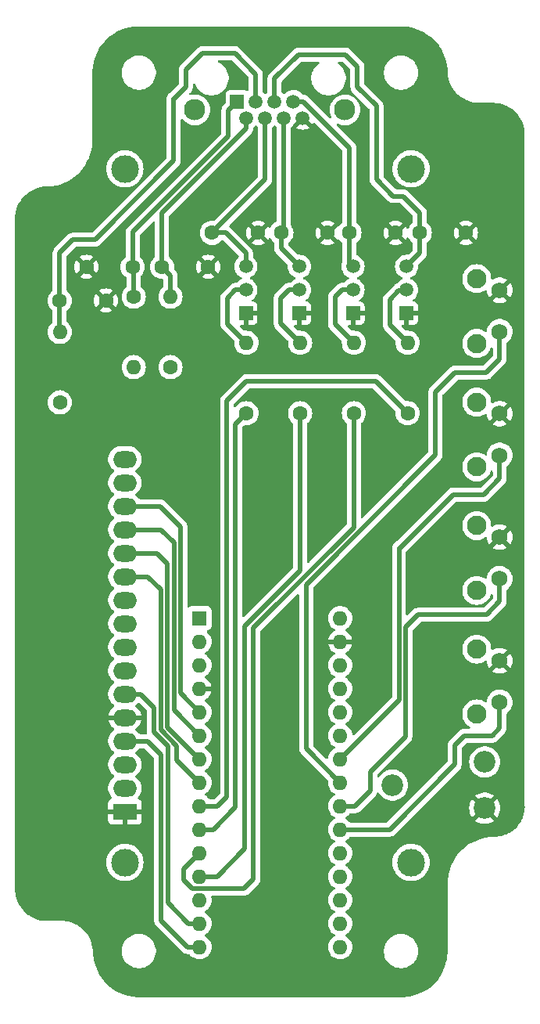
<source format=gtl>
G04 #@! TF.GenerationSoftware,KiCad,Pcbnew,8.0.6*
G04 #@! TF.CreationDate,2025-02-05T09:38:25+03:00*
G04 #@! TF.ProjectId,RotorController,526f746f-7243-46f6-9e74-726f6c6c6572,rev?*
G04 #@! TF.SameCoordinates,Original*
G04 #@! TF.FileFunction,Copper,L1,Top*
G04 #@! TF.FilePolarity,Positive*
%FSLAX46Y46*%
G04 Gerber Fmt 4.6, Leading zero omitted, Abs format (unit mm)*
G04 Created by KiCad (PCBNEW 8.0.6) date 2025-02-05 09:38:25*
%MOMM*%
%LPD*%
G01*
G04 APERTURE LIST*
G04 #@! TA.AperFunction,ComponentPad*
%ADD10C,1.600000*%
G04 #@! TD*
G04 #@! TA.AperFunction,ComponentPad*
%ADD11O,1.600000X1.600000*%
G04 #@! TD*
G04 #@! TA.AperFunction,ComponentPad*
%ADD12C,1.500000*%
G04 #@! TD*
G04 #@! TA.AperFunction,ComponentPad*
%ADD13R,1.500000X1.500000*%
G04 #@! TD*
G04 #@! TA.AperFunction,ComponentPad*
%ADD14C,2.340000*%
G04 #@! TD*
G04 #@! TA.AperFunction,ComponentPad*
%ADD15O,2.600000X1.800000*%
G04 #@! TD*
G04 #@! TA.AperFunction,ComponentPad*
%ADD16R,2.600000X1.800000*%
G04 #@! TD*
G04 #@! TA.AperFunction,ComponentPad*
%ADD17C,3.000000*%
G04 #@! TD*
G04 #@! TA.AperFunction,ComponentPad*
%ADD18C,1.750000*%
G04 #@! TD*
G04 #@! TA.AperFunction,ComponentPad*
%ADD19C,2.100000*%
G04 #@! TD*
G04 #@! TA.AperFunction,ComponentPad*
%ADD20R,1.600000X1.600000*%
G04 #@! TD*
G04 #@! TA.AperFunction,ComponentPad*
%ADD21C,2.300000*%
G04 #@! TD*
G04 #@! TA.AperFunction,ViaPad*
%ADD22C,0.800000*%
G04 #@! TD*
G04 #@! TA.AperFunction,Conductor*
%ADD23C,0.500000*%
G04 #@! TD*
G04 #@! TA.AperFunction,Conductor*
%ADD24C,0.250000*%
G04 #@! TD*
G04 APERTURE END LIST*
D10*
X102810000Y-74320000D03*
X97810000Y-74320000D03*
D11*
X98296666Y-86210000D03*
D10*
X98296666Y-93830000D03*
D12*
X98196666Y-77950000D03*
X98196666Y-80490000D03*
D13*
X98196666Y-83030000D03*
D11*
X74450000Y-88850000D03*
D10*
X74450000Y-81230000D03*
D14*
X112470000Y-136545000D03*
X102470000Y-134045000D03*
X112470000Y-131545000D03*
D11*
X86650000Y-86210000D03*
D10*
X86650000Y-93830000D03*
D11*
X66440000Y-85040000D03*
D10*
X66440000Y-92660000D03*
X95440000Y-74320000D03*
X90440000Y-74320000D03*
D15*
X73490000Y-98810000D03*
X73490000Y-101350000D03*
X73490000Y-103890000D03*
X73490000Y-106430000D03*
X73490000Y-108970000D03*
X73490000Y-111510000D03*
X73490000Y-114050000D03*
X73490000Y-116590000D03*
X73490000Y-119130000D03*
X73490000Y-121670000D03*
X73490000Y-124210000D03*
X73490000Y-126750000D03*
X73490000Y-129290000D03*
X73490000Y-131830000D03*
X73490000Y-134370000D03*
D16*
X73490000Y-136910000D03*
D17*
X73490000Y-142409100D03*
X104490700Y-67410520D03*
X73490000Y-67410000D03*
X104490700Y-142409100D03*
D12*
X104000000Y-77950000D03*
X104000000Y-80490000D03*
D13*
X104000000Y-83030000D03*
D18*
X114097500Y-98381666D03*
X114097500Y-93881666D03*
D19*
X111607500Y-92631666D03*
X111607500Y-99641666D03*
D10*
X71430000Y-81640000D03*
X66430000Y-81640000D03*
X110430000Y-74320000D03*
X105430000Y-74320000D03*
X87930000Y-74320000D03*
X82930000Y-74320000D03*
X69330000Y-78000000D03*
X74330000Y-78000000D03*
D18*
X114097500Y-111738332D03*
X114097500Y-107238332D03*
D19*
X111607500Y-112998332D03*
X111607500Y-105988332D03*
D11*
X96810000Y-116000000D03*
X96810000Y-118540000D03*
X96810000Y-121080000D03*
X96810000Y-123620000D03*
X96810000Y-126160000D03*
X96810000Y-128700000D03*
X96810000Y-131240000D03*
X96810000Y-133780000D03*
X96810000Y-136320000D03*
X96810000Y-138860000D03*
X96810000Y-141400000D03*
X96810000Y-143940000D03*
X96810000Y-146480000D03*
X96810000Y-149020000D03*
X96810000Y-151560000D03*
X81570000Y-151560000D03*
X81570000Y-149020000D03*
X81570000Y-146480000D03*
X81570000Y-143940000D03*
X81570000Y-141400000D03*
X81570000Y-138860000D03*
X81570000Y-136320000D03*
X81570000Y-133780000D03*
X81570000Y-131240000D03*
X81570000Y-128700000D03*
X81570000Y-126160000D03*
X81570000Y-123620000D03*
X81570000Y-121080000D03*
X81570000Y-118540000D03*
D20*
X81570000Y-116000000D03*
D10*
X82520000Y-78000000D03*
X77520000Y-78000000D03*
D13*
X85645190Y-60125000D03*
D12*
X86661190Y-61905000D03*
X87677190Y-60125000D03*
X88693190Y-61905000D03*
X89709190Y-60125000D03*
X90725190Y-61905000D03*
X91741190Y-60125000D03*
X92757190Y-61905000D03*
D21*
X97335190Y-61015000D03*
X81075190Y-61015000D03*
D11*
X78430000Y-81230000D03*
D10*
X78430000Y-88850000D03*
D11*
X104120000Y-86210000D03*
D10*
X104120000Y-93830000D03*
D18*
X114097500Y-85025000D03*
X114097500Y-80525000D03*
D19*
X111607500Y-86285000D03*
X111607500Y-79275000D03*
D11*
X92473333Y-86210000D03*
D10*
X92473333Y-93830000D03*
D12*
X92393333Y-77950000D03*
X92393333Y-80490000D03*
D13*
X92393333Y-83030000D03*
D12*
X86590000Y-77950000D03*
X86590000Y-80490000D03*
D13*
X86590000Y-83030000D03*
D18*
X114097500Y-125095000D03*
X114097500Y-120595000D03*
D19*
X111607500Y-119345000D03*
X111607500Y-126355000D03*
D22*
X106310000Y-113430000D03*
X104890000Y-133070000D03*
X104210000Y-97260000D03*
X72330000Y-70690000D03*
X82870000Y-88430000D03*
X89150000Y-133010000D03*
X79840000Y-74220000D03*
X88100000Y-109560000D03*
X71720000Y-78160000D03*
X86670000Y-152170000D03*
X106180000Y-102020000D03*
X100330000Y-110510000D03*
X84290000Y-69800000D03*
X68940000Y-113090000D03*
X88710000Y-71300000D03*
X71990000Y-85440000D03*
X91290000Y-152240000D03*
X106240000Y-107790000D03*
X99960000Y-70960000D03*
X88780000Y-97600000D03*
X89020000Y-119210000D03*
X95300000Y-97530000D03*
X73860000Y-62860000D03*
X95170000Y-88360000D03*
X108220000Y-79790000D03*
X100400000Y-119010000D03*
X106240000Y-124720000D03*
X69140000Y-103920000D03*
X69000000Y-123360000D03*
X69210000Y-132870000D03*
X108280000Y-87070000D03*
X100740000Y-88020000D03*
X90270000Y-88360000D03*
X93880000Y-135730000D03*
X105630000Y-131040000D03*
X104600000Y-62880000D03*
X94080000Y-70890000D03*
X99580000Y-126350000D03*
X89020000Y-125190000D03*
X100260000Y-97530000D03*
X106310000Y-119210000D03*
X82170000Y-63570000D03*
D23*
X77300000Y-103890000D02*
X73490000Y-103890000D01*
X79500000Y-124090000D02*
X79500000Y-106090000D01*
X79500000Y-106090000D02*
X77300000Y-103890000D01*
X81570000Y-126160000D02*
X79500000Y-124090000D01*
X77390000Y-106430000D02*
X73490000Y-106430000D01*
X78800000Y-107840000D02*
X77390000Y-106430000D01*
X81570000Y-128700000D02*
X78800000Y-125930000D01*
X78800000Y-125930000D02*
X78800000Y-107840000D01*
X78100000Y-127770000D02*
X78100000Y-110130000D01*
X76940000Y-108970000D02*
X73490000Y-108970000D01*
X78100000Y-110130000D02*
X76940000Y-108970000D01*
X81570000Y-131240000D02*
X78100000Y-127770000D01*
X79110000Y-131320000D02*
X79110000Y-129800000D01*
X79110000Y-129800000D02*
X77400000Y-128090000D01*
X77400000Y-128090000D02*
X77400000Y-112910000D01*
X76000000Y-111510000D02*
X73490000Y-111510000D01*
X77400000Y-112910000D02*
X76000000Y-111510000D01*
X81570000Y-133780000D02*
X79110000Y-131320000D01*
X84550000Y-92480000D02*
X86660000Y-90370000D01*
X83530000Y-136320000D02*
X84550000Y-135300000D01*
X86660000Y-90370000D02*
X100660000Y-90370000D01*
X81570000Y-136320000D02*
X83530000Y-136320000D01*
X84550000Y-135300000D02*
X84550000Y-92480000D01*
X100660000Y-90370000D02*
X104120000Y-93830000D01*
X86650000Y-93830000D02*
X85430000Y-95050000D01*
X83040000Y-138860000D02*
X81570000Y-138860000D01*
X85430000Y-95050000D02*
X85430000Y-136470000D01*
X85430000Y-136470000D02*
X83040000Y-138860000D01*
X81570000Y-141400000D02*
X79865000Y-143105000D01*
X80770000Y-145230000D02*
X86400000Y-145230000D01*
X79865000Y-144325000D02*
X80770000Y-145230000D01*
X87400000Y-144230000D02*
X87400000Y-117080000D01*
X86400000Y-145230000D02*
X87400000Y-144230000D01*
X79865000Y-143105000D02*
X79865000Y-144325000D01*
X98296666Y-106183334D02*
X98296666Y-93830000D01*
X87400000Y-117080000D02*
X98296666Y-106183334D01*
X92473333Y-110836717D02*
X92473333Y-93830000D01*
X86450000Y-140960000D02*
X86450000Y-116860050D01*
X86450000Y-116860050D02*
X92473333Y-110836717D01*
X81570000Y-143940000D02*
X83470000Y-143940000D01*
X83470000Y-143940000D02*
X86450000Y-140960000D01*
X80350000Y-149020000D02*
X78120000Y-146790000D01*
X78120000Y-146790000D02*
X78120000Y-129799949D01*
X75200000Y-124210000D02*
X73490000Y-124210000D01*
X76660000Y-125670000D02*
X75200000Y-124210000D01*
X81570000Y-149020000D02*
X80350000Y-149020000D01*
X76660000Y-128339949D02*
X76660000Y-125670000D01*
X78120000Y-129799949D02*
X76660000Y-128339949D01*
X77420000Y-130790000D02*
X77420000Y-148680000D01*
X75920000Y-129290000D02*
X77420000Y-130790000D01*
X73490000Y-129290000D02*
X75920000Y-129290000D01*
X80300000Y-151560000D02*
X81570000Y-151560000D01*
X77420000Y-148680000D02*
X80300000Y-151560000D01*
X113260000Y-128710000D02*
X114097500Y-127872500D01*
X114097500Y-127872500D02*
X114097500Y-125095000D01*
X109210000Y-129750000D02*
X110250000Y-128710000D01*
X96810000Y-138860000D02*
X102170000Y-138860000D01*
X102170000Y-138860000D02*
X109210000Y-131820000D01*
X109210000Y-131820000D02*
X109210000Y-129750000D01*
X110250000Y-128710000D02*
X113260000Y-128710000D01*
X114097500Y-114202500D02*
X112670000Y-115630000D01*
X100070000Y-132590000D02*
X100070000Y-134660000D01*
X98410000Y-136320000D02*
X96810000Y-136320000D01*
X112670000Y-115630000D02*
X105250000Y-115630000D01*
X100070000Y-134660000D02*
X98410000Y-136320000D01*
X103880000Y-128780000D02*
X100070000Y-132590000D01*
X103880000Y-117000000D02*
X103880000Y-128780000D01*
X105250000Y-115630000D02*
X103880000Y-117000000D01*
X114097500Y-111738332D02*
X114097500Y-114202500D01*
X96810000Y-133780000D02*
X93120000Y-130090000D01*
X109270000Y-89420000D02*
X112660000Y-89420000D01*
X107140000Y-91550000D02*
X109270000Y-89420000D01*
X114097500Y-87982500D02*
X114097500Y-85025000D01*
X93120000Y-130090000D02*
X93120000Y-112349950D01*
X93120000Y-112349950D02*
X107140000Y-98329950D01*
X112660000Y-89420000D02*
X114097500Y-87982500D01*
X107140000Y-98329950D02*
X107140000Y-91550000D01*
X112370000Y-102640000D02*
X109040000Y-102640000D01*
X103180000Y-108390000D02*
X103180000Y-124870000D01*
X103290000Y-108390000D02*
X103180000Y-108390000D01*
X114097500Y-98381666D02*
X114097500Y-100912500D01*
X114097500Y-100912500D02*
X112370000Y-102640000D01*
X103180000Y-124870000D02*
X96810000Y-131240000D01*
X109040000Y-102640000D02*
X103290000Y-108390000D01*
X84700000Y-63870000D02*
X74330000Y-74240000D01*
X84700000Y-61070190D02*
X84700000Y-63870000D01*
X74450000Y-78120000D02*
X74330000Y-78000000D01*
X74450000Y-81230000D02*
X74450000Y-78120000D01*
X74330000Y-74240000D02*
X74330000Y-78000000D01*
X85645190Y-60125000D02*
X84700000Y-61070190D01*
X78430000Y-81230000D02*
X78430000Y-78910000D01*
X78430000Y-78910000D02*
X77520000Y-78000000D01*
X86661190Y-61905000D02*
X86661190Y-63018810D01*
X77520000Y-72160000D02*
X77520000Y-78000000D01*
X86661190Y-63018810D02*
X77520000Y-72160000D01*
X81910000Y-54870000D02*
X85400000Y-54870000D01*
X66430000Y-85030000D02*
X66440000Y-85040000D01*
X67840000Y-75080000D02*
X70250000Y-75080000D01*
X85400000Y-54870000D02*
X87677190Y-57147190D01*
X66430000Y-76490000D02*
X67840000Y-75080000D01*
X78790000Y-59790000D02*
X78840000Y-59790000D01*
X66430000Y-81640000D02*
X66430000Y-76490000D01*
X78790000Y-66540000D02*
X78790000Y-59790000D01*
X87677190Y-57147190D02*
X87677190Y-60125000D01*
X78840000Y-59790000D02*
X80095000Y-58535000D01*
X80095000Y-58535000D02*
X80095000Y-56685000D01*
X66430000Y-81640000D02*
X66430000Y-85030000D01*
X70250000Y-75080000D02*
X78790000Y-66540000D01*
X80095000Y-56685000D02*
X81910000Y-54870000D01*
X88693190Y-61905000D02*
X88693190Y-68556810D01*
X86590000Y-76510000D02*
X86590000Y-77950000D01*
X88693190Y-68556810D02*
X82930000Y-74320000D01*
X84400000Y-74320000D02*
X86590000Y-76510000D01*
X82930000Y-74320000D02*
X84400000Y-74320000D01*
X105430000Y-76520000D02*
X104000000Y-77950000D01*
X103645000Y-70355000D02*
X105430000Y-72140000D01*
X100750000Y-68550000D02*
X102555000Y-70355000D01*
X102555000Y-70355000D02*
X103645000Y-70355000D01*
X98680000Y-56310000D02*
X98680000Y-58540000D01*
X97420000Y-55050000D02*
X98680000Y-56310000D01*
X89709190Y-57640810D02*
X92300000Y-55050000D01*
X100750000Y-60610000D02*
X100750000Y-68550000D01*
X105430000Y-72140000D02*
X105430000Y-74320000D01*
X105430000Y-74320000D02*
X105430000Y-76520000D01*
X92300000Y-55050000D02*
X97420000Y-55050000D01*
X98680000Y-58540000D02*
X100750000Y-60610000D01*
X89709190Y-60125000D02*
X89709190Y-57640810D01*
X90725190Y-74034810D02*
X90440000Y-74320000D01*
X90440000Y-75996667D02*
X92393333Y-77950000D01*
D24*
X90725190Y-74134810D02*
X90440000Y-74420000D01*
D23*
X90725190Y-61905000D02*
X90725190Y-74034810D01*
X90440000Y-74320000D02*
X90440000Y-75996667D01*
X91741190Y-60125000D02*
X92801850Y-60125000D01*
X97810000Y-77563334D02*
X98196666Y-77950000D01*
X97810000Y-65133150D02*
X97810000Y-74320000D01*
X97810000Y-74320000D02*
X97810000Y-77563334D01*
X92801850Y-60125000D02*
X97810000Y-65133150D01*
X84600000Y-81360000D02*
X85470000Y-80490000D01*
X86650000Y-86210000D02*
X84600000Y-84160000D01*
X84600000Y-84160000D02*
X84600000Y-81360000D01*
X85470000Y-80490000D02*
X86590000Y-80490000D01*
X103950000Y-80540000D02*
X104000000Y-80490000D01*
X104120000Y-86210000D02*
X102180000Y-84270000D01*
X103170000Y-80540000D02*
X103950000Y-80540000D01*
X102180000Y-81530000D02*
X103170000Y-80540000D01*
X102180000Y-84270000D02*
X102180000Y-81530000D01*
X90380000Y-84116667D02*
X90380000Y-81380000D01*
X91270000Y-80490000D02*
X92393333Y-80490000D01*
X92473333Y-86210000D02*
X90380000Y-84116667D01*
X90380000Y-81380000D02*
X91270000Y-80490000D01*
X96280000Y-81250000D02*
X97040000Y-80490000D01*
X97040000Y-80490000D02*
X98196666Y-80490000D01*
X98296666Y-86210000D02*
X96280000Y-84193334D01*
X96280000Y-84193334D02*
X96280000Y-81250000D01*
G04 #@! TA.AperFunction,Conductor*
G36*
X75048651Y-125147434D02*
G01*
X75093714Y-125176395D01*
X75864595Y-125947276D01*
X75898621Y-126009588D01*
X75901500Y-126036371D01*
X75901500Y-128405500D01*
X75881498Y-128473621D01*
X75827842Y-128520114D01*
X75775500Y-128531500D01*
X75144119Y-128531500D01*
X75075998Y-128511498D01*
X75042183Y-128479561D01*
X74964341Y-128372421D01*
X74807578Y-128215658D01*
X74678156Y-128121627D01*
X74634802Y-128065404D01*
X74628727Y-127994668D01*
X74661859Y-127931876D01*
X74678156Y-127917755D01*
X74807253Y-127823959D01*
X74807256Y-127823957D01*
X74963960Y-127667253D01*
X75094227Y-127487956D01*
X75194843Y-127290485D01*
X75194844Y-127290483D01*
X75263330Y-127079709D01*
X75275322Y-127004000D01*
X74036173Y-127004000D01*
X74049111Y-126981591D01*
X74090000Y-126828991D01*
X74090000Y-126671009D01*
X74049111Y-126518409D01*
X74036173Y-126496000D01*
X75275321Y-126496000D01*
X75263330Y-126420290D01*
X75194844Y-126209516D01*
X75194843Y-126209514D01*
X75094227Y-126012043D01*
X74963960Y-125832746D01*
X74807257Y-125676043D01*
X74678155Y-125582244D01*
X74634802Y-125526021D01*
X74628727Y-125455285D01*
X74661859Y-125392493D01*
X74678151Y-125378375D01*
X74807576Y-125284343D01*
X74915525Y-125176393D01*
X74977835Y-125142370D01*
X75048651Y-125147434D01*
G37*
G04 #@! TD.AperFunction*
G04 #@! TA.AperFunction,Conductor*
G36*
X103430719Y-52000008D02*
G01*
X103652472Y-52002474D01*
X103662426Y-52002979D01*
X104104876Y-52043074D01*
X104116145Y-52044612D01*
X104552464Y-52124347D01*
X104563536Y-52126892D01*
X104990899Y-52245687D01*
X105001680Y-52249215D01*
X105416574Y-52406094D01*
X105427019Y-52410593D01*
X105826043Y-52604268D01*
X105836042Y-52609692D01*
X106215952Y-52838585D01*
X106225428Y-52844894D01*
X106583131Y-53107143D01*
X106591998Y-53114281D01*
X106924579Y-53407749D01*
X106932765Y-53415659D01*
X107237492Y-53737933D01*
X107244931Y-53746549D01*
X107519325Y-54095006D01*
X107525957Y-54104258D01*
X107767797Y-54476080D01*
X107773566Y-54485894D01*
X107980850Y-54878005D01*
X107985710Y-54888299D01*
X108156761Y-55297524D01*
X108160672Y-55308214D01*
X108294091Y-55731201D01*
X108297022Y-55742201D01*
X108391724Y-56175521D01*
X108393649Y-56186740D01*
X108448941Y-56627507D01*
X108449791Y-56637458D01*
X108459822Y-56857736D01*
X108459940Y-56861725D01*
X108460829Y-56925946D01*
X108462551Y-57050442D01*
X108481382Y-57218330D01*
X108505071Y-57429519D01*
X108505072Y-57429522D01*
X108536101Y-57566100D01*
X108589576Y-57801481D01*
X108715016Y-58161713D01*
X108879827Y-58505718D01*
X109081954Y-58829210D01*
X109081956Y-58829212D01*
X109081957Y-58829214D01*
X109314231Y-59122292D01*
X109318879Y-59128156D01*
X109587648Y-59398831D01*
X109884913Y-59637862D01*
X110206969Y-59842270D01*
X110533085Y-60001351D01*
X110549805Y-60009508D01*
X110909129Y-60137485D01*
X110909130Y-60137485D01*
X110909138Y-60137488D01*
X111280500Y-60224620D01*
X111659261Y-60269816D01*
X111684134Y-60270336D01*
X111849941Y-60273807D01*
X111849961Y-60273807D01*
X113496995Y-60273807D01*
X113503011Y-60273950D01*
X113681904Y-60282504D01*
X113693961Y-60283662D01*
X114053560Y-60335791D01*
X114067094Y-60338518D01*
X114417989Y-60429514D01*
X114431152Y-60433711D01*
X114769954Y-60562601D01*
X114782565Y-60568208D01*
X115105223Y-60733450D01*
X115117145Y-60740406D01*
X115281694Y-60848940D01*
X115419744Y-60939996D01*
X115430850Y-60948230D01*
X115709756Y-61179767D01*
X115719893Y-61189169D01*
X115971742Y-61449860D01*
X115980788Y-61460315D01*
X116202565Y-61747036D01*
X116210410Y-61758418D01*
X116383046Y-62040889D01*
X116399440Y-62067712D01*
X116405992Y-62079887D01*
X116559996Y-62408031D01*
X116565174Y-62420850D01*
X116682298Y-62763883D01*
X116686041Y-62777192D01*
X116764878Y-63131000D01*
X116767140Y-63144640D01*
X116806832Y-63505809D01*
X116807575Y-63517895D01*
X116809989Y-63699172D01*
X116810000Y-63700850D01*
X116810000Y-136289866D01*
X116810387Y-136471424D01*
X116809791Y-136483930D01*
X116774642Y-136844127D01*
X116772454Y-136858232D01*
X116696972Y-137211298D01*
X116693202Y-137225065D01*
X116578273Y-137567326D01*
X116572970Y-137580578D01*
X116420070Y-137907639D01*
X116413302Y-137920207D01*
X116224389Y-138227882D01*
X116216243Y-138239603D01*
X115993749Y-138523929D01*
X115984330Y-138534654D01*
X115731100Y-138791998D01*
X115720529Y-138801588D01*
X115439821Y-139028637D01*
X115428232Y-139036971D01*
X115123643Y-139230815D01*
X115111187Y-139237784D01*
X114786628Y-139395936D01*
X114773462Y-139401452D01*
X114433100Y-139521880D01*
X114419396Y-139525871D01*
X114067600Y-139607029D01*
X114053532Y-139609445D01*
X113693907Y-139650397D01*
X113681466Y-139651193D01*
X113500276Y-139653803D01*
X113499796Y-139653809D01*
X113305257Y-139655869D01*
X113280088Y-139656136D01*
X113280083Y-139656136D01*
X112914896Y-139688083D01*
X112841858Y-139694473D01*
X112582674Y-139740172D01*
X112408643Y-139770858D01*
X112408641Y-139770858D01*
X112408638Y-139770859D01*
X112236147Y-139817076D01*
X111983708Y-139884716D01*
X111570355Y-140035163D01*
X111171655Y-140221079D01*
X110790711Y-140441015D01*
X110790685Y-140441031D01*
X110430350Y-140693340D01*
X110430337Y-140693349D01*
X110093360Y-140976107D01*
X110093351Y-140976117D01*
X109782313Y-141287154D01*
X109499534Y-141624157D01*
X109247227Y-141984491D01*
X109247211Y-141984517D01*
X109027273Y-142365465D01*
X108841368Y-142764143D01*
X108690910Y-143177529D01*
X108577054Y-143602455D01*
X108515296Y-143952724D01*
X108500672Y-144035665D01*
X108486595Y-144196585D01*
X108462335Y-144473896D01*
X108460000Y-144693856D01*
X108460038Y-151959228D01*
X108460031Y-151960602D01*
X108457693Y-152175095D01*
X108457221Y-152184704D01*
X108419780Y-152612653D01*
X108418345Y-152623551D01*
X108343869Y-153045927D01*
X108341490Y-153056659D01*
X108230481Y-153470946D01*
X108227175Y-153481428D01*
X108080491Y-153884441D01*
X108076285Y-153894597D01*
X107895021Y-154283318D01*
X107889945Y-154293068D01*
X107675502Y-154664495D01*
X107669596Y-154673766D01*
X107423591Y-155025096D01*
X107416900Y-155033816D01*
X107141211Y-155362369D01*
X107133785Y-155370473D01*
X106830514Y-155673745D01*
X106822409Y-155681172D01*
X106493856Y-155956861D01*
X106485136Y-155963552D01*
X106133805Y-156209557D01*
X106124534Y-156215463D01*
X105753107Y-156429905D01*
X105743357Y-156434981D01*
X105354640Y-156616243D01*
X105344485Y-156620449D01*
X104941465Y-156767137D01*
X104930981Y-156770443D01*
X104516697Y-156881450D01*
X104505966Y-156883829D01*
X104083590Y-156958305D01*
X104072692Y-156959740D01*
X103644742Y-156997181D01*
X103635135Y-156997653D01*
X103426236Y-156999931D01*
X103420640Y-156999993D01*
X103419268Y-157000000D01*
X75060682Y-157000000D01*
X75059281Y-156999992D01*
X75056329Y-156999959D01*
X74837535Y-156997525D01*
X74827565Y-156997019D01*
X74385128Y-156956925D01*
X74373849Y-156955386D01*
X73937546Y-156875654D01*
X73926452Y-156873104D01*
X73499115Y-156754317D01*
X73488305Y-156750779D01*
X73073434Y-156593909D01*
X73062980Y-156589406D01*
X72663956Y-156395731D01*
X72653950Y-156390303D01*
X72274047Y-156161414D01*
X72264571Y-156155105D01*
X71906868Y-155892856D01*
X71898001Y-155885718D01*
X71565420Y-155592250D01*
X71557234Y-155584340D01*
X71252507Y-155262066D01*
X71245068Y-155253450D01*
X70970674Y-154904993D01*
X70964042Y-154895741D01*
X70722197Y-154523911D01*
X70716438Y-154514114D01*
X70509147Y-154121990D01*
X70504289Y-154111700D01*
X70333238Y-153702475D01*
X70329327Y-153691785D01*
X70262976Y-153481428D01*
X70195904Y-153268786D01*
X70192980Y-153257811D01*
X70098275Y-152824478D01*
X70096350Y-152813259D01*
X70093969Y-152794282D01*
X70041055Y-152372468D01*
X70040210Y-152362565D01*
X70030176Y-152142249D01*
X70030059Y-152138274D01*
X70029824Y-152121281D01*
X70027449Y-151949558D01*
X70019502Y-151878709D01*
X73149500Y-151878709D01*
X73149500Y-152121290D01*
X73181160Y-152361782D01*
X73243944Y-152596095D01*
X73243945Y-152596097D01*
X73243946Y-152596100D01*
X73336776Y-152820212D01*
X73336777Y-152820213D01*
X73336782Y-152820224D01*
X73458061Y-153030285D01*
X73458063Y-153030288D01*
X73458064Y-153030289D01*
X73605735Y-153222738D01*
X73605739Y-153222742D01*
X73605744Y-153222748D01*
X73777251Y-153394255D01*
X73777256Y-153394259D01*
X73777262Y-153394265D01*
X73969711Y-153541936D01*
X73969714Y-153541938D01*
X74179775Y-153663217D01*
X74179779Y-153663218D01*
X74179788Y-153663224D01*
X74403900Y-153756054D01*
X74638211Y-153818838D01*
X74638215Y-153818838D01*
X74638217Y-153818839D01*
X74700202Y-153826999D01*
X74878712Y-153850500D01*
X74878719Y-153850500D01*
X75121281Y-153850500D01*
X75121288Y-153850500D01*
X75338637Y-153821885D01*
X75361782Y-153818839D01*
X75361782Y-153818838D01*
X75361789Y-153818838D01*
X75596100Y-153756054D01*
X75820212Y-153663224D01*
X76030289Y-153541936D01*
X76222738Y-153394265D01*
X76394265Y-153222738D01*
X76541936Y-153030289D01*
X76663224Y-152820212D01*
X76756054Y-152596100D01*
X76818838Y-152361789D01*
X76850500Y-152121288D01*
X76850500Y-151878712D01*
X76818838Y-151638211D01*
X76756054Y-151403900D01*
X76663224Y-151179788D01*
X76663218Y-151179779D01*
X76663217Y-151179775D01*
X76541938Y-150969714D01*
X76541936Y-150969711D01*
X76394265Y-150777262D01*
X76394259Y-150777256D01*
X76394255Y-150777251D01*
X76222748Y-150605744D01*
X76222742Y-150605739D01*
X76222738Y-150605735D01*
X76030289Y-150458064D01*
X76030288Y-150458063D01*
X76030285Y-150458061D01*
X75820224Y-150336782D01*
X75820216Y-150336778D01*
X75820212Y-150336776D01*
X75596100Y-150243946D01*
X75596097Y-150243945D01*
X75596095Y-150243944D01*
X75361782Y-150181160D01*
X75121290Y-150149500D01*
X75121288Y-150149500D01*
X74878712Y-150149500D01*
X74878709Y-150149500D01*
X74638217Y-150181160D01*
X74403904Y-150243944D01*
X74403900Y-150243946D01*
X74206490Y-150325716D01*
X74179786Y-150336777D01*
X74179775Y-150336782D01*
X73969714Y-150458061D01*
X73777262Y-150605735D01*
X73777251Y-150605744D01*
X73605744Y-150777251D01*
X73605735Y-150777262D01*
X73458061Y-150969714D01*
X73336782Y-151179775D01*
X73336777Y-151179786D01*
X73336776Y-151179788D01*
X73273764Y-151331913D01*
X73243946Y-151403900D01*
X73243944Y-151403904D01*
X73181160Y-151638217D01*
X73149500Y-151878709D01*
X70019502Y-151878709D01*
X69984930Y-151570488D01*
X69900424Y-151198519D01*
X69774984Y-150838287D01*
X69610173Y-150494282D01*
X69408046Y-150170790D01*
X69171121Y-149871844D01*
X68902352Y-149601169D01*
X68605087Y-149362138D01*
X68283031Y-149157730D01*
X68040216Y-149039283D01*
X67940194Y-148990491D01*
X67580870Y-148862514D01*
X67580863Y-148862512D01*
X67580862Y-148862512D01*
X67467017Y-148835800D01*
X67209498Y-148775379D01*
X67209499Y-148775379D01*
X66830746Y-148730184D01*
X66830735Y-148730183D01*
X66640059Y-148726193D01*
X66640039Y-148726193D01*
X64991338Y-148726193D01*
X64988708Y-148726166D01*
X64983007Y-148726046D01*
X64805466Y-148722338D01*
X64793170Y-148721478D01*
X64427524Y-148677850D01*
X64413672Y-148675406D01*
X64056029Y-148591497D01*
X64042535Y-148587525D01*
X63696461Y-148464270D01*
X63683494Y-148458818D01*
X63353321Y-148297759D01*
X63341043Y-148290896D01*
X63057220Y-148110757D01*
X63030877Y-148094037D01*
X63019442Y-148085850D01*
X62733157Y-147855650D01*
X62722704Y-147846238D01*
X62463853Y-147585554D01*
X62454514Y-147575034D01*
X62226341Y-147287132D01*
X62218237Y-147275644D01*
X62023562Y-146964080D01*
X62016792Y-146951763D01*
X62006004Y-146929246D01*
X61900048Y-146708086D01*
X61858066Y-146620457D01*
X61852706Y-146607453D01*
X61731895Y-146260515D01*
X61728022Y-146247005D01*
X61689203Y-146076134D01*
X61646634Y-145888759D01*
X61644293Y-145874917D01*
X61603246Y-145508957D01*
X61602474Y-145496645D01*
X61599964Y-145312983D01*
X61599952Y-145311258D01*
X61599970Y-144473895D01*
X61600015Y-142409095D01*
X71476807Y-142409095D01*
X71476807Y-142409104D01*
X71495556Y-142683216D01*
X71495557Y-142683222D01*
X71495558Y-142683230D01*
X71500231Y-142705716D01*
X71551460Y-142952246D01*
X71551462Y-142952254D01*
X71643477Y-143211158D01*
X71680832Y-143283251D01*
X71769892Y-143455128D01*
X71837797Y-143551327D01*
X71928343Y-143679602D01*
X72115889Y-143880414D01*
X72329031Y-144053818D01*
X72563800Y-144196584D01*
X72815823Y-144306053D01*
X73080404Y-144380185D01*
X73146327Y-144389246D01*
X73352604Y-144417599D01*
X73352615Y-144417600D01*
X73627385Y-144417600D01*
X73627395Y-144417599D01*
X73771133Y-144397842D01*
X73899596Y-144380185D01*
X74164177Y-144306053D01*
X74416200Y-144196584D01*
X74650969Y-144053818D01*
X74864111Y-143880414D01*
X75051657Y-143679602D01*
X75210111Y-143455123D01*
X75336523Y-143211158D01*
X75428538Y-142952253D01*
X75484442Y-142683230D01*
X75487790Y-142634284D01*
X75503193Y-142409104D01*
X75503193Y-142409095D01*
X75484443Y-142134983D01*
X75484442Y-142134977D01*
X75484442Y-142134970D01*
X75428538Y-141865947D01*
X75336523Y-141607042D01*
X75210111Y-141363077D01*
X75051657Y-141138598D01*
X74864111Y-140937786D01*
X74650969Y-140764382D01*
X74416200Y-140621616D01*
X74416201Y-140621616D01*
X74416197Y-140621614D01*
X74164180Y-140512148D01*
X74164178Y-140512147D01*
X74164177Y-140512147D01*
X74031886Y-140475081D01*
X73899593Y-140438014D01*
X73627395Y-140400600D01*
X73627385Y-140400600D01*
X73352615Y-140400600D01*
X73352604Y-140400600D01*
X73080406Y-140438014D01*
X72815819Y-140512148D01*
X72563802Y-140621614D01*
X72372012Y-140738244D01*
X72363780Y-140743251D01*
X72329028Y-140764384D01*
X72115886Y-140937788D01*
X71928343Y-141138598D01*
X71769892Y-141363071D01*
X71643477Y-141607041D01*
X71551462Y-141865945D01*
X71551460Y-141865953D01*
X71495557Y-142134977D01*
X71495556Y-142134983D01*
X71476807Y-142409095D01*
X61600015Y-142409095D01*
X61600977Y-98699149D01*
X71681500Y-98699149D01*
X71681500Y-98920851D01*
X71716182Y-99139824D01*
X71716183Y-99139829D01*
X71784690Y-99350671D01*
X71784692Y-99350676D01*
X71885343Y-99548215D01*
X71885345Y-99548218D01*
X72015658Y-99727578D01*
X72172421Y-99884341D01*
X72301419Y-99978064D01*
X72344773Y-100034287D01*
X72350848Y-100105023D01*
X72317716Y-100167815D01*
X72301419Y-100181936D01*
X72172421Y-100275658D01*
X72015658Y-100432421D01*
X71885345Y-100611781D01*
X71784693Y-100809322D01*
X71784690Y-100809328D01*
X71716183Y-101020170D01*
X71716182Y-101020175D01*
X71716182Y-101020176D01*
X71681500Y-101239149D01*
X71681500Y-101460851D01*
X71716182Y-101679824D01*
X71716183Y-101679829D01*
X71784690Y-101890671D01*
X71784692Y-101890676D01*
X71866300Y-102050840D01*
X71885345Y-102088218D01*
X72015658Y-102267578D01*
X72172421Y-102424341D01*
X72301419Y-102518064D01*
X72344773Y-102574287D01*
X72350848Y-102645023D01*
X72317716Y-102707815D01*
X72301419Y-102721936D01*
X72172421Y-102815658D01*
X72015658Y-102972421D01*
X71885345Y-103151781D01*
X71784693Y-103349322D01*
X71784690Y-103349328D01*
X71716183Y-103560170D01*
X71716182Y-103560175D01*
X71716182Y-103560176D01*
X71681500Y-103779149D01*
X71681500Y-104000851D01*
X71716182Y-104219824D01*
X71716183Y-104219829D01*
X71782852Y-104425013D01*
X71784692Y-104430676D01*
X71868626Y-104595406D01*
X71885345Y-104628218D01*
X72015658Y-104807578D01*
X72172421Y-104964341D01*
X72301419Y-105058064D01*
X72344773Y-105114287D01*
X72350848Y-105185023D01*
X72317716Y-105247815D01*
X72301419Y-105261936D01*
X72172421Y-105355658D01*
X72015658Y-105512421D01*
X71885345Y-105691781D01*
X71784693Y-105889322D01*
X71784690Y-105889328D01*
X71716183Y-106100170D01*
X71716182Y-106100175D01*
X71716182Y-106100176D01*
X71681500Y-106319149D01*
X71681500Y-106540851D01*
X71708104Y-106708819D01*
X71716183Y-106759829D01*
X71784690Y-106970671D01*
X71784692Y-106970676D01*
X71847409Y-107093765D01*
X71885345Y-107168218D01*
X72015658Y-107347578D01*
X72172421Y-107504341D01*
X72301419Y-107598064D01*
X72344773Y-107654287D01*
X72350848Y-107725023D01*
X72317716Y-107787815D01*
X72301419Y-107801936D01*
X72172421Y-107895658D01*
X72015658Y-108052421D01*
X71885345Y-108231781D01*
X71784693Y-108429322D01*
X71784690Y-108429328D01*
X71716183Y-108640170D01*
X71716182Y-108640175D01*
X71716182Y-108640176D01*
X71681500Y-108859149D01*
X71681500Y-109080851D01*
X71716182Y-109299824D01*
X71716183Y-109299829D01*
X71784690Y-109510671D01*
X71784692Y-109510676D01*
X71784693Y-109510677D01*
X71885345Y-109708218D01*
X72015658Y-109887578D01*
X72172421Y-110044341D01*
X72301419Y-110138064D01*
X72344773Y-110194287D01*
X72350848Y-110265023D01*
X72317716Y-110327815D01*
X72301419Y-110341936D01*
X72172421Y-110435658D01*
X72015658Y-110592421D01*
X71885345Y-110771781D01*
X71784693Y-110969322D01*
X71784690Y-110969328D01*
X71716183Y-111180170D01*
X71716182Y-111180175D01*
X71716182Y-111180176D01*
X71681500Y-111399149D01*
X71681500Y-111620851D01*
X71701780Y-111748894D01*
X71716183Y-111839829D01*
X71784690Y-112050671D01*
X71784692Y-112050676D01*
X71885343Y-112248215D01*
X71885345Y-112248218D01*
X72015658Y-112427578D01*
X72172421Y-112584341D01*
X72301419Y-112678064D01*
X72344773Y-112734287D01*
X72350848Y-112805023D01*
X72317716Y-112867815D01*
X72301419Y-112881936D01*
X72172421Y-112975658D01*
X72015658Y-113132421D01*
X71885345Y-113311781D01*
X71784693Y-113509322D01*
X71784690Y-113509328D01*
X71716183Y-113720170D01*
X71716182Y-113720175D01*
X71716182Y-113720176D01*
X71681500Y-113939149D01*
X71681500Y-114160851D01*
X71699928Y-114277201D01*
X71716183Y-114379829D01*
X71775261Y-114561651D01*
X71784692Y-114590676D01*
X71873880Y-114765717D01*
X71885345Y-114788218D01*
X72015658Y-114967578D01*
X72172421Y-115124341D01*
X72301419Y-115218064D01*
X72344773Y-115274287D01*
X72350848Y-115345023D01*
X72317716Y-115407815D01*
X72301419Y-115421936D01*
X72172421Y-115515658D01*
X72015658Y-115672421D01*
X71885345Y-115851781D01*
X71784693Y-116049322D01*
X71784690Y-116049328D01*
X71716183Y-116260170D01*
X71716182Y-116260175D01*
X71716182Y-116260176D01*
X71681500Y-116479149D01*
X71681500Y-116700851D01*
X71714500Y-116909204D01*
X71716183Y-116919829D01*
X71757245Y-117046204D01*
X71784692Y-117130676D01*
X71885343Y-117328215D01*
X71885345Y-117328218D01*
X72015658Y-117507578D01*
X72172421Y-117664341D01*
X72301419Y-117758064D01*
X72344773Y-117814287D01*
X72350848Y-117885023D01*
X72317716Y-117947815D01*
X72301419Y-117961936D01*
X72172421Y-118055658D01*
X72015658Y-118212421D01*
X71885345Y-118391781D01*
X71784693Y-118589322D01*
X71784690Y-118589328D01*
X71716183Y-118800170D01*
X71716182Y-118800175D01*
X71716182Y-118800176D01*
X71681500Y-119019149D01*
X71681500Y-119240851D01*
X71712928Y-119439277D01*
X71716183Y-119459829D01*
X71784690Y-119670671D01*
X71784692Y-119670676D01*
X71885343Y-119868215D01*
X71885345Y-119868218D01*
X72015658Y-120047578D01*
X72172421Y-120204341D01*
X72301419Y-120298064D01*
X72344773Y-120354287D01*
X72350848Y-120425023D01*
X72317716Y-120487815D01*
X72301419Y-120501936D01*
X72172421Y-120595658D01*
X72015658Y-120752421D01*
X71885345Y-120931781D01*
X71784693Y-121129322D01*
X71784690Y-121129328D01*
X71716183Y-121340170D01*
X71716182Y-121340175D01*
X71716182Y-121340176D01*
X71681500Y-121559149D01*
X71681500Y-121780851D01*
X71716182Y-121999824D01*
X71716183Y-121999829D01*
X71744247Y-122086200D01*
X71784692Y-122210676D01*
X71885343Y-122408215D01*
X71885345Y-122408218D01*
X72015658Y-122587578D01*
X72172421Y-122744341D01*
X72301419Y-122838064D01*
X72344773Y-122894287D01*
X72350848Y-122965023D01*
X72317716Y-123027815D01*
X72301419Y-123041936D01*
X72172421Y-123135658D01*
X72015658Y-123292421D01*
X71885345Y-123471781D01*
X71784693Y-123669322D01*
X71784690Y-123669328D01*
X71716183Y-123880170D01*
X71716182Y-123880175D01*
X71716182Y-123880176D01*
X71681500Y-124099149D01*
X71681500Y-124320851D01*
X71710449Y-124503628D01*
X71716183Y-124539829D01*
X71750109Y-124644242D01*
X71784692Y-124750676D01*
X71885343Y-124948215D01*
X71885345Y-124948218D01*
X72015658Y-125127578D01*
X72172421Y-125284341D01*
X72301843Y-125378372D01*
X72345197Y-125434595D01*
X72351272Y-125505331D01*
X72318140Y-125568122D01*
X72301844Y-125582243D01*
X72172748Y-125676037D01*
X72016039Y-125832746D01*
X71885772Y-126012043D01*
X71785156Y-126209514D01*
X71785155Y-126209516D01*
X71716669Y-126420290D01*
X71704678Y-126496000D01*
X72943827Y-126496000D01*
X72930889Y-126518409D01*
X72890000Y-126671009D01*
X72890000Y-126828991D01*
X72930889Y-126981591D01*
X72943827Y-127004000D01*
X71704678Y-127004000D01*
X71716669Y-127079709D01*
X71785155Y-127290483D01*
X71785156Y-127290485D01*
X71885772Y-127487956D01*
X72016039Y-127667253D01*
X72172746Y-127823960D01*
X72301843Y-127917755D01*
X72345197Y-127973978D01*
X72351272Y-128044714D01*
X72318140Y-128107506D01*
X72301844Y-128121626D01*
X72172423Y-128215656D01*
X72015658Y-128372421D01*
X71885345Y-128551781D01*
X71784693Y-128749322D01*
X71784690Y-128749328D01*
X71716183Y-128960170D01*
X71716182Y-128960175D01*
X71716182Y-128960176D01*
X71681500Y-129179149D01*
X71681500Y-129400851D01*
X71709669Y-129578700D01*
X71716183Y-129619829D01*
X71778859Y-129812724D01*
X71784692Y-129830676D01*
X71884865Y-130027276D01*
X71885345Y-130028218D01*
X72015658Y-130207578D01*
X72172421Y-130364341D01*
X72301419Y-130458064D01*
X72344773Y-130514287D01*
X72350848Y-130585023D01*
X72317716Y-130647815D01*
X72301419Y-130661936D01*
X72172421Y-130755658D01*
X72015658Y-130912421D01*
X71885345Y-131091781D01*
X71784693Y-131289322D01*
X71784690Y-131289328D01*
X71716183Y-131500170D01*
X71716182Y-131500175D01*
X71716182Y-131500176D01*
X71681500Y-131719149D01*
X71681500Y-131940851D01*
X71707733Y-132106480D01*
X71716183Y-132159829D01*
X71784520Y-132370147D01*
X71784692Y-132370676D01*
X71885343Y-132568215D01*
X71885345Y-132568218D01*
X72015658Y-132747578D01*
X72172421Y-132904341D01*
X72301419Y-132998064D01*
X72344773Y-133054287D01*
X72350848Y-133125023D01*
X72317716Y-133187815D01*
X72301419Y-133201936D01*
X72172421Y-133295658D01*
X72015658Y-133452421D01*
X71885345Y-133631781D01*
X71784693Y-133829322D01*
X71784690Y-133829328D01*
X71716183Y-134040170D01*
X71716182Y-134040175D01*
X71716182Y-134040176D01*
X71681500Y-134259149D01*
X71681500Y-134480851D01*
X71716182Y-134699824D01*
X71716183Y-134699829D01*
X71784690Y-134910671D01*
X71784692Y-134910676D01*
X71885343Y-135108215D01*
X71885345Y-135108218D01*
X72015658Y-135287578D01*
X72055658Y-135327578D01*
X72089684Y-135389890D01*
X72084619Y-135460705D01*
X72042072Y-135517541D01*
X72010597Y-135534728D01*
X71944037Y-135559554D01*
X71944034Y-135559555D01*
X71827095Y-135647095D01*
X71739555Y-135764034D01*
X71739555Y-135764035D01*
X71688505Y-135900906D01*
X71682000Y-135961402D01*
X71682000Y-136656000D01*
X72943827Y-136656000D01*
X72930889Y-136678409D01*
X72890000Y-136831009D01*
X72890000Y-136988991D01*
X72930889Y-137141591D01*
X72943827Y-137164000D01*
X71682000Y-137164000D01*
X71682000Y-137858597D01*
X71688505Y-137919093D01*
X71739555Y-138055964D01*
X71739555Y-138055965D01*
X71827095Y-138172904D01*
X71944034Y-138260444D01*
X72080906Y-138311494D01*
X72141402Y-138317999D01*
X72141415Y-138318000D01*
X73236000Y-138318000D01*
X73236000Y-137456173D01*
X73258409Y-137469111D01*
X73411009Y-137510000D01*
X73568991Y-137510000D01*
X73721591Y-137469111D01*
X73744000Y-137456173D01*
X73744000Y-138318000D01*
X74838585Y-138318000D01*
X74838597Y-138317999D01*
X74899093Y-138311494D01*
X75035964Y-138260444D01*
X75035965Y-138260444D01*
X75152904Y-138172904D01*
X75240444Y-138055965D01*
X75240444Y-138055964D01*
X75291494Y-137919093D01*
X75297999Y-137858597D01*
X75298000Y-137858585D01*
X75298000Y-137164000D01*
X74036173Y-137164000D01*
X74049111Y-137141591D01*
X74090000Y-136988991D01*
X74090000Y-136831009D01*
X74049111Y-136678409D01*
X74036173Y-136656000D01*
X75298000Y-136656000D01*
X75298000Y-135961414D01*
X75297999Y-135961402D01*
X75291494Y-135900906D01*
X75240444Y-135764035D01*
X75240444Y-135764034D01*
X75152904Y-135647095D01*
X75035965Y-135559555D01*
X75035960Y-135559553D01*
X74969403Y-135534728D01*
X74912567Y-135492181D01*
X74887757Y-135425661D01*
X74902849Y-135356287D01*
X74924342Y-135327577D01*
X74964341Y-135287578D01*
X74964343Y-135287576D01*
X75094657Y-135108215D01*
X75195308Y-134910676D01*
X75263818Y-134699824D01*
X75298500Y-134480851D01*
X75298500Y-134259149D01*
X75263818Y-134040176D01*
X75195308Y-133829324D01*
X75094657Y-133631785D01*
X74964343Y-133452424D01*
X74964341Y-133452421D01*
X74807581Y-133295661D01*
X74807578Y-133295659D01*
X74807577Y-133295658D01*
X74807576Y-133295657D01*
X74678579Y-133201934D01*
X74635226Y-133145714D01*
X74629151Y-133074978D01*
X74662282Y-133012186D01*
X74678576Y-132998067D01*
X74807576Y-132904343D01*
X74964343Y-132747576D01*
X75094657Y-132568215D01*
X75195308Y-132370676D01*
X75263818Y-132159824D01*
X75298500Y-131940851D01*
X75298500Y-131719149D01*
X75263818Y-131500176D01*
X75195308Y-131289324D01*
X75094657Y-131091785D01*
X74964343Y-130912424D01*
X74964341Y-130912421D01*
X74807581Y-130755661D01*
X74807578Y-130755659D01*
X74807577Y-130755658D01*
X74807576Y-130755657D01*
X74678579Y-130661934D01*
X74635226Y-130605714D01*
X74629151Y-130534978D01*
X74662282Y-130472186D01*
X74678576Y-130458067D01*
X74807576Y-130364343D01*
X74964343Y-130207576D01*
X75042183Y-130100439D01*
X75098406Y-130057085D01*
X75144119Y-130048500D01*
X75553629Y-130048500D01*
X75621750Y-130068502D01*
X75642724Y-130085405D01*
X76624595Y-131067276D01*
X76658621Y-131129588D01*
X76661500Y-131156371D01*
X76661500Y-148754707D01*
X76690649Y-148901247D01*
X76747826Y-149039284D01*
X76830834Y-149163515D01*
X79816485Y-152149166D01*
X79940715Y-152232174D01*
X80078753Y-152289351D01*
X80078754Y-152289351D01*
X80078758Y-152289353D01*
X80139643Y-152301462D01*
X80152020Y-152303924D01*
X80152022Y-152303925D01*
X80176335Y-152308761D01*
X80225294Y-152318500D01*
X80225295Y-152318500D01*
X80374705Y-152318500D01*
X80438132Y-152318500D01*
X80506253Y-152338502D01*
X80541344Y-152372228D01*
X80563797Y-152404293D01*
X80563802Y-152404300D01*
X80725700Y-152566198D01*
X80913251Y-152697523D01*
X81120757Y-152794284D01*
X81341913Y-152853543D01*
X81570000Y-152873498D01*
X81798087Y-152853543D01*
X82019243Y-152794284D01*
X82226749Y-152697523D01*
X82414300Y-152566198D01*
X82576198Y-152404300D01*
X82707523Y-152216749D01*
X82804284Y-152009243D01*
X82863543Y-151788087D01*
X82883498Y-151560000D01*
X82863543Y-151331913D01*
X82804284Y-151110757D01*
X82707523Y-150903251D01*
X82576198Y-150715700D01*
X82414300Y-150553802D01*
X82226749Y-150422477D01*
X82187543Y-150404195D01*
X82134258Y-150357279D01*
X82114796Y-150289002D01*
X82135337Y-150221042D01*
X82187543Y-150175805D01*
X82189997Y-150174660D01*
X82226749Y-150157523D01*
X82414300Y-150026198D01*
X82576198Y-149864300D01*
X82707523Y-149676749D01*
X82804284Y-149469243D01*
X82863543Y-149248087D01*
X82883498Y-149020000D01*
X82863543Y-148791913D01*
X82804284Y-148570757D01*
X82707523Y-148363251D01*
X82576198Y-148175700D01*
X82414300Y-148013802D01*
X82226749Y-147882477D01*
X82187543Y-147864195D01*
X82134258Y-147817279D01*
X82114796Y-147749002D01*
X82135337Y-147681042D01*
X82187543Y-147635805D01*
X82189997Y-147634660D01*
X82226749Y-147617523D01*
X82414300Y-147486198D01*
X82576198Y-147324300D01*
X82707523Y-147136749D01*
X82804284Y-146929243D01*
X82863543Y-146708087D01*
X82883498Y-146480000D01*
X82863543Y-146251913D01*
X82835461Y-146147110D01*
X82837151Y-146076134D01*
X82876945Y-146017339D01*
X82942210Y-145989391D01*
X82957168Y-145988500D01*
X86474701Y-145988500D01*
X86474705Y-145988500D01*
X86474706Y-145988500D01*
X86547976Y-145973925D01*
X86621247Y-145959351D01*
X86759284Y-145902174D01*
X86883515Y-145819166D01*
X87989166Y-144713515D01*
X88072174Y-144589284D01*
X88129351Y-144451246D01*
X88158500Y-144304705D01*
X88158500Y-144155295D01*
X88158500Y-117446371D01*
X88178502Y-117378250D01*
X88195405Y-117357276D01*
X92146405Y-113406276D01*
X92208717Y-113372250D01*
X92279532Y-113377315D01*
X92336368Y-113419862D01*
X92361179Y-113486382D01*
X92361500Y-113495371D01*
X92361500Y-130164706D01*
X92374292Y-130229016D01*
X92390649Y-130311247D01*
X92447826Y-130449284D01*
X92530834Y-130573515D01*
X92530838Y-130573519D01*
X95474328Y-133517009D01*
X95508354Y-133579321D01*
X95510754Y-133617084D01*
X95496502Y-133779998D01*
X95516457Y-134008086D01*
X95575715Y-134229240D01*
X95575717Y-134229246D01*
X95647285Y-134382724D01*
X95672477Y-134436749D01*
X95803802Y-134624300D01*
X95965700Y-134786198D01*
X96153251Y-134917523D01*
X96187791Y-134933629D01*
X96192457Y-134935805D01*
X96245742Y-134982722D01*
X96265203Y-135050999D01*
X96244661Y-135118959D01*
X96192457Y-135164195D01*
X96153250Y-135182477D01*
X95965703Y-135313799D01*
X95965697Y-135313804D01*
X95803804Y-135475697D01*
X95803799Y-135475703D01*
X95672477Y-135663250D01*
X95575717Y-135870753D01*
X95575715Y-135870759D01*
X95516457Y-136091913D01*
X95496502Y-136320000D01*
X95516457Y-136548086D01*
X95575715Y-136769240D01*
X95575717Y-136769246D01*
X95672477Y-136976749D01*
X95757729Y-137098502D01*
X95803802Y-137164300D01*
X95965700Y-137326198D01*
X96153251Y-137457523D01*
X96178102Y-137469111D01*
X96192457Y-137475805D01*
X96245742Y-137522722D01*
X96265203Y-137590999D01*
X96244661Y-137658959D01*
X96192457Y-137704195D01*
X96153250Y-137722477D01*
X95965703Y-137853799D01*
X95965697Y-137853804D01*
X95803804Y-138015697D01*
X95803799Y-138015703D01*
X95672477Y-138203250D01*
X95575717Y-138410753D01*
X95575715Y-138410759D01*
X95516457Y-138631913D01*
X95496502Y-138860000D01*
X95516457Y-139088086D01*
X95575715Y-139309240D01*
X95575717Y-139309246D01*
X95672477Y-139516749D01*
X95768443Y-139653803D01*
X95803802Y-139704300D01*
X95965700Y-139866198D01*
X96153251Y-139997523D01*
X96188359Y-140013894D01*
X96192457Y-140015805D01*
X96245742Y-140062722D01*
X96265203Y-140130999D01*
X96244661Y-140198959D01*
X96192457Y-140244195D01*
X96153250Y-140262477D01*
X95965703Y-140393799D01*
X95965697Y-140393804D01*
X95803804Y-140555697D01*
X95803799Y-140555703D01*
X95672477Y-140743250D01*
X95575717Y-140950753D01*
X95575715Y-140950759D01*
X95525384Y-141138598D01*
X95516457Y-141171913D01*
X95496502Y-141400000D01*
X95516457Y-141628087D01*
X95575716Y-141849243D01*
X95672477Y-142056749D01*
X95803802Y-142244300D01*
X95965700Y-142406198D01*
X96153251Y-142537523D01*
X96188359Y-142553894D01*
X96192457Y-142555805D01*
X96245742Y-142602722D01*
X96265203Y-142670999D01*
X96244661Y-142738959D01*
X96192457Y-142784195D01*
X96153250Y-142802477D01*
X95965703Y-142933799D01*
X95965697Y-142933804D01*
X95803804Y-143095697D01*
X95803799Y-143095703D01*
X95672477Y-143283250D01*
X95575717Y-143490753D01*
X95575715Y-143490759D01*
X95516457Y-143711913D01*
X95496502Y-143940000D01*
X95516457Y-144168086D01*
X95575715Y-144389240D01*
X95575717Y-144389246D01*
X95615190Y-144473896D01*
X95672477Y-144596749D01*
X95803802Y-144784300D01*
X95965700Y-144946198D01*
X96153251Y-145077523D01*
X96188359Y-145093894D01*
X96192457Y-145095805D01*
X96245742Y-145142722D01*
X96265203Y-145210999D01*
X96244661Y-145278959D01*
X96192457Y-145324195D01*
X96153250Y-145342477D01*
X95965703Y-145473799D01*
X95965697Y-145473804D01*
X95803804Y-145635697D01*
X95803799Y-145635703D01*
X95672477Y-145823250D01*
X95575717Y-146030753D01*
X95575715Y-146030759D01*
X95516457Y-146251913D01*
X95496502Y-146480000D01*
X95516457Y-146708086D01*
X95575715Y-146929240D01*
X95575717Y-146929246D01*
X95672477Y-147136749D01*
X95777776Y-147287132D01*
X95803802Y-147324300D01*
X95965700Y-147486198D01*
X96153251Y-147617523D01*
X96188359Y-147633894D01*
X96192457Y-147635805D01*
X96245742Y-147682722D01*
X96265203Y-147750999D01*
X96244661Y-147818959D01*
X96192457Y-147864195D01*
X96153250Y-147882477D01*
X95965703Y-148013799D01*
X95965697Y-148013804D01*
X95803804Y-148175697D01*
X95803799Y-148175703D01*
X95672477Y-148363250D01*
X95575717Y-148570753D01*
X95575715Y-148570759D01*
X95516457Y-148791913D01*
X95496502Y-149020000D01*
X95516457Y-149248086D01*
X95575715Y-149469240D01*
X95575717Y-149469246D01*
X95672477Y-149676749D01*
X95757729Y-149798502D01*
X95803802Y-149864300D01*
X95965700Y-150026198D01*
X96153251Y-150157523D01*
X96188359Y-150173894D01*
X96192457Y-150175805D01*
X96245742Y-150222722D01*
X96265203Y-150290999D01*
X96244661Y-150358959D01*
X96192457Y-150404195D01*
X96153250Y-150422477D01*
X95965703Y-150553799D01*
X95965697Y-150553804D01*
X95803804Y-150715697D01*
X95803799Y-150715703D01*
X95672477Y-150903250D01*
X95575717Y-151110753D01*
X95575715Y-151110759D01*
X95516457Y-151331913D01*
X95496502Y-151560000D01*
X95516457Y-151788086D01*
X95575715Y-152009240D01*
X95575717Y-152009246D01*
X95672477Y-152216749D01*
X95757729Y-152338502D01*
X95803802Y-152404300D01*
X95965700Y-152566198D01*
X96153251Y-152697523D01*
X96360757Y-152794284D01*
X96581913Y-152853543D01*
X96810000Y-152873498D01*
X97038087Y-152853543D01*
X97259243Y-152794284D01*
X97466749Y-152697523D01*
X97654300Y-152566198D01*
X97816198Y-152404300D01*
X97947523Y-152216749D01*
X98044284Y-152009243D01*
X98079261Y-151878709D01*
X101549500Y-151878709D01*
X101549500Y-152121290D01*
X101581160Y-152361782D01*
X101643944Y-152596095D01*
X101643945Y-152596097D01*
X101643946Y-152596100D01*
X101736776Y-152820212D01*
X101736777Y-152820213D01*
X101736782Y-152820224D01*
X101858061Y-153030285D01*
X101858063Y-153030288D01*
X101858064Y-153030289D01*
X102005735Y-153222738D01*
X102005739Y-153222742D01*
X102005744Y-153222748D01*
X102177251Y-153394255D01*
X102177256Y-153394259D01*
X102177262Y-153394265D01*
X102369711Y-153541936D01*
X102369714Y-153541938D01*
X102579775Y-153663217D01*
X102579779Y-153663218D01*
X102579788Y-153663224D01*
X102803900Y-153756054D01*
X103038211Y-153818838D01*
X103038215Y-153818838D01*
X103038217Y-153818839D01*
X103100202Y-153826999D01*
X103278712Y-153850500D01*
X103278719Y-153850500D01*
X103521281Y-153850500D01*
X103521288Y-153850500D01*
X103738637Y-153821885D01*
X103761782Y-153818839D01*
X103761782Y-153818838D01*
X103761789Y-153818838D01*
X103996100Y-153756054D01*
X104220212Y-153663224D01*
X104430289Y-153541936D01*
X104622738Y-153394265D01*
X104794265Y-153222738D01*
X104941936Y-153030289D01*
X105063224Y-152820212D01*
X105156054Y-152596100D01*
X105218838Y-152361789D01*
X105250500Y-152121288D01*
X105250500Y-151878712D01*
X105218838Y-151638211D01*
X105156054Y-151403900D01*
X105063224Y-151179788D01*
X105063218Y-151179779D01*
X105063217Y-151179775D01*
X104941938Y-150969714D01*
X104941936Y-150969711D01*
X104794265Y-150777262D01*
X104794259Y-150777256D01*
X104794255Y-150777251D01*
X104622748Y-150605744D01*
X104622742Y-150605739D01*
X104622738Y-150605735D01*
X104430289Y-150458064D01*
X104430288Y-150458063D01*
X104430285Y-150458061D01*
X104220224Y-150336782D01*
X104220216Y-150336778D01*
X104220212Y-150336776D01*
X103996100Y-150243946D01*
X103996097Y-150243945D01*
X103996095Y-150243944D01*
X103761782Y-150181160D01*
X103521290Y-150149500D01*
X103521288Y-150149500D01*
X103278712Y-150149500D01*
X103278709Y-150149500D01*
X103038217Y-150181160D01*
X102803904Y-150243944D01*
X102803900Y-150243946D01*
X102606490Y-150325716D01*
X102579786Y-150336777D01*
X102579775Y-150336782D01*
X102369714Y-150458061D01*
X102177262Y-150605735D01*
X102177251Y-150605744D01*
X102005744Y-150777251D01*
X102005735Y-150777262D01*
X101858061Y-150969714D01*
X101736782Y-151179775D01*
X101736777Y-151179786D01*
X101736776Y-151179788D01*
X101673764Y-151331913D01*
X101643946Y-151403900D01*
X101643944Y-151403904D01*
X101581160Y-151638217D01*
X101549500Y-151878709D01*
X98079261Y-151878709D01*
X98103543Y-151788087D01*
X98123498Y-151560000D01*
X98103543Y-151331913D01*
X98044284Y-151110757D01*
X97947523Y-150903251D01*
X97816198Y-150715700D01*
X97654300Y-150553802D01*
X97466749Y-150422477D01*
X97427543Y-150404195D01*
X97374258Y-150357279D01*
X97354796Y-150289002D01*
X97375337Y-150221042D01*
X97427543Y-150175805D01*
X97429997Y-150174660D01*
X97466749Y-150157523D01*
X97654300Y-150026198D01*
X97816198Y-149864300D01*
X97947523Y-149676749D01*
X98044284Y-149469243D01*
X98103543Y-149248087D01*
X98123498Y-149020000D01*
X98103543Y-148791913D01*
X98044284Y-148570757D01*
X97947523Y-148363251D01*
X97816198Y-148175700D01*
X97654300Y-148013802D01*
X97466749Y-147882477D01*
X97427543Y-147864195D01*
X97374258Y-147817279D01*
X97354796Y-147749002D01*
X97375337Y-147681042D01*
X97427543Y-147635805D01*
X97429997Y-147634660D01*
X97466749Y-147617523D01*
X97654300Y-147486198D01*
X97816198Y-147324300D01*
X97947523Y-147136749D01*
X98044284Y-146929243D01*
X98103543Y-146708087D01*
X98123498Y-146480000D01*
X98103543Y-146251913D01*
X98044284Y-146030757D01*
X97947523Y-145823251D01*
X97816198Y-145635700D01*
X97654300Y-145473802D01*
X97466749Y-145342477D01*
X97427543Y-145324195D01*
X97374258Y-145277279D01*
X97354796Y-145209002D01*
X97375337Y-145141042D01*
X97427543Y-145095805D01*
X97429997Y-145094660D01*
X97466749Y-145077523D01*
X97654300Y-144946198D01*
X97816198Y-144784300D01*
X97947523Y-144596749D01*
X98044284Y-144389243D01*
X98103543Y-144168087D01*
X98123498Y-143940000D01*
X98103543Y-143711913D01*
X98044284Y-143490757D01*
X97947523Y-143283251D01*
X97816198Y-143095700D01*
X97654300Y-142933802D01*
X97602068Y-142897229D01*
X97582823Y-142883753D01*
X97466749Y-142802477D01*
X97427543Y-142784195D01*
X97374258Y-142737279D01*
X97354796Y-142669002D01*
X97375337Y-142601042D01*
X97427543Y-142555805D01*
X97429997Y-142554660D01*
X97466749Y-142537523D01*
X97650163Y-142409095D01*
X102477507Y-142409095D01*
X102477507Y-142409104D01*
X102496256Y-142683216D01*
X102496257Y-142683222D01*
X102496258Y-142683230D01*
X102500931Y-142705716D01*
X102552160Y-142952246D01*
X102552162Y-142952254D01*
X102644177Y-143211158D01*
X102681532Y-143283251D01*
X102770592Y-143455128D01*
X102838497Y-143551327D01*
X102929043Y-143679602D01*
X103116589Y-143880414D01*
X103329731Y-144053818D01*
X103564500Y-144196584D01*
X103816523Y-144306053D01*
X104081104Y-144380185D01*
X104147027Y-144389246D01*
X104353304Y-144417599D01*
X104353315Y-144417600D01*
X104628085Y-144417600D01*
X104628095Y-144417599D01*
X104771833Y-144397842D01*
X104900296Y-144380185D01*
X105164877Y-144306053D01*
X105416900Y-144196584D01*
X105651669Y-144053818D01*
X105864811Y-143880414D01*
X106052357Y-143679602D01*
X106210811Y-143455123D01*
X106337223Y-143211158D01*
X106429238Y-142952253D01*
X106485142Y-142683230D01*
X106488490Y-142634284D01*
X106503893Y-142409104D01*
X106503893Y-142409095D01*
X106485143Y-142134983D01*
X106485142Y-142134977D01*
X106485142Y-142134970D01*
X106429238Y-141865947D01*
X106337223Y-141607042D01*
X106210811Y-141363077D01*
X106052357Y-141138598D01*
X105864811Y-140937786D01*
X105651669Y-140764382D01*
X105416900Y-140621616D01*
X105416901Y-140621616D01*
X105416897Y-140621614D01*
X105164880Y-140512148D01*
X105164878Y-140512147D01*
X105164877Y-140512147D01*
X105032586Y-140475081D01*
X104900293Y-140438014D01*
X104628095Y-140400600D01*
X104628085Y-140400600D01*
X104353315Y-140400600D01*
X104353304Y-140400600D01*
X104081106Y-140438014D01*
X103816519Y-140512148D01*
X103564502Y-140621614D01*
X103372712Y-140738244D01*
X103364480Y-140743251D01*
X103329728Y-140764384D01*
X103116586Y-140937788D01*
X102929043Y-141138598D01*
X102770592Y-141363071D01*
X102644177Y-141607041D01*
X102552162Y-141865945D01*
X102552160Y-141865953D01*
X102496257Y-142134977D01*
X102496256Y-142134983D01*
X102477507Y-142409095D01*
X97650163Y-142409095D01*
X97654300Y-142406198D01*
X97816198Y-142244300D01*
X97947523Y-142056749D01*
X98044284Y-141849243D01*
X98103543Y-141628087D01*
X98123498Y-141400000D01*
X98103543Y-141171913D01*
X98044284Y-140950757D01*
X97947523Y-140743251D01*
X97816198Y-140555700D01*
X97654300Y-140393802D01*
X97466749Y-140262477D01*
X97427543Y-140244195D01*
X97374258Y-140197279D01*
X97354796Y-140129002D01*
X97375337Y-140061042D01*
X97427543Y-140015805D01*
X97429997Y-140014660D01*
X97466749Y-139997523D01*
X97654300Y-139866198D01*
X97816198Y-139704300D01*
X97827618Y-139687990D01*
X97838656Y-139672228D01*
X97894113Y-139627900D01*
X97941868Y-139618500D01*
X102244701Y-139618500D01*
X102244705Y-139618500D01*
X102244706Y-139618500D01*
X102317976Y-139603925D01*
X102391247Y-139589351D01*
X102529284Y-139532174D01*
X102653515Y-139449166D01*
X105557681Y-136545000D01*
X110787295Y-136545000D01*
X110806089Y-136795797D01*
X110862053Y-137040987D01*
X110862054Y-137040989D01*
X110953931Y-137275091D01*
X110953933Y-137275095D01*
X111079682Y-137492899D01*
X111079685Y-137492902D01*
X111116597Y-137539190D01*
X111867301Y-136788487D01*
X111893978Y-136852890D01*
X111965112Y-136959351D01*
X112055649Y-137049888D01*
X112162110Y-137121022D01*
X112226510Y-137147698D01*
X111476010Y-137898197D01*
X111476010Y-137898199D01*
X111628638Y-138002259D01*
X111628646Y-138002263D01*
X111855235Y-138111384D01*
X111855247Y-138111389D01*
X112095552Y-138185513D01*
X112095564Y-138185515D01*
X112344255Y-138223000D01*
X112595745Y-138223000D01*
X112844435Y-138185515D01*
X112844447Y-138185513D01*
X113084752Y-138111389D01*
X113084765Y-138111384D01*
X113311355Y-138002263D01*
X113463988Y-137898198D01*
X113463988Y-137898197D01*
X112713489Y-137147698D01*
X112777890Y-137121022D01*
X112884351Y-137049888D01*
X112974888Y-136959351D01*
X113046022Y-136852890D01*
X113072698Y-136788489D01*
X113823399Y-137539190D01*
X113823400Y-137539190D01*
X113860318Y-137492897D01*
X113986066Y-137275095D01*
X113986068Y-137275091D01*
X114077945Y-137040989D01*
X114077946Y-137040987D01*
X114133910Y-136795797D01*
X114152704Y-136545000D01*
X114133910Y-136294202D01*
X114077946Y-136049012D01*
X114077945Y-136049010D01*
X113986068Y-135814908D01*
X113986066Y-135814904D01*
X113860318Y-135597102D01*
X113823400Y-135550808D01*
X113823399Y-135550808D01*
X113072697Y-136301509D01*
X113046022Y-136237110D01*
X112974888Y-136130649D01*
X112884351Y-136040112D01*
X112777890Y-135968978D01*
X112713488Y-135942301D01*
X113463988Y-135191801D01*
X113463988Y-135191799D01*
X113311355Y-135087736D01*
X113311347Y-135087731D01*
X113084770Y-134978617D01*
X113084752Y-134978610D01*
X112844447Y-134904486D01*
X112844435Y-134904484D01*
X112595745Y-134867000D01*
X112344255Y-134867000D01*
X112095564Y-134904484D01*
X112095552Y-134904486D01*
X111855247Y-134978610D01*
X111855234Y-134978615D01*
X111628651Y-135087732D01*
X111476010Y-135191800D01*
X111476010Y-135191801D01*
X112226510Y-135942301D01*
X112162110Y-135968978D01*
X112055649Y-136040112D01*
X111965112Y-136130649D01*
X111893978Y-136237110D01*
X111867301Y-136301510D01*
X111116598Y-135550807D01*
X111116597Y-135550807D01*
X111079686Y-135597095D01*
X110953933Y-135814904D01*
X110953931Y-135814908D01*
X110862054Y-136049010D01*
X110862053Y-136049012D01*
X110806089Y-136294202D01*
X110787295Y-136545000D01*
X105557681Y-136545000D01*
X109799165Y-132303516D01*
X109818008Y-132275316D01*
X109882174Y-132179284D01*
X109939351Y-132041246D01*
X109968500Y-131894706D01*
X109968500Y-131545000D01*
X110786793Y-131545000D01*
X110805593Y-131795869D01*
X110805594Y-131795873D01*
X110861571Y-132041129D01*
X110953479Y-132275309D01*
X110953481Y-132275313D01*
X111079266Y-132493180D01*
X111079268Y-132493183D01*
X111079269Y-132493184D01*
X111092679Y-132510000D01*
X111236125Y-132689876D01*
X111372134Y-132816072D01*
X111420538Y-132860984D01*
X111420544Y-132860988D01*
X111628387Y-133002694D01*
X111628394Y-133002698D01*
X111628397Y-133002700D01*
X111855055Y-133111853D01*
X111855058Y-133111853D01*
X111855063Y-133111856D01*
X112095440Y-133186002D01*
X112095442Y-133186002D01*
X112095451Y-133186005D01*
X112344214Y-133223500D01*
X112344218Y-133223500D01*
X112595782Y-133223500D01*
X112595786Y-133223500D01*
X112844549Y-133186005D01*
X113042249Y-133125023D01*
X113084936Y-133111856D01*
X113084938Y-133111854D01*
X113084945Y-133111853D01*
X113311604Y-133002700D01*
X113519462Y-132860984D01*
X113703878Y-132689872D01*
X113860731Y-132493184D01*
X113986517Y-132275316D01*
X114078427Y-132041134D01*
X114134407Y-131795869D01*
X114153207Y-131545000D01*
X114134407Y-131294131D01*
X114078427Y-131048866D01*
X114024876Y-130912421D01*
X113986520Y-130814690D01*
X113986518Y-130814686D01*
X113860733Y-130596819D01*
X113849912Y-130583250D01*
X113703878Y-130400128D01*
X113703877Y-130400127D01*
X113703874Y-130400123D01*
X113519467Y-130229021D01*
X113519461Y-130229015D01*
X113425137Y-130164706D01*
X113311606Y-130087301D01*
X113084949Y-129978148D01*
X113084936Y-129978143D01*
X112844559Y-129903997D01*
X112844551Y-129903995D01*
X112844549Y-129903995D01*
X112595786Y-129866500D01*
X112344214Y-129866500D01*
X112095451Y-129903995D01*
X112095449Y-129903995D01*
X112095440Y-129903997D01*
X111855063Y-129978143D01*
X111855051Y-129978148D01*
X111628394Y-130087301D01*
X111628387Y-130087305D01*
X111420544Y-130229011D01*
X111420532Y-130229021D01*
X111236125Y-130400123D01*
X111079266Y-130596819D01*
X110953481Y-130814686D01*
X110953479Y-130814690D01*
X110861571Y-131048870D01*
X110806690Y-131289324D01*
X110805593Y-131294131D01*
X110786793Y-131545000D01*
X109968500Y-131545000D01*
X109968500Y-130116371D01*
X109988502Y-130048250D01*
X110005405Y-130027276D01*
X110527276Y-129505405D01*
X110589588Y-129471379D01*
X110616371Y-129468500D01*
X113334706Y-129468500D01*
X113416781Y-129452174D01*
X113481247Y-129439351D01*
X113619284Y-129382174D01*
X113743515Y-129299166D01*
X114686666Y-128356015D01*
X114769674Y-128231784D01*
X114826851Y-128093747D01*
X114848543Y-127984692D01*
X114856000Y-127947206D01*
X114856000Y-126319406D01*
X114876002Y-126251285D01*
X114904606Y-126219977D01*
X115037731Y-126116363D01*
X115193018Y-125947676D01*
X115318422Y-125755730D01*
X115410523Y-125545761D01*
X115466808Y-125323497D01*
X115485742Y-125095000D01*
X115466808Y-124866503D01*
X115455226Y-124820765D01*
X115410524Y-124644242D01*
X115410521Y-124644235D01*
X115318426Y-124434279D01*
X115318425Y-124434278D01*
X115318422Y-124434270D01*
X115193018Y-124242324D01*
X115037731Y-124073637D01*
X114856796Y-123932810D01*
X114856795Y-123932809D01*
X114748124Y-123874000D01*
X114655150Y-123823685D01*
X114655148Y-123823684D01*
X114655147Y-123823683D01*
X114438297Y-123749239D01*
X114438288Y-123749237D01*
X114393321Y-123741733D01*
X114212140Y-123711500D01*
X113982860Y-123711500D01*
X113831912Y-123736688D01*
X113756711Y-123749237D01*
X113756702Y-123749239D01*
X113539852Y-123823683D01*
X113539850Y-123823685D01*
X113338204Y-123932809D01*
X113338203Y-123932810D01*
X113157266Y-124073639D01*
X113001979Y-124242327D01*
X112876580Y-124434267D01*
X112876573Y-124434279D01*
X112784478Y-124644235D01*
X112784475Y-124644242D01*
X112728193Y-124866495D01*
X112728192Y-124866501D01*
X112728192Y-124866503D01*
X112721421Y-124948215D01*
X112717697Y-124993157D01*
X112692137Y-125059393D01*
X112634825Y-125101296D01*
X112563957Y-125105562D01*
X112526293Y-125090184D01*
X112367957Y-124993157D01*
X112317232Y-124962073D01*
X112090592Y-124868195D01*
X111852057Y-124810928D01*
X111607500Y-124791681D01*
X111362943Y-124810928D01*
X111124407Y-124868195D01*
X110985541Y-124925716D01*
X110910011Y-124957002D01*
X110897766Y-124962074D01*
X110688607Y-125090245D01*
X110502067Y-125249567D01*
X110342745Y-125436107D01*
X110232619Y-125615819D01*
X110214573Y-125645268D01*
X110187448Y-125710753D01*
X110120695Y-125871907D01*
X110081211Y-126036371D01*
X110063428Y-126110443D01*
X110044181Y-126355000D01*
X110063428Y-126599557D01*
X110120695Y-126838092D01*
X110214573Y-127064732D01*
X110267594Y-127151256D01*
X110342745Y-127273892D01*
X110342746Y-127273894D01*
X110342748Y-127273896D01*
X110502067Y-127460433D01*
X110688604Y-127619752D01*
X110809447Y-127693804D01*
X110849041Y-127718067D01*
X110896672Y-127770715D01*
X110908279Y-127840756D01*
X110880176Y-127905954D01*
X110821286Y-127945608D01*
X110783206Y-127951500D01*
X110175288Y-127951500D01*
X110102024Y-127966073D01*
X110102024Y-127966074D01*
X110028753Y-127980649D01*
X110028751Y-127980649D01*
X110028750Y-127980650D01*
X110028749Y-127980650D01*
X109890715Y-128037826D01*
X109766489Y-128120831D01*
X109766482Y-128120836D01*
X108620838Y-129266480D01*
X108620833Y-129266486D01*
X108537826Y-129390716D01*
X108480648Y-129528754D01*
X108480647Y-129528757D01*
X108470714Y-129578700D01*
X108470714Y-129578701D01*
X108451500Y-129675293D01*
X108451500Y-131453629D01*
X108431498Y-131521750D01*
X108414595Y-131542724D01*
X101892724Y-138064595D01*
X101830412Y-138098621D01*
X101803629Y-138101500D01*
X97941868Y-138101500D01*
X97873747Y-138081498D01*
X97838656Y-138047772D01*
X97816202Y-138015706D01*
X97816200Y-138015703D01*
X97816198Y-138015700D01*
X97654300Y-137853802D01*
X97466749Y-137722477D01*
X97427543Y-137704195D01*
X97374258Y-137657279D01*
X97354796Y-137589002D01*
X97375337Y-137521042D01*
X97427543Y-137475805D01*
X97441898Y-137469111D01*
X97466749Y-137457523D01*
X97654300Y-137326198D01*
X97816198Y-137164300D01*
X97832099Y-137141591D01*
X97838656Y-137132228D01*
X97894113Y-137087900D01*
X97941868Y-137078500D01*
X98484701Y-137078500D01*
X98484705Y-137078500D01*
X98484706Y-137078500D01*
X98557976Y-137063925D01*
X98631247Y-137049351D01*
X98769284Y-136992174D01*
X98893515Y-136909166D01*
X100659166Y-135143515D01*
X100742174Y-135019284D01*
X100791510Y-134900175D01*
X100836057Y-134844896D01*
X100903420Y-134822475D01*
X100972212Y-134840033D01*
X101017037Y-134885395D01*
X101079266Y-134993180D01*
X101236125Y-135189876D01*
X101369684Y-135313799D01*
X101420538Y-135360984D01*
X101420544Y-135360988D01*
X101628387Y-135502694D01*
X101628394Y-135502698D01*
X101628397Y-135502700D01*
X101855055Y-135611853D01*
X101855058Y-135611853D01*
X101855063Y-135611856D01*
X102095440Y-135686002D01*
X102095442Y-135686002D01*
X102095451Y-135686005D01*
X102344214Y-135723500D01*
X102344218Y-135723500D01*
X102595782Y-135723500D01*
X102595786Y-135723500D01*
X102844549Y-135686005D01*
X102918316Y-135663251D01*
X103084936Y-135611856D01*
X103084938Y-135611854D01*
X103084945Y-135611853D01*
X103311604Y-135502700D01*
X103519462Y-135360984D01*
X103703878Y-135189872D01*
X103860731Y-134993184D01*
X103986517Y-134775316D01*
X104078427Y-134541134D01*
X104134407Y-134295869D01*
X104153207Y-134045000D01*
X104134407Y-133794131D01*
X104080639Y-133558556D01*
X104078428Y-133548870D01*
X104078427Y-133548869D01*
X104078427Y-133548866D01*
X104035320Y-133439033D01*
X103986520Y-133314690D01*
X103986518Y-133314686D01*
X103860733Y-133096819D01*
X103843315Y-133074978D01*
X103703878Y-132900128D01*
X103703877Y-132900127D01*
X103703874Y-132900123D01*
X103519467Y-132729021D01*
X103519461Y-132729015D01*
X103392533Y-132642477D01*
X103311606Y-132587301D01*
X103084949Y-132478148D01*
X103084936Y-132478143D01*
X102844559Y-132403997D01*
X102844551Y-132403995D01*
X102844549Y-132403995D01*
X102595786Y-132366500D01*
X102344214Y-132366500D01*
X102095451Y-132403995D01*
X102095449Y-132403995D01*
X102095440Y-132403997D01*
X101855063Y-132478143D01*
X101855051Y-132478148D01*
X101628394Y-132587301D01*
X101628387Y-132587305D01*
X101420544Y-132729011D01*
X101420532Y-132729021D01*
X101236125Y-132900123D01*
X101079266Y-133096819D01*
X101063619Y-133123922D01*
X101012236Y-133172915D01*
X100942523Y-133186351D01*
X100876612Y-133159965D01*
X100835430Y-133102132D01*
X100828500Y-133060922D01*
X100828500Y-132956371D01*
X100848502Y-132888250D01*
X100865405Y-132867276D01*
X102665405Y-131067276D01*
X104469166Y-129263515D01*
X104552174Y-129139284D01*
X104609351Y-129001246D01*
X104638500Y-128854705D01*
X104638500Y-128705295D01*
X104638500Y-119345000D01*
X110044181Y-119345000D01*
X110063428Y-119589557D01*
X110120695Y-119828092D01*
X110214573Y-120054732D01*
X110242313Y-120100000D01*
X110342745Y-120263892D01*
X110342746Y-120263894D01*
X110342748Y-120263896D01*
X110502067Y-120450433D01*
X110688604Y-120609752D01*
X110897768Y-120737927D01*
X111124408Y-120831805D01*
X111362943Y-120889072D01*
X111607500Y-120908319D01*
X111852057Y-120889072D01*
X112090592Y-120831805D01*
X112317232Y-120737927D01*
X112526396Y-120609752D01*
X112526399Y-120609748D01*
X112527558Y-120609039D01*
X112596092Y-120590501D01*
X112663769Y-120611958D01*
X112709102Y-120666597D01*
X112718963Y-120706066D01*
X112728688Y-120823420D01*
X112784951Y-121045596D01*
X112877019Y-121255490D01*
X112956359Y-121376929D01*
X112956360Y-121376930D01*
X113617424Y-120715865D01*
X113636234Y-120786063D01*
X113701402Y-120898937D01*
X113793563Y-120991098D01*
X113906437Y-121056266D01*
X113976634Y-121075075D01*
X113313996Y-121737712D01*
X113338476Y-121756767D01*
X113338481Y-121756770D01*
X113540051Y-121865855D01*
X113540054Y-121865856D01*
X113756825Y-121940274D01*
X113756834Y-121940276D01*
X113982905Y-121978000D01*
X114212095Y-121978000D01*
X114438165Y-121940276D01*
X114438174Y-121940274D01*
X114654945Y-121865856D01*
X114654948Y-121865854D01*
X114856518Y-121756771D01*
X114881003Y-121737712D01*
X114218366Y-121075075D01*
X114288563Y-121056266D01*
X114401437Y-120991098D01*
X114493598Y-120898937D01*
X114558766Y-120786063D01*
X114577575Y-120715866D01*
X115238638Y-121376929D01*
X115238639Y-121376929D01*
X115317980Y-121255490D01*
X115410048Y-121045596D01*
X115466311Y-120823419D01*
X115485239Y-120595000D01*
X115466311Y-120366580D01*
X115410048Y-120144403D01*
X115317980Y-119934509D01*
X115238639Y-119813069D01*
X114577575Y-120474133D01*
X114558766Y-120403937D01*
X114493598Y-120291063D01*
X114401437Y-120198902D01*
X114288563Y-120133734D01*
X114218365Y-120114924D01*
X114881003Y-119452286D01*
X114881002Y-119452285D01*
X114856525Y-119433233D01*
X114654948Y-119324144D01*
X114654945Y-119324143D01*
X114438174Y-119249725D01*
X114438165Y-119249723D01*
X114212095Y-119212000D01*
X113982905Y-119212000D01*
X113756834Y-119249723D01*
X113756825Y-119249725D01*
X113540054Y-119324143D01*
X113540051Y-119324145D01*
X113354708Y-119424447D01*
X113285278Y-119439277D01*
X113218851Y-119414216D01*
X113176519Y-119357221D01*
X113169129Y-119323527D01*
X113151572Y-119100443D01*
X113094305Y-118861908D01*
X113000427Y-118635268D01*
X112872252Y-118426104D01*
X112712933Y-118239567D01*
X112526396Y-118080248D01*
X112526394Y-118080246D01*
X112526392Y-118080245D01*
X112333327Y-117961936D01*
X112317232Y-117952073D01*
X112090592Y-117858195D01*
X111852057Y-117800928D01*
X111607500Y-117781681D01*
X111362943Y-117800928D01*
X111124407Y-117858195D01*
X110964145Y-117924578D01*
X110962300Y-117925343D01*
X110897766Y-117952074D01*
X110688607Y-118080245D01*
X110502067Y-118239567D01*
X110342745Y-118426107D01*
X110214574Y-118635266D01*
X110148824Y-118794000D01*
X110120695Y-118861908D01*
X110063428Y-119100443D01*
X110044181Y-119345000D01*
X104638500Y-119345000D01*
X104638500Y-117366371D01*
X104658502Y-117298250D01*
X104675405Y-117277276D01*
X105527276Y-116425405D01*
X105589588Y-116391379D01*
X105616371Y-116388500D01*
X112744701Y-116388500D01*
X112744705Y-116388500D01*
X112744706Y-116388500D01*
X112817976Y-116373925D01*
X112891247Y-116359351D01*
X113029284Y-116302174D01*
X113153515Y-116219166D01*
X114686666Y-114686015D01*
X114769674Y-114561784D01*
X114826851Y-114423747D01*
X114841425Y-114350476D01*
X114856000Y-114277206D01*
X114856000Y-112962738D01*
X114876002Y-112894617D01*
X114904606Y-112863309D01*
X115037731Y-112759695D01*
X115193018Y-112591008D01*
X115318422Y-112399062D01*
X115410523Y-112189093D01*
X115466808Y-111966829D01*
X115485742Y-111738332D01*
X115466808Y-111509835D01*
X115457893Y-111474629D01*
X115410524Y-111287574D01*
X115410521Y-111287567D01*
X115363412Y-111180170D01*
X115318422Y-111077602D01*
X115193018Y-110885656D01*
X115037731Y-110716969D01*
X114856796Y-110576142D01*
X114856795Y-110576141D01*
X114757740Y-110522536D01*
X114655150Y-110467017D01*
X114655148Y-110467016D01*
X114655147Y-110467015D01*
X114438297Y-110392571D01*
X114438288Y-110392569D01*
X114393321Y-110385065D01*
X114212140Y-110354832D01*
X113982860Y-110354832D01*
X113831912Y-110380020D01*
X113756711Y-110392569D01*
X113756702Y-110392571D01*
X113539852Y-110467015D01*
X113539850Y-110467017D01*
X113338204Y-110576141D01*
X113338203Y-110576142D01*
X113157266Y-110716971D01*
X113001979Y-110885659D01*
X112876580Y-111077599D01*
X112876573Y-111077611D01*
X112784478Y-111287567D01*
X112784475Y-111287574D01*
X112728193Y-111509827D01*
X112717697Y-111636489D01*
X112692137Y-111702725D01*
X112634825Y-111744628D01*
X112563957Y-111748894D01*
X112526293Y-111733516D01*
X112367957Y-111636489D01*
X112317232Y-111605405D01*
X112090592Y-111511527D01*
X111852057Y-111454260D01*
X111607500Y-111435013D01*
X111362943Y-111454260D01*
X111124407Y-111511527D01*
X110964145Y-111577910D01*
X110912394Y-111599347D01*
X110897766Y-111605406D01*
X110688607Y-111733577D01*
X110502067Y-111892899D01*
X110342745Y-112079439D01*
X110214574Y-112288598D01*
X110120695Y-112515239D01*
X110078214Y-112692186D01*
X110063428Y-112753775D01*
X110044181Y-112998332D01*
X110063428Y-113242889D01*
X110120695Y-113481424D01*
X110214573Y-113708064D01*
X110267594Y-113794588D01*
X110342745Y-113917224D01*
X110342746Y-113917226D01*
X110342748Y-113917228D01*
X110502067Y-114103765D01*
X110688604Y-114263084D01*
X110897768Y-114391259D01*
X111124408Y-114485137D01*
X111362943Y-114542404D01*
X111607500Y-114561651D01*
X111852057Y-114542404D01*
X112090592Y-114485137D01*
X112317232Y-114391259D01*
X112526396Y-114263084D01*
X112712933Y-114103765D01*
X112872252Y-113917228D01*
X113000427Y-113708064D01*
X113094305Y-113481424D01*
X113094305Y-113481422D01*
X113096199Y-113476851D01*
X113098142Y-113477656D01*
X113133227Y-113426331D01*
X113198620Y-113398685D01*
X113268579Y-113410782D01*
X113320891Y-113458782D01*
X113339000Y-113523862D01*
X113339000Y-113836129D01*
X113318998Y-113904250D01*
X113302095Y-113925224D01*
X112392724Y-114834595D01*
X112330412Y-114868621D01*
X112303629Y-114871500D01*
X105175290Y-114871500D01*
X105054554Y-114895516D01*
X105054554Y-114895517D01*
X105048104Y-114896800D01*
X105028751Y-114900649D01*
X105028750Y-114900650D01*
X104890716Y-114957826D01*
X104766486Y-115040833D01*
X104766480Y-115040838D01*
X104153595Y-115653724D01*
X104091283Y-115687750D01*
X104020468Y-115682685D01*
X103963632Y-115640138D01*
X103938821Y-115573618D01*
X103938500Y-115564629D01*
X103938500Y-108866371D01*
X103958502Y-108798250D01*
X103975405Y-108777276D01*
X106764349Y-105988332D01*
X110044181Y-105988332D01*
X110063428Y-106232889D01*
X110120695Y-106471424D01*
X110214573Y-106698064D01*
X110214574Y-106698065D01*
X110342745Y-106907224D01*
X110342746Y-106907226D01*
X110342748Y-106907228D01*
X110502067Y-107093765D01*
X110688604Y-107253084D01*
X110897768Y-107381259D01*
X111124408Y-107475137D01*
X111362943Y-107532404D01*
X111607500Y-107551651D01*
X111852057Y-107532404D01*
X112090592Y-107475137D01*
X112317232Y-107381259D01*
X112526396Y-107253084D01*
X112526399Y-107253080D01*
X112527558Y-107252371D01*
X112596092Y-107233833D01*
X112663769Y-107255290D01*
X112709102Y-107309929D01*
X112718963Y-107349398D01*
X112728688Y-107466752D01*
X112784951Y-107688928D01*
X112877019Y-107898822D01*
X112956359Y-108020261D01*
X112956360Y-108020262D01*
X113617424Y-107359197D01*
X113636234Y-107429395D01*
X113701402Y-107542269D01*
X113793563Y-107634430D01*
X113906437Y-107699598D01*
X113976634Y-107718407D01*
X113313996Y-108381044D01*
X113338476Y-108400099D01*
X113338481Y-108400102D01*
X113540051Y-108509187D01*
X113540054Y-108509188D01*
X113756825Y-108583606D01*
X113756834Y-108583608D01*
X113982905Y-108621332D01*
X114212095Y-108621332D01*
X114438165Y-108583608D01*
X114438174Y-108583606D01*
X114654945Y-108509188D01*
X114654948Y-108509186D01*
X114856518Y-108400103D01*
X114881003Y-108381044D01*
X114218366Y-107718407D01*
X114288563Y-107699598D01*
X114401437Y-107634430D01*
X114493598Y-107542269D01*
X114558766Y-107429395D01*
X114577575Y-107359198D01*
X115238638Y-108020261D01*
X115238639Y-108020261D01*
X115317980Y-107898822D01*
X115410048Y-107688928D01*
X115466311Y-107466751D01*
X115485239Y-107238332D01*
X115466311Y-107009912D01*
X115410048Y-106787735D01*
X115317980Y-106577841D01*
X115238639Y-106456401D01*
X114577575Y-107117465D01*
X114558766Y-107047269D01*
X114493598Y-106934395D01*
X114401437Y-106842234D01*
X114288563Y-106777066D01*
X114218365Y-106758256D01*
X114881003Y-106095618D01*
X114881002Y-106095617D01*
X114856525Y-106076565D01*
X114654948Y-105967476D01*
X114654945Y-105967475D01*
X114438174Y-105893057D01*
X114438165Y-105893055D01*
X114212095Y-105855332D01*
X113982905Y-105855332D01*
X113756834Y-105893055D01*
X113756825Y-105893057D01*
X113540054Y-105967475D01*
X113540051Y-105967477D01*
X113354708Y-106067779D01*
X113285278Y-106082609D01*
X113218851Y-106057548D01*
X113176519Y-106000553D01*
X113169129Y-105966859D01*
X113151572Y-105743775D01*
X113094305Y-105505240D01*
X113000427Y-105278600D01*
X112872252Y-105069436D01*
X112712933Y-104882899D01*
X112526396Y-104723580D01*
X112526394Y-104723578D01*
X112526392Y-104723577D01*
X112370773Y-104628215D01*
X112317232Y-104595405D01*
X112090592Y-104501527D01*
X111852057Y-104444260D01*
X111607500Y-104425013D01*
X111362943Y-104444260D01*
X111124407Y-104501527D01*
X110897766Y-104595406D01*
X110688607Y-104723577D01*
X110502067Y-104882899D01*
X110342745Y-105069439D01*
X110214574Y-105278598D01*
X110120695Y-105505239D01*
X110096388Y-105606485D01*
X110063428Y-105743775D01*
X110044181Y-105988332D01*
X106764349Y-105988332D01*
X109317276Y-103435405D01*
X109379588Y-103401379D01*
X109406371Y-103398500D01*
X112444701Y-103398500D01*
X112444705Y-103398500D01*
X112444706Y-103398500D01*
X112517976Y-103383925D01*
X112591247Y-103369351D01*
X112729284Y-103312174D01*
X112853515Y-103229166D01*
X114686666Y-101396015D01*
X114769674Y-101271784D01*
X114826851Y-101133747D01*
X114856000Y-100987205D01*
X114856000Y-100837795D01*
X114856000Y-99606072D01*
X114876002Y-99537951D01*
X114904606Y-99506643D01*
X115037731Y-99403029D01*
X115193018Y-99234342D01*
X115318422Y-99042396D01*
X115410523Y-98832427D01*
X115466808Y-98610163D01*
X115485742Y-98381666D01*
X115466808Y-98153169D01*
X115466806Y-98153161D01*
X115410524Y-97930908D01*
X115410521Y-97930901D01*
X115393643Y-97892424D01*
X115318422Y-97720936D01*
X115193018Y-97528990D01*
X115037731Y-97360303D01*
X114856796Y-97219476D01*
X114856795Y-97219475D01*
X114764274Y-97169405D01*
X114655150Y-97110351D01*
X114655148Y-97110350D01*
X114655147Y-97110349D01*
X114438297Y-97035905D01*
X114438288Y-97035903D01*
X114393321Y-97028399D01*
X114212140Y-96998166D01*
X113982860Y-96998166D01*
X113831912Y-97023354D01*
X113756711Y-97035903D01*
X113756702Y-97035905D01*
X113539852Y-97110349D01*
X113539850Y-97110351D01*
X113338204Y-97219475D01*
X113338203Y-97219476D01*
X113157266Y-97360305D01*
X113001979Y-97528993D01*
X112876580Y-97720933D01*
X112876573Y-97720945D01*
X112784478Y-97930901D01*
X112784475Y-97930908D01*
X112728193Y-98153161D01*
X112717697Y-98279823D01*
X112692137Y-98346059D01*
X112634825Y-98387962D01*
X112563957Y-98392228D01*
X112526293Y-98376850D01*
X112350824Y-98269324D01*
X112317232Y-98248739D01*
X112090592Y-98154861D01*
X111852057Y-98097594D01*
X111607500Y-98078347D01*
X111362943Y-98097594D01*
X111124407Y-98154861D01*
X110897766Y-98248740D01*
X110688607Y-98376911D01*
X110502067Y-98536233D01*
X110342745Y-98722773D01*
X110214574Y-98931932D01*
X110120695Y-99158573D01*
X110074575Y-99350677D01*
X110063428Y-99397109D01*
X110044181Y-99641666D01*
X110063428Y-99886223D01*
X110120695Y-100124758D01*
X110214573Y-100351398D01*
X110214574Y-100351399D01*
X110342745Y-100560558D01*
X110342746Y-100560560D01*
X110342748Y-100560562D01*
X110502067Y-100747099D01*
X110688604Y-100906418D01*
X110897768Y-101034593D01*
X111124408Y-101128471D01*
X111362943Y-101185738D01*
X111607500Y-101204985D01*
X111852057Y-101185738D01*
X112090592Y-101128471D01*
X112317232Y-101034593D01*
X112526396Y-100906418D01*
X112712933Y-100747099D01*
X112872252Y-100560562D01*
X113000427Y-100351398D01*
X113094305Y-100124758D01*
X113094305Y-100124756D01*
X113096199Y-100120185D01*
X113098142Y-100120990D01*
X113133227Y-100069665D01*
X113198620Y-100042019D01*
X113268579Y-100054116D01*
X113320891Y-100102116D01*
X113339000Y-100167196D01*
X113339000Y-100546129D01*
X113318998Y-100614250D01*
X113302095Y-100635224D01*
X112092724Y-101844595D01*
X112030412Y-101878621D01*
X112003629Y-101881500D01*
X108965293Y-101881500D01*
X108942229Y-101886088D01*
X108919164Y-101890676D01*
X108818752Y-101910649D01*
X108818747Y-101910651D01*
X108680716Y-101967826D01*
X108556483Y-102050835D01*
X108556477Y-102050840D01*
X102955848Y-107651469D01*
X102914973Y-107678782D01*
X102820717Y-107717825D01*
X102820716Y-107717825D01*
X102696488Y-107800832D01*
X102696481Y-107800837D01*
X102590837Y-107906481D01*
X102590832Y-107906488D01*
X102507826Y-108030715D01*
X102450650Y-108168750D01*
X102450649Y-108168753D01*
X102421500Y-108315290D01*
X102421500Y-124503628D01*
X102401498Y-124571749D01*
X102384595Y-124592723D01*
X98326938Y-128650379D01*
X98264626Y-128684405D01*
X98193810Y-128679340D01*
X98136975Y-128636793D01*
X98112322Y-128572267D01*
X98103543Y-128471913D01*
X98044284Y-128250757D01*
X97947523Y-128043251D01*
X97816198Y-127855700D01*
X97654300Y-127693802D01*
X97466749Y-127562477D01*
X97427543Y-127544195D01*
X97374258Y-127497279D01*
X97354796Y-127429002D01*
X97375337Y-127361042D01*
X97427543Y-127315805D01*
X97441898Y-127309111D01*
X97466749Y-127297523D01*
X97654300Y-127166198D01*
X97816198Y-127004300D01*
X97947523Y-126816749D01*
X98044284Y-126609243D01*
X98103543Y-126388087D01*
X98123498Y-126160000D01*
X98103543Y-125931913D01*
X98044284Y-125710757D01*
X97947523Y-125503251D01*
X97816198Y-125315700D01*
X97654300Y-125153802D01*
X97637973Y-125142370D01*
X97519470Y-125059393D01*
X97466749Y-125022477D01*
X97427543Y-125004195D01*
X97374258Y-124957279D01*
X97354796Y-124889002D01*
X97375337Y-124821042D01*
X97427543Y-124775805D01*
X97429997Y-124774660D01*
X97466749Y-124757523D01*
X97654300Y-124626198D01*
X97816198Y-124464300D01*
X97947523Y-124276749D01*
X98044284Y-124069243D01*
X98103543Y-123848087D01*
X98123498Y-123620000D01*
X98103543Y-123391913D01*
X98044284Y-123170757D01*
X97947523Y-122963251D01*
X97816198Y-122775700D01*
X97654300Y-122613802D01*
X97616845Y-122587576D01*
X97591998Y-122570177D01*
X97466749Y-122482477D01*
X97428130Y-122464469D01*
X97427543Y-122464195D01*
X97374258Y-122417279D01*
X97354796Y-122349002D01*
X97375337Y-122281042D01*
X97427543Y-122235805D01*
X97429997Y-122234660D01*
X97466749Y-122217523D01*
X97654300Y-122086198D01*
X97816198Y-121924300D01*
X97947523Y-121736749D01*
X98044284Y-121529243D01*
X98103543Y-121308087D01*
X98123498Y-121080000D01*
X98103543Y-120851913D01*
X98044284Y-120630757D01*
X97947523Y-120423251D01*
X97816198Y-120235700D01*
X97654300Y-120073802D01*
X97627065Y-120054732D01*
X97466749Y-119942477D01*
X97426951Y-119923919D01*
X97373666Y-119877002D01*
X97354205Y-119808725D01*
X97374747Y-119740765D01*
X97426951Y-119695529D01*
X97466498Y-119677087D01*
X97653974Y-119545815D01*
X97653980Y-119545810D01*
X97815810Y-119383980D01*
X97815815Y-119383974D01*
X97947087Y-119196498D01*
X98043811Y-118989073D01*
X98043813Y-118989068D01*
X98096082Y-118794000D01*
X97240703Y-118794000D01*
X97275925Y-118732993D01*
X97310000Y-118605826D01*
X97310000Y-118474174D01*
X97275925Y-118347007D01*
X97240703Y-118286000D01*
X98096082Y-118286000D01*
X98043813Y-118090931D01*
X98043811Y-118090926D01*
X97947087Y-117883501D01*
X97815815Y-117696025D01*
X97815810Y-117696019D01*
X97653980Y-117534189D01*
X97653974Y-117534184D01*
X97466497Y-117402911D01*
X97426949Y-117384469D01*
X97373665Y-117337551D01*
X97354205Y-117269273D01*
X97374748Y-117201314D01*
X97426950Y-117156081D01*
X97466749Y-117137523D01*
X97654300Y-117006198D01*
X97816198Y-116844300D01*
X97947523Y-116656749D01*
X98044284Y-116449243D01*
X98103543Y-116228087D01*
X98123498Y-116000000D01*
X98103543Y-115771913D01*
X98044284Y-115550757D01*
X97947523Y-115343251D01*
X97816198Y-115155700D01*
X97654300Y-114993802D01*
X97616848Y-114967578D01*
X97466749Y-114862477D01*
X97259246Y-114765717D01*
X97259240Y-114765715D01*
X97165771Y-114740670D01*
X97038087Y-114706457D01*
X96810000Y-114686502D01*
X96581913Y-114706457D01*
X96360759Y-114765715D01*
X96360753Y-114765717D01*
X96153250Y-114862477D01*
X95965703Y-114993799D01*
X95965697Y-114993804D01*
X95803804Y-115155697D01*
X95803799Y-115155703D01*
X95672477Y-115343250D01*
X95575717Y-115550753D01*
X95575715Y-115550759D01*
X95523754Y-115744679D01*
X95516457Y-115771913D01*
X95496502Y-116000000D01*
X95516457Y-116228087D01*
X95536309Y-116302174D01*
X95575715Y-116449240D01*
X95575717Y-116449246D01*
X95672477Y-116656749D01*
X95803802Y-116844300D01*
X95965700Y-117006198D01*
X96153251Y-117137523D01*
X96193045Y-117156079D01*
X96193047Y-117156080D01*
X96246332Y-117202996D01*
X96265794Y-117271273D01*
X96245253Y-117339233D01*
X96193051Y-117384468D01*
X96153504Y-117402910D01*
X95966025Y-117534184D01*
X95966019Y-117534189D01*
X95804189Y-117696019D01*
X95804184Y-117696025D01*
X95672912Y-117883501D01*
X95576188Y-118090926D01*
X95576186Y-118090931D01*
X95523917Y-118286000D01*
X96379297Y-118286000D01*
X96344075Y-118347007D01*
X96310000Y-118474174D01*
X96310000Y-118605826D01*
X96344075Y-118732993D01*
X96379297Y-118794000D01*
X95523918Y-118794000D01*
X95576186Y-118989068D01*
X95576188Y-118989073D01*
X95672912Y-119196498D01*
X95804184Y-119383974D01*
X95804189Y-119383980D01*
X95966019Y-119545810D01*
X95966025Y-119545815D01*
X96153503Y-119677089D01*
X96193049Y-119695530D01*
X96246334Y-119742447D01*
X96265794Y-119810724D01*
X96245252Y-119878684D01*
X96193049Y-119923918D01*
X96153252Y-119942475D01*
X95965703Y-120073799D01*
X95965697Y-120073804D01*
X95803804Y-120235697D01*
X95803799Y-120235703D01*
X95672477Y-120423250D01*
X95575717Y-120630753D01*
X95575715Y-120630759D01*
X95516457Y-120851913D01*
X95496502Y-121080000D01*
X95516457Y-121308086D01*
X95575715Y-121529240D01*
X95575717Y-121529246D01*
X95672477Y-121736749D01*
X95762877Y-121865854D01*
X95803802Y-121924300D01*
X95965700Y-122086198D01*
X96153251Y-122217523D01*
X96188359Y-122233894D01*
X96192457Y-122235805D01*
X96245742Y-122282722D01*
X96265203Y-122350999D01*
X96244661Y-122418959D01*
X96192457Y-122464195D01*
X96153250Y-122482477D01*
X95965703Y-122613799D01*
X95965697Y-122613804D01*
X95803804Y-122775697D01*
X95803799Y-122775703D01*
X95672477Y-122963250D01*
X95575717Y-123170753D01*
X95575715Y-123170759D01*
X95516457Y-123391913D01*
X95496502Y-123620000D01*
X95516457Y-123848087D01*
X95525054Y-123880170D01*
X95575715Y-124069240D01*
X95575717Y-124069246D01*
X95672477Y-124276749D01*
X95782772Y-124434267D01*
X95803802Y-124464300D01*
X95965700Y-124626198D01*
X96153251Y-124757523D01*
X96188359Y-124773894D01*
X96192457Y-124775805D01*
X96245742Y-124822722D01*
X96265203Y-124890999D01*
X96244661Y-124958959D01*
X96192457Y-125004195D01*
X96153250Y-125022477D01*
X95965703Y-125153799D01*
X95965697Y-125153804D01*
X95803804Y-125315697D01*
X95803799Y-125315703D01*
X95672477Y-125503250D01*
X95575717Y-125710753D01*
X95575715Y-125710759D01*
X95516457Y-125931913D01*
X95496502Y-126160000D01*
X95516457Y-126388086D01*
X95575715Y-126609240D01*
X95575717Y-126609246D01*
X95672477Y-126816749D01*
X95684219Y-126833519D01*
X95803802Y-127004300D01*
X95965700Y-127166198D01*
X96153251Y-127297523D01*
X96178102Y-127309111D01*
X96192457Y-127315805D01*
X96245742Y-127362722D01*
X96265203Y-127430999D01*
X96244661Y-127498959D01*
X96192457Y-127544195D01*
X96153250Y-127562477D01*
X95965703Y-127693799D01*
X95965697Y-127693804D01*
X95803804Y-127855697D01*
X95803799Y-127855703D01*
X95672477Y-128043250D01*
X95575717Y-128250753D01*
X95575715Y-128250759D01*
X95516457Y-128471913D01*
X95496502Y-128700000D01*
X95516457Y-128928086D01*
X95575715Y-129149240D01*
X95575717Y-129149246D01*
X95672477Y-129356749D01*
X95792918Y-129528757D01*
X95803802Y-129544300D01*
X95965700Y-129706198D01*
X96153251Y-129837523D01*
X96188359Y-129853894D01*
X96192457Y-129855805D01*
X96245742Y-129902722D01*
X96265203Y-129970999D01*
X96244661Y-130038959D01*
X96192457Y-130084195D01*
X96153250Y-130102477D01*
X95965703Y-130233799D01*
X95965697Y-130233804D01*
X95803804Y-130395697D01*
X95803799Y-130395703D01*
X95672477Y-130583250D01*
X95575717Y-130790753D01*
X95575715Y-130790759D01*
X95516455Y-131011919D01*
X95507676Y-131112267D01*
X95481813Y-131178386D01*
X95424309Y-131220025D01*
X95353422Y-131223965D01*
X95293061Y-131190380D01*
X93915405Y-129812724D01*
X93881379Y-129750412D01*
X93878500Y-129723629D01*
X93878500Y-112716321D01*
X93898502Y-112648200D01*
X93915405Y-112627226D01*
X107729159Y-98813472D01*
X107729166Y-98813465D01*
X107812173Y-98689235D01*
X107812174Y-98689234D01*
X107869351Y-98551196D01*
X107872328Y-98536233D01*
X107898500Y-98404655D01*
X107898500Y-98255245D01*
X107898500Y-92631666D01*
X110044181Y-92631666D01*
X110063428Y-92876223D01*
X110120695Y-93114758D01*
X110214573Y-93341398D01*
X110242313Y-93386666D01*
X110342745Y-93550558D01*
X110342746Y-93550560D01*
X110342748Y-93550562D01*
X110502067Y-93737099D01*
X110688604Y-93896418D01*
X110897768Y-94024593D01*
X111124408Y-94118471D01*
X111362943Y-94175738D01*
X111607500Y-94194985D01*
X111852057Y-94175738D01*
X112090592Y-94118471D01*
X112317232Y-94024593D01*
X112526396Y-93896418D01*
X112526399Y-93896414D01*
X112527558Y-93895705D01*
X112596092Y-93877167D01*
X112663769Y-93898624D01*
X112709102Y-93953263D01*
X112718963Y-93992732D01*
X112728688Y-94110086D01*
X112784951Y-94332262D01*
X112877019Y-94542156D01*
X112956359Y-94663595D01*
X112956360Y-94663596D01*
X113617424Y-94002531D01*
X113636234Y-94072729D01*
X113701402Y-94185603D01*
X113793563Y-94277764D01*
X113906437Y-94342932D01*
X113976634Y-94361741D01*
X113313996Y-95024378D01*
X113338476Y-95043433D01*
X113338481Y-95043436D01*
X113540051Y-95152521D01*
X113540054Y-95152522D01*
X113756825Y-95226940D01*
X113756834Y-95226942D01*
X113982905Y-95264666D01*
X114212095Y-95264666D01*
X114438165Y-95226942D01*
X114438174Y-95226940D01*
X114654945Y-95152522D01*
X114654948Y-95152520D01*
X114856518Y-95043437D01*
X114881003Y-95024378D01*
X114218366Y-94361741D01*
X114288563Y-94342932D01*
X114401437Y-94277764D01*
X114493598Y-94185603D01*
X114558766Y-94072729D01*
X114577575Y-94002532D01*
X115238638Y-94663595D01*
X115238639Y-94663595D01*
X115317980Y-94542156D01*
X115410048Y-94332262D01*
X115466311Y-94110085D01*
X115485239Y-93881666D01*
X115466311Y-93653246D01*
X115410048Y-93431069D01*
X115317980Y-93221175D01*
X115238639Y-93099735D01*
X114577575Y-93760799D01*
X114558766Y-93690603D01*
X114493598Y-93577729D01*
X114401437Y-93485568D01*
X114288563Y-93420400D01*
X114218365Y-93401590D01*
X114881003Y-92738952D01*
X114881002Y-92738951D01*
X114856525Y-92719899D01*
X114654948Y-92610810D01*
X114654945Y-92610809D01*
X114438174Y-92536391D01*
X114438165Y-92536389D01*
X114212095Y-92498666D01*
X113982905Y-92498666D01*
X113756834Y-92536389D01*
X113756825Y-92536391D01*
X113540054Y-92610809D01*
X113540051Y-92610811D01*
X113354708Y-92711113D01*
X113285278Y-92725943D01*
X113218851Y-92700882D01*
X113176519Y-92643887D01*
X113169129Y-92610193D01*
X113151572Y-92387109D01*
X113094305Y-92148574D01*
X113000427Y-91921934D01*
X112872252Y-91712770D01*
X112712933Y-91526233D01*
X112526396Y-91366914D01*
X112526394Y-91366912D01*
X112526392Y-91366911D01*
X112403756Y-91291760D01*
X112317232Y-91238739D01*
X112090592Y-91144861D01*
X111852057Y-91087594D01*
X111607500Y-91068347D01*
X111362943Y-91087594D01*
X111124407Y-91144861D01*
X110897766Y-91238740D01*
X110688607Y-91366911D01*
X110502067Y-91526233D01*
X110342745Y-91712773D01*
X110214574Y-91921932D01*
X110120695Y-92148573D01*
X110111480Y-92186956D01*
X110063428Y-92387109D01*
X110044181Y-92631666D01*
X107898500Y-92631666D01*
X107898500Y-91916371D01*
X107918502Y-91848250D01*
X107935405Y-91827276D01*
X109547276Y-90215405D01*
X109609588Y-90181379D01*
X109636371Y-90178500D01*
X112734706Y-90178500D01*
X112810125Y-90163498D01*
X112881247Y-90149351D01*
X113019284Y-90092174D01*
X113143515Y-90009166D01*
X114686666Y-88466015D01*
X114769674Y-88341784D01*
X114826851Y-88203747D01*
X114856000Y-88057205D01*
X114856000Y-87907795D01*
X114856000Y-86249406D01*
X114876002Y-86181285D01*
X114904606Y-86149977D01*
X115037731Y-86046363D01*
X115193018Y-85877676D01*
X115318422Y-85685730D01*
X115410523Y-85475761D01*
X115466808Y-85253497D01*
X115485742Y-85025000D01*
X115466808Y-84796503D01*
X115455921Y-84753513D01*
X115410524Y-84574242D01*
X115410521Y-84574235D01*
X115401038Y-84552617D01*
X115318422Y-84364270D01*
X115193018Y-84172324D01*
X115037731Y-84003637D01*
X114856796Y-83862810D01*
X114856795Y-83862809D01*
X114764274Y-83812739D01*
X114655150Y-83753685D01*
X114655148Y-83753684D01*
X114655147Y-83753683D01*
X114438297Y-83679239D01*
X114438288Y-83679237D01*
X114393321Y-83671733D01*
X114212140Y-83641500D01*
X113982860Y-83641500D01*
X113831912Y-83666688D01*
X113756711Y-83679237D01*
X113756702Y-83679239D01*
X113539852Y-83753683D01*
X113539850Y-83753685D01*
X113338204Y-83862809D01*
X113338203Y-83862810D01*
X113157266Y-84003639D01*
X113001979Y-84172327D01*
X112876580Y-84364267D01*
X112876573Y-84364279D01*
X112784478Y-84574235D01*
X112784475Y-84574242D01*
X112728193Y-84796495D01*
X112717697Y-84923157D01*
X112692137Y-84989393D01*
X112634825Y-85031296D01*
X112563957Y-85035562D01*
X112526293Y-85020184D01*
X112357023Y-84916457D01*
X112317232Y-84892073D01*
X112090592Y-84798195D01*
X111852057Y-84740928D01*
X111607500Y-84721681D01*
X111362943Y-84740928D01*
X111124407Y-84798195D01*
X110897766Y-84892074D01*
X110688607Y-85020245D01*
X110502067Y-85179567D01*
X110342745Y-85366107D01*
X110214574Y-85575266D01*
X110137740Y-85760759D01*
X110120695Y-85801908D01*
X110063428Y-86040443D01*
X110044181Y-86285000D01*
X110063428Y-86529557D01*
X110120695Y-86768092D01*
X110214573Y-86994732D01*
X110214574Y-86994733D01*
X110342745Y-87203892D01*
X110342746Y-87203894D01*
X110342748Y-87203896D01*
X110502067Y-87390433D01*
X110688604Y-87549752D01*
X110688606Y-87549753D01*
X110688607Y-87549754D01*
X110724719Y-87571883D01*
X110897768Y-87677927D01*
X111124408Y-87771805D01*
X111362943Y-87829072D01*
X111607500Y-87848319D01*
X111852057Y-87829072D01*
X112090592Y-87771805D01*
X112317232Y-87677927D01*
X112526396Y-87549752D01*
X112712933Y-87390433D01*
X112872252Y-87203896D01*
X113000427Y-86994732D01*
X113094305Y-86768092D01*
X113094305Y-86768090D01*
X113096199Y-86763519D01*
X113098142Y-86764324D01*
X113133227Y-86712999D01*
X113198620Y-86685353D01*
X113268579Y-86697450D01*
X113320891Y-86745450D01*
X113339000Y-86810530D01*
X113339000Y-87616129D01*
X113318998Y-87684250D01*
X113302095Y-87705224D01*
X112382724Y-88624595D01*
X112320412Y-88658621D01*
X112293629Y-88661500D01*
X109195288Y-88661500D01*
X109122024Y-88676073D01*
X109122024Y-88676074D01*
X109048753Y-88690649D01*
X109048751Y-88690649D01*
X109048750Y-88690650D01*
X108910714Y-88747827D01*
X108786486Y-88830833D01*
X108786480Y-88830838D01*
X106550837Y-91066481D01*
X106550832Y-91066488D01*
X106467826Y-91190715D01*
X106410650Y-91328750D01*
X106410649Y-91328753D01*
X106381500Y-91475290D01*
X106381500Y-97963579D01*
X106361498Y-98031700D01*
X106344595Y-98052674D01*
X99270261Y-105127008D01*
X99207949Y-105161034D01*
X99137134Y-105155969D01*
X99080298Y-105113422D01*
X99055487Y-105046902D01*
X99055166Y-105037913D01*
X99055166Y-94961867D01*
X99075168Y-94893746D01*
X99108894Y-94858654D01*
X99140966Y-94836198D01*
X99302864Y-94674300D01*
X99434189Y-94486749D01*
X99530950Y-94279243D01*
X99590209Y-94058087D01*
X99610164Y-93830000D01*
X99590209Y-93601913D01*
X99530950Y-93380757D01*
X99434189Y-93173251D01*
X99302864Y-92985700D01*
X99140966Y-92823802D01*
X98953415Y-92692477D01*
X98745912Y-92595717D01*
X98745906Y-92595715D01*
X98652437Y-92570670D01*
X98524753Y-92536457D01*
X98296666Y-92516502D01*
X98068579Y-92536457D01*
X97847425Y-92595715D01*
X97847419Y-92595717D01*
X97639916Y-92692477D01*
X97452369Y-92823799D01*
X97452363Y-92823804D01*
X97290470Y-92985697D01*
X97290465Y-92985703D01*
X97159143Y-93173250D01*
X97062383Y-93380753D01*
X97062381Y-93380759D01*
X97009603Y-93577729D01*
X97003123Y-93601913D01*
X96983168Y-93830000D01*
X97003123Y-94058087D01*
X97014037Y-94098819D01*
X97062381Y-94279240D01*
X97062383Y-94279246D01*
X97159143Y-94486749D01*
X97197939Y-94542156D01*
X97290468Y-94674300D01*
X97452366Y-94836198D01*
X97484436Y-94858653D01*
X97528765Y-94914110D01*
X97538166Y-94961867D01*
X97538166Y-105816963D01*
X97518164Y-105885084D01*
X97501261Y-105906058D01*
X93446928Y-109960391D01*
X93384616Y-109994417D01*
X93313801Y-109989352D01*
X93256965Y-109946805D01*
X93232154Y-109880285D01*
X93231833Y-109871296D01*
X93231833Y-94961867D01*
X93251835Y-94893746D01*
X93285561Y-94858654D01*
X93317633Y-94836198D01*
X93479531Y-94674300D01*
X93610856Y-94486749D01*
X93707617Y-94279243D01*
X93766876Y-94058087D01*
X93786831Y-93830000D01*
X93766876Y-93601913D01*
X93707617Y-93380757D01*
X93610856Y-93173251D01*
X93479531Y-92985700D01*
X93317633Y-92823802D01*
X93130082Y-92692477D01*
X92922579Y-92595717D01*
X92922573Y-92595715D01*
X92829104Y-92570670D01*
X92701420Y-92536457D01*
X92473333Y-92516502D01*
X92245246Y-92536457D01*
X92024092Y-92595715D01*
X92024086Y-92595717D01*
X91816583Y-92692477D01*
X91629036Y-92823799D01*
X91629030Y-92823804D01*
X91467137Y-92985697D01*
X91467132Y-92985703D01*
X91335810Y-93173250D01*
X91239050Y-93380753D01*
X91239048Y-93380759D01*
X91186270Y-93577729D01*
X91179790Y-93601913D01*
X91159835Y-93830000D01*
X91179790Y-94058087D01*
X91190704Y-94098819D01*
X91239048Y-94279240D01*
X91239050Y-94279246D01*
X91335810Y-94486749D01*
X91374606Y-94542156D01*
X91467135Y-94674300D01*
X91629033Y-94836198D01*
X91661103Y-94858653D01*
X91705432Y-94914110D01*
X91714833Y-94961867D01*
X91714833Y-110470346D01*
X91694831Y-110538467D01*
X91677928Y-110559441D01*
X86403595Y-115833774D01*
X86341283Y-115867800D01*
X86270468Y-115862735D01*
X86213632Y-115820188D01*
X86188821Y-115753668D01*
X86188500Y-115744679D01*
X86188500Y-95416371D01*
X86208502Y-95348250D01*
X86225400Y-95327280D01*
X86387011Y-95165668D01*
X86449321Y-95131645D01*
X86487081Y-95129244D01*
X86650000Y-95143498D01*
X86878087Y-95123543D01*
X87099243Y-95064284D01*
X87306749Y-94967523D01*
X87494300Y-94836198D01*
X87656198Y-94674300D01*
X87787523Y-94486749D01*
X87884284Y-94279243D01*
X87943543Y-94058087D01*
X87963498Y-93830000D01*
X87943543Y-93601913D01*
X87884284Y-93380757D01*
X87787523Y-93173251D01*
X87656198Y-92985700D01*
X87494300Y-92823802D01*
X87306749Y-92692477D01*
X87099246Y-92595717D01*
X87099240Y-92595715D01*
X87005771Y-92570670D01*
X86878087Y-92536457D01*
X86650000Y-92516502D01*
X86421913Y-92536457D01*
X86200759Y-92595715D01*
X86200753Y-92595717D01*
X85993250Y-92692477D01*
X85805703Y-92823799D01*
X85805697Y-92823804D01*
X85643804Y-92985697D01*
X85643799Y-92985703D01*
X85537713Y-93137210D01*
X85482256Y-93181538D01*
X85411636Y-93188847D01*
X85348276Y-93156816D01*
X85312291Y-93095615D01*
X85308500Y-93064939D01*
X85308500Y-92846371D01*
X85328502Y-92778250D01*
X85345405Y-92757276D01*
X86937276Y-91165405D01*
X86999588Y-91131379D01*
X87026371Y-91128500D01*
X100293629Y-91128500D01*
X100361750Y-91148502D01*
X100382724Y-91165405D01*
X102784328Y-93567009D01*
X102818354Y-93629321D01*
X102820754Y-93667084D01*
X102814629Y-93737099D01*
X102806502Y-93830000D01*
X102826457Y-94058087D01*
X102837371Y-94098819D01*
X102885715Y-94279240D01*
X102885717Y-94279246D01*
X102982477Y-94486749D01*
X103021273Y-94542156D01*
X103113802Y-94674300D01*
X103275700Y-94836198D01*
X103463251Y-94967523D01*
X103670757Y-95064284D01*
X103891913Y-95123543D01*
X104120000Y-95143498D01*
X104348087Y-95123543D01*
X104569243Y-95064284D01*
X104776749Y-94967523D01*
X104964300Y-94836198D01*
X105126198Y-94674300D01*
X105257523Y-94486749D01*
X105354284Y-94279243D01*
X105413543Y-94058087D01*
X105433498Y-93830000D01*
X105413543Y-93601913D01*
X105354284Y-93380757D01*
X105257523Y-93173251D01*
X105126198Y-92985700D01*
X104964300Y-92823802D01*
X104776749Y-92692477D01*
X104569246Y-92595717D01*
X104569240Y-92595715D01*
X104475771Y-92570670D01*
X104348087Y-92536457D01*
X104120000Y-92516502D01*
X104119998Y-92516502D01*
X103957084Y-92530754D01*
X103887480Y-92516764D01*
X103857009Y-92494328D01*
X101143519Y-89780838D01*
X101143515Y-89780834D01*
X101019284Y-89697826D01*
X100881247Y-89640649D01*
X100807976Y-89626074D01*
X100807975Y-89626073D01*
X100734711Y-89611500D01*
X100734706Y-89611500D01*
X86585294Y-89611500D01*
X86585290Y-89611500D01*
X86438753Y-89640649D01*
X86438750Y-89640650D01*
X86300716Y-89697826D01*
X86176486Y-89780833D01*
X86176480Y-89780838D01*
X83960838Y-91996480D01*
X83960833Y-91996486D01*
X83877828Y-92120712D01*
X83877826Y-92120714D01*
X83877826Y-92120716D01*
X83850389Y-92186956D01*
X83850388Y-92186955D01*
X83820650Y-92258750D01*
X83820649Y-92258754D01*
X83791500Y-92405290D01*
X83791500Y-134933629D01*
X83771498Y-135001750D01*
X83754595Y-135022724D01*
X83252724Y-135524595D01*
X83190412Y-135558621D01*
X83163629Y-135561500D01*
X82701868Y-135561500D01*
X82633747Y-135541498D01*
X82598656Y-135507772D01*
X82576202Y-135475706D01*
X82576200Y-135475703D01*
X82576198Y-135475700D01*
X82414300Y-135313802D01*
X82376845Y-135287576D01*
X82240065Y-135191801D01*
X82226749Y-135182477D01*
X82187543Y-135164195D01*
X82134258Y-135117279D01*
X82114796Y-135049002D01*
X82135337Y-134981042D01*
X82187543Y-134935805D01*
X82192209Y-134933629D01*
X82226749Y-134917523D01*
X82414300Y-134786198D01*
X82576198Y-134624300D01*
X82707523Y-134436749D01*
X82804284Y-134229243D01*
X82863543Y-134008087D01*
X82883498Y-133780000D01*
X82863543Y-133551913D01*
X82804284Y-133330757D01*
X82707523Y-133123251D01*
X82576198Y-132935700D01*
X82414300Y-132773802D01*
X82376845Y-132747576D01*
X82350332Y-132729011D01*
X82226749Y-132642477D01*
X82187543Y-132624195D01*
X82134258Y-132577279D01*
X82114796Y-132509002D01*
X82135337Y-132441042D01*
X82187543Y-132395805D01*
X82189997Y-132394660D01*
X82226749Y-132377523D01*
X82414300Y-132246198D01*
X82576198Y-132084300D01*
X82707523Y-131896749D01*
X82804284Y-131689243D01*
X82863543Y-131468087D01*
X82883498Y-131240000D01*
X82863543Y-131011913D01*
X82804284Y-130790757D01*
X82707523Y-130583251D01*
X82576198Y-130395700D01*
X82414300Y-130233802D01*
X82407463Y-130229015D01*
X82315621Y-130164706D01*
X82226749Y-130102477D01*
X82222378Y-130100439D01*
X82187543Y-130084195D01*
X82134258Y-130037279D01*
X82114796Y-129969002D01*
X82135337Y-129901042D01*
X82187543Y-129855805D01*
X82189997Y-129854660D01*
X82226749Y-129837523D01*
X82414300Y-129706198D01*
X82576198Y-129544300D01*
X82707523Y-129356749D01*
X82804284Y-129149243D01*
X82863543Y-128928087D01*
X82883498Y-128700000D01*
X82863543Y-128471913D01*
X82804284Y-128250757D01*
X82707523Y-128043251D01*
X82576198Y-127855700D01*
X82414300Y-127693802D01*
X82226749Y-127562477D01*
X82187543Y-127544195D01*
X82134258Y-127497279D01*
X82114796Y-127429002D01*
X82135337Y-127361042D01*
X82187543Y-127315805D01*
X82201898Y-127309111D01*
X82226749Y-127297523D01*
X82414300Y-127166198D01*
X82576198Y-127004300D01*
X82707523Y-126816749D01*
X82804284Y-126609243D01*
X82863543Y-126388087D01*
X82883498Y-126160000D01*
X82863543Y-125931913D01*
X82804284Y-125710757D01*
X82707523Y-125503251D01*
X82576198Y-125315700D01*
X82414300Y-125153802D01*
X82397973Y-125142370D01*
X82226749Y-125022477D01*
X82186951Y-125003919D01*
X82133666Y-124957002D01*
X82114205Y-124888725D01*
X82134747Y-124820765D01*
X82186951Y-124775529D01*
X82226498Y-124757087D01*
X82413974Y-124625815D01*
X82413980Y-124625810D01*
X82575810Y-124463980D01*
X82575815Y-124463974D01*
X82707087Y-124276498D01*
X82803811Y-124069073D01*
X82803813Y-124069068D01*
X82856082Y-123874000D01*
X82000703Y-123874000D01*
X82035925Y-123812993D01*
X82070000Y-123685826D01*
X82070000Y-123554174D01*
X82035925Y-123427007D01*
X82000703Y-123366000D01*
X82856082Y-123366000D01*
X82803813Y-123170931D01*
X82803811Y-123170926D01*
X82707087Y-122963501D01*
X82575815Y-122776025D01*
X82575810Y-122776019D01*
X82413980Y-122614189D01*
X82413974Y-122614184D01*
X82226497Y-122482911D01*
X82186949Y-122464469D01*
X82133665Y-122417551D01*
X82114205Y-122349273D01*
X82134748Y-122281314D01*
X82186950Y-122236081D01*
X82226749Y-122217523D01*
X82414300Y-122086198D01*
X82576198Y-121924300D01*
X82707523Y-121736749D01*
X82804284Y-121529243D01*
X82863543Y-121308087D01*
X82883498Y-121080000D01*
X82863543Y-120851913D01*
X82804284Y-120630757D01*
X82707523Y-120423251D01*
X82576198Y-120235700D01*
X82414300Y-120073802D01*
X82376845Y-120047576D01*
X82351998Y-120030177D01*
X82226749Y-119942477D01*
X82209661Y-119934509D01*
X82187543Y-119924195D01*
X82134258Y-119877279D01*
X82114796Y-119809002D01*
X82135337Y-119741042D01*
X82187543Y-119695805D01*
X82189997Y-119694660D01*
X82226749Y-119677523D01*
X82414300Y-119546198D01*
X82576198Y-119384300D01*
X82707523Y-119196749D01*
X82804284Y-118989243D01*
X82863543Y-118768087D01*
X82883498Y-118540000D01*
X82863543Y-118311913D01*
X82804284Y-118090757D01*
X82707523Y-117883251D01*
X82576198Y-117695700D01*
X82414300Y-117533802D01*
X82414295Y-117533799D01*
X82414292Y-117533796D01*
X82410995Y-117531487D01*
X82366669Y-117476028D01*
X82359363Y-117405409D01*
X82391396Y-117342049D01*
X82452599Y-117306067D01*
X82469801Y-117302999D01*
X82479201Y-117301989D01*
X82616204Y-117250889D01*
X82679991Y-117203139D01*
X82733261Y-117163261D01*
X82820887Y-117046207D01*
X82820887Y-117046206D01*
X82820889Y-117046204D01*
X82871989Y-116909201D01*
X82878500Y-116848638D01*
X82878500Y-115151362D01*
X82878499Y-115151350D01*
X82871990Y-115090803D01*
X82871988Y-115090795D01*
X82835811Y-114993804D01*
X82820889Y-114953796D01*
X82820888Y-114953794D01*
X82820887Y-114953792D01*
X82733261Y-114836738D01*
X82616207Y-114749112D01*
X82616202Y-114749110D01*
X82479204Y-114698011D01*
X82479196Y-114698009D01*
X82418649Y-114691500D01*
X82418638Y-114691500D01*
X80721362Y-114691500D01*
X80721350Y-114691500D01*
X80660803Y-114698009D01*
X80660795Y-114698011D01*
X80523797Y-114749110D01*
X80523793Y-114749112D01*
X80460008Y-114796861D01*
X80393488Y-114821671D01*
X80324114Y-114806579D01*
X80273912Y-114756377D01*
X80258500Y-114695992D01*
X80258500Y-106015293D01*
X80258499Y-106015290D01*
X80248988Y-105967475D01*
X80229351Y-105868754D01*
X80217786Y-105840834D01*
X80217785Y-105840831D01*
X80217785Y-105840830D01*
X80188134Y-105769248D01*
X80172174Y-105730716D01*
X80089166Y-105606485D01*
X77783515Y-103300834D01*
X77659284Y-103217826D01*
X77521247Y-103160649D01*
X77447976Y-103146074D01*
X77447975Y-103146073D01*
X77374711Y-103131500D01*
X77374706Y-103131500D01*
X75144119Y-103131500D01*
X75075998Y-103111498D01*
X75042183Y-103079561D01*
X74964341Y-102972421D01*
X74807581Y-102815661D01*
X74807578Y-102815659D01*
X74807577Y-102815658D01*
X74807576Y-102815657D01*
X74678579Y-102721934D01*
X74635226Y-102665714D01*
X74629151Y-102594978D01*
X74662282Y-102532186D01*
X74678576Y-102518067D01*
X74807576Y-102424343D01*
X74964343Y-102267576D01*
X75094657Y-102088215D01*
X75195308Y-101890676D01*
X75263818Y-101679824D01*
X75298500Y-101460851D01*
X75298500Y-101239149D01*
X75263818Y-101020176D01*
X75195308Y-100809324D01*
X75094657Y-100611785D01*
X74964343Y-100432424D01*
X74964341Y-100432421D01*
X74807581Y-100275661D01*
X74807578Y-100275659D01*
X74807577Y-100275658D01*
X74807576Y-100275657D01*
X74678579Y-100181934D01*
X74635226Y-100125714D01*
X74629151Y-100054978D01*
X74662282Y-99992186D01*
X74678576Y-99978067D01*
X74807576Y-99884343D01*
X74964343Y-99727576D01*
X75094657Y-99548215D01*
X75195308Y-99350676D01*
X75263818Y-99139824D01*
X75298500Y-98920851D01*
X75298500Y-98699149D01*
X75263818Y-98480176D01*
X75195308Y-98269324D01*
X75094657Y-98071785D01*
X75016040Y-97963579D01*
X74964341Y-97892421D01*
X74807578Y-97735658D01*
X74628218Y-97605345D01*
X74628217Y-97605344D01*
X74628215Y-97605343D01*
X74430676Y-97504692D01*
X74430673Y-97504691D01*
X74430671Y-97504690D01*
X74219829Y-97436183D01*
X74219825Y-97436182D01*
X74219824Y-97436182D01*
X74000851Y-97401500D01*
X72979149Y-97401500D01*
X72760176Y-97436182D01*
X72760170Y-97436183D01*
X72549328Y-97504690D01*
X72549322Y-97504693D01*
X72351781Y-97605345D01*
X72172421Y-97735658D01*
X72015658Y-97892421D01*
X71885345Y-98071781D01*
X71784693Y-98269322D01*
X71784690Y-98269328D01*
X71716183Y-98480170D01*
X71716182Y-98480175D01*
X71716182Y-98480176D01*
X71681500Y-98699149D01*
X61600977Y-98699149D01*
X61601110Y-92660000D01*
X65126502Y-92660000D01*
X65146457Y-92888086D01*
X65205715Y-93109240D01*
X65205717Y-93109246D01*
X65302477Y-93316749D01*
X65420685Y-93485568D01*
X65433802Y-93504300D01*
X65595700Y-93666198D01*
X65783251Y-93797523D01*
X65990757Y-93894284D01*
X66211913Y-93953543D01*
X66440000Y-93973498D01*
X66668087Y-93953543D01*
X66889243Y-93894284D01*
X67096749Y-93797523D01*
X67284300Y-93666198D01*
X67446198Y-93504300D01*
X67577523Y-93316749D01*
X67674284Y-93109243D01*
X67733543Y-92888087D01*
X67753498Y-92660000D01*
X67733543Y-92431913D01*
X67674284Y-92210757D01*
X67577523Y-92003251D01*
X67446198Y-91815700D01*
X67284300Y-91653802D01*
X67096749Y-91522477D01*
X66995564Y-91475294D01*
X66889246Y-91425717D01*
X66889240Y-91425715D01*
X66795771Y-91400670D01*
X66668087Y-91366457D01*
X66440000Y-91346502D01*
X66211913Y-91366457D01*
X65990759Y-91425715D01*
X65990753Y-91425717D01*
X65783250Y-91522477D01*
X65595703Y-91653799D01*
X65595697Y-91653804D01*
X65433804Y-91815697D01*
X65433799Y-91815703D01*
X65302477Y-92003250D01*
X65205717Y-92210753D01*
X65205715Y-92210759D01*
X65146457Y-92431913D01*
X65126502Y-92660000D01*
X61601110Y-92660000D01*
X61601194Y-88850000D01*
X73136502Y-88850000D01*
X73156457Y-89078086D01*
X73215715Y-89299240D01*
X73215717Y-89299246D01*
X73312477Y-89506749D01*
X73396029Y-89626074D01*
X73443802Y-89694300D01*
X73605700Y-89856198D01*
X73793251Y-89987523D01*
X74000757Y-90084284D01*
X74221913Y-90143543D01*
X74450000Y-90163498D01*
X74678087Y-90143543D01*
X74899243Y-90084284D01*
X75106749Y-89987523D01*
X75294300Y-89856198D01*
X75456198Y-89694300D01*
X75587523Y-89506749D01*
X75684284Y-89299243D01*
X75743543Y-89078087D01*
X75763498Y-88850000D01*
X77116502Y-88850000D01*
X77136457Y-89078086D01*
X77195715Y-89299240D01*
X77195717Y-89299246D01*
X77292477Y-89506749D01*
X77376029Y-89626074D01*
X77423802Y-89694300D01*
X77585700Y-89856198D01*
X77773251Y-89987523D01*
X77980757Y-90084284D01*
X78201913Y-90143543D01*
X78430000Y-90163498D01*
X78658087Y-90143543D01*
X78879243Y-90084284D01*
X79086749Y-89987523D01*
X79274300Y-89856198D01*
X79436198Y-89694300D01*
X79567523Y-89506749D01*
X79664284Y-89299243D01*
X79723543Y-89078087D01*
X79743498Y-88850000D01*
X79723543Y-88621913D01*
X79664284Y-88400757D01*
X79567523Y-88193251D01*
X79436198Y-88005700D01*
X79274300Y-87843802D01*
X79253263Y-87829072D01*
X79086749Y-87712477D01*
X78879246Y-87615717D01*
X78879240Y-87615715D01*
X78785771Y-87590670D01*
X78658087Y-87556457D01*
X78430000Y-87536502D01*
X78201913Y-87556457D01*
X77980759Y-87615715D01*
X77980753Y-87615717D01*
X77773250Y-87712477D01*
X77585703Y-87843799D01*
X77585697Y-87843804D01*
X77423804Y-88005697D01*
X77423799Y-88005703D01*
X77292477Y-88193250D01*
X77195717Y-88400753D01*
X77195715Y-88400759D01*
X77136457Y-88621913D01*
X77116502Y-88850000D01*
X75763498Y-88850000D01*
X75743543Y-88621913D01*
X75684284Y-88400757D01*
X75587523Y-88193251D01*
X75456198Y-88005700D01*
X75294300Y-87843802D01*
X75273263Y-87829072D01*
X75106749Y-87712477D01*
X74899246Y-87615717D01*
X74899240Y-87615715D01*
X74805771Y-87590670D01*
X74678087Y-87556457D01*
X74450000Y-87536502D01*
X74221913Y-87556457D01*
X74000759Y-87615715D01*
X74000753Y-87615717D01*
X73793250Y-87712477D01*
X73605703Y-87843799D01*
X73605697Y-87843804D01*
X73443804Y-88005697D01*
X73443799Y-88005703D01*
X73312477Y-88193250D01*
X73215717Y-88400753D01*
X73215715Y-88400759D01*
X73156457Y-88621913D01*
X73136502Y-88850000D01*
X61601194Y-88850000D01*
X61601353Y-81640000D01*
X65116502Y-81640000D01*
X65136457Y-81868087D01*
X65141151Y-81885606D01*
X65195715Y-82089240D01*
X65195717Y-82089246D01*
X65292477Y-82296749D01*
X65409786Y-82464284D01*
X65423802Y-82484300D01*
X65585700Y-82646198D01*
X65617770Y-82668653D01*
X65662099Y-82724110D01*
X65671500Y-82771867D01*
X65671500Y-83915134D01*
X65651498Y-83983255D01*
X65617772Y-84018346D01*
X65595702Y-84033799D01*
X65595701Y-84033800D01*
X65433799Y-84195703D01*
X65302477Y-84383250D01*
X65205717Y-84590753D01*
X65205715Y-84590759D01*
X65146457Y-84811913D01*
X65126502Y-85040000D01*
X65146457Y-85268086D01*
X65205715Y-85489240D01*
X65205717Y-85489246D01*
X65235563Y-85553251D01*
X65302477Y-85696749D01*
X65433802Y-85884300D01*
X65595700Y-86046198D01*
X65783251Y-86177523D01*
X65990757Y-86274284D01*
X66211913Y-86333543D01*
X66440000Y-86353498D01*
X66668087Y-86333543D01*
X66889243Y-86274284D01*
X67096749Y-86177523D01*
X67284300Y-86046198D01*
X67446198Y-85884300D01*
X67577523Y-85696749D01*
X67674284Y-85489243D01*
X67733543Y-85268087D01*
X67753498Y-85040000D01*
X67733543Y-84811913D01*
X67674284Y-84590757D01*
X67577523Y-84383251D01*
X67446198Y-84195700D01*
X67284300Y-84033802D01*
X67284299Y-84033801D01*
X67284298Y-84033800D01*
X67242228Y-84004342D01*
X67197900Y-83948885D01*
X67188500Y-83901130D01*
X67188500Y-82771867D01*
X67208502Y-82703746D01*
X67242228Y-82668654D01*
X67274300Y-82646198D01*
X67436198Y-82484300D01*
X67567523Y-82296749D01*
X67664284Y-82089243D01*
X67723543Y-81868087D01*
X67743498Y-81640000D01*
X70117004Y-81640000D01*
X70136951Y-81868002D01*
X70196186Y-82089068D01*
X70196188Y-82089073D01*
X70292913Y-82296501D01*
X70342899Y-82367888D01*
X71030000Y-81680788D01*
X71030000Y-81692661D01*
X71057259Y-81794394D01*
X71109920Y-81885606D01*
X71184394Y-81960080D01*
X71275606Y-82012741D01*
X71377339Y-82040000D01*
X71389210Y-82040000D01*
X70702110Y-82727098D01*
X70702110Y-82727100D01*
X70773498Y-82777086D01*
X70980926Y-82873811D01*
X70980931Y-82873813D01*
X71201999Y-82933048D01*
X71201995Y-82933048D01*
X71430000Y-82952995D01*
X71658002Y-82933048D01*
X71879068Y-82873813D01*
X71879073Y-82873811D01*
X72086497Y-82777088D01*
X72157888Y-82727099D01*
X72157888Y-82727097D01*
X71470791Y-82040000D01*
X71482661Y-82040000D01*
X71584394Y-82012741D01*
X71675606Y-81960080D01*
X71750080Y-81885606D01*
X71802741Y-81794394D01*
X71830000Y-81692661D01*
X71830000Y-81680791D01*
X72517097Y-82367888D01*
X72517099Y-82367888D01*
X72567088Y-82296497D01*
X72663811Y-82089073D01*
X72663813Y-82089068D01*
X72723048Y-81868002D01*
X72742995Y-81640000D01*
X72723048Y-81411997D01*
X72663813Y-81190931D01*
X72663811Y-81190926D01*
X72567086Y-80983498D01*
X72517100Y-80912110D01*
X72517098Y-80912110D01*
X71830000Y-81599208D01*
X71830000Y-81587339D01*
X71802741Y-81485606D01*
X71750080Y-81394394D01*
X71675606Y-81319920D01*
X71584394Y-81267259D01*
X71482661Y-81240000D01*
X71470790Y-81240000D01*
X72157888Y-80552899D01*
X72157888Y-80552898D01*
X72086501Y-80502913D01*
X71879073Y-80406188D01*
X71879068Y-80406186D01*
X71658000Y-80346951D01*
X71658004Y-80346951D01*
X71430000Y-80327004D01*
X71201997Y-80346951D01*
X70980931Y-80406186D01*
X70980926Y-80406188D01*
X70773500Y-80502913D01*
X70702109Y-80552900D01*
X71389209Y-81240000D01*
X71377339Y-81240000D01*
X71275606Y-81267259D01*
X71184394Y-81319920D01*
X71109920Y-81394394D01*
X71057259Y-81485606D01*
X71030000Y-81587339D01*
X71030000Y-81599209D01*
X70342900Y-80912109D01*
X70292913Y-80983500D01*
X70196188Y-81190926D01*
X70196186Y-81190931D01*
X70136951Y-81411997D01*
X70117004Y-81640000D01*
X67743498Y-81640000D01*
X67723543Y-81411913D01*
X67664284Y-81190757D01*
X67567523Y-80983251D01*
X67436198Y-80795700D01*
X67274300Y-80633802D01*
X67274293Y-80633797D01*
X67242228Y-80611344D01*
X67197900Y-80555887D01*
X67188500Y-80508132D01*
X67188500Y-78000000D01*
X68017004Y-78000000D01*
X68036951Y-78228002D01*
X68096186Y-78449068D01*
X68096188Y-78449073D01*
X68192913Y-78656501D01*
X68242899Y-78727888D01*
X68930000Y-78040788D01*
X68930000Y-78052661D01*
X68957259Y-78154394D01*
X69009920Y-78245606D01*
X69084394Y-78320080D01*
X69175606Y-78372741D01*
X69277339Y-78400000D01*
X69289210Y-78400000D01*
X68602110Y-79087098D01*
X68602110Y-79087100D01*
X68673498Y-79137086D01*
X68880926Y-79233811D01*
X68880931Y-79233813D01*
X69101999Y-79293048D01*
X69101995Y-79293048D01*
X69330000Y-79312995D01*
X69558002Y-79293048D01*
X69779068Y-79233813D01*
X69779073Y-79233811D01*
X69986497Y-79137088D01*
X70057888Y-79087099D01*
X70057888Y-79087097D01*
X69370791Y-78400000D01*
X69382661Y-78400000D01*
X69484394Y-78372741D01*
X69575606Y-78320080D01*
X69650080Y-78245606D01*
X69702741Y-78154394D01*
X69730000Y-78052661D01*
X69730000Y-78040791D01*
X70417097Y-78727888D01*
X70417099Y-78727888D01*
X70467088Y-78656497D01*
X70563811Y-78449073D01*
X70563813Y-78449068D01*
X70623048Y-78228002D01*
X70642995Y-78000000D01*
X70623048Y-77771997D01*
X70563813Y-77550931D01*
X70563811Y-77550926D01*
X70467086Y-77343498D01*
X70417100Y-77272110D01*
X70417098Y-77272110D01*
X69730000Y-77959208D01*
X69730000Y-77947339D01*
X69702741Y-77845606D01*
X69650080Y-77754394D01*
X69575606Y-77679920D01*
X69484394Y-77627259D01*
X69382661Y-77600000D01*
X69370790Y-77600000D01*
X70057888Y-76912899D01*
X70057888Y-76912898D01*
X69986501Y-76862913D01*
X69779073Y-76766188D01*
X69779068Y-76766186D01*
X69558000Y-76706951D01*
X69558004Y-76706951D01*
X69330000Y-76687004D01*
X69101997Y-76706951D01*
X68880931Y-76766186D01*
X68880926Y-76766188D01*
X68673500Y-76862913D01*
X68602109Y-76912900D01*
X69289209Y-77600000D01*
X69277339Y-77600000D01*
X69175606Y-77627259D01*
X69084394Y-77679920D01*
X69009920Y-77754394D01*
X68957259Y-77845606D01*
X68930000Y-77947339D01*
X68930000Y-77959209D01*
X68242900Y-77272109D01*
X68192913Y-77343500D01*
X68096188Y-77550926D01*
X68096186Y-77550931D01*
X68036951Y-77771997D01*
X68017004Y-78000000D01*
X67188500Y-78000000D01*
X67188500Y-76856371D01*
X67208502Y-76788250D01*
X67225405Y-76767276D01*
X68117276Y-75875405D01*
X68179588Y-75841379D01*
X68206371Y-75838500D01*
X70324706Y-75838500D01*
X70428640Y-75817826D01*
X70471247Y-75809351D01*
X70609284Y-75752174D01*
X70733515Y-75669166D01*
X79379166Y-67023515D01*
X79462174Y-66899284D01*
X79519351Y-66761247D01*
X79533925Y-66687976D01*
X79548500Y-66614706D01*
X79548500Y-62122719D01*
X79568502Y-62054598D01*
X79622158Y-62008105D01*
X79692432Y-61998001D01*
X79757012Y-62027495D01*
X79770303Y-62040880D01*
X79887616Y-62178236D01*
X79898830Y-62191366D01*
X80069436Y-62337076D01*
X80097334Y-62360903D01*
X80319919Y-62497303D01*
X80561101Y-62597204D01*
X80814941Y-62658146D01*
X81075190Y-62678628D01*
X81335439Y-62658146D01*
X81589279Y-62597204D01*
X81830461Y-62497303D01*
X82053046Y-62360903D01*
X82251553Y-62191363D01*
X82421093Y-61992856D01*
X82557493Y-61770271D01*
X82657394Y-61529089D01*
X82718336Y-61275249D01*
X82738818Y-61015000D01*
X82718336Y-60754751D01*
X82657394Y-60500911D01*
X82557493Y-60259729D01*
X82421093Y-60037144D01*
X82397490Y-60009508D01*
X82251553Y-59838636D01*
X82053049Y-59669099D01*
X82053047Y-59669098D01*
X82053046Y-59669097D01*
X81830461Y-59532697D01*
X81589279Y-59432796D01*
X81589277Y-59432795D01*
X81589276Y-59432795D01*
X81452669Y-59399998D01*
X81335439Y-59371854D01*
X81075190Y-59351372D01*
X80814941Y-59371854D01*
X80612299Y-59420504D01*
X80541391Y-59416957D01*
X80483657Y-59375637D01*
X80457427Y-59309663D01*
X80471030Y-59239982D01*
X80493784Y-59208896D01*
X80684166Y-59018515D01*
X80767174Y-58894285D01*
X80824351Y-58756247D01*
X80852505Y-58614706D01*
X80852506Y-58614703D01*
X80853500Y-58609708D01*
X80853500Y-58286853D01*
X80873502Y-58218732D01*
X80927158Y-58172239D01*
X80997432Y-58162135D01*
X81062012Y-58191629D01*
X81095906Y-58238632D01*
X81169496Y-58416292D01*
X81169497Y-58416293D01*
X81169502Y-58416304D01*
X81292420Y-58629204D01*
X81292424Y-58629210D01*
X81442084Y-58824250D01*
X81442103Y-58824271D01*
X81615918Y-58998086D01*
X81615928Y-58998095D01*
X81615934Y-58998101D01*
X81615937Y-58998103D01*
X81615939Y-58998105D01*
X81810979Y-59147765D01*
X81810985Y-59147769D01*
X82023885Y-59270687D01*
X82023889Y-59270688D01*
X82023898Y-59270694D01*
X82251037Y-59364778D01*
X82488513Y-59428409D01*
X82488519Y-59428409D01*
X82488520Y-59428410D01*
X82506028Y-59430715D01*
X82732263Y-59460500D01*
X82732270Y-59460500D01*
X82978110Y-59460500D01*
X82978117Y-59460500D01*
X83221867Y-59428409D01*
X83459343Y-59364778D01*
X83686482Y-59270694D01*
X83899398Y-59147767D01*
X84094446Y-58998101D01*
X84268291Y-58824256D01*
X84417957Y-58629208D01*
X84540884Y-58416292D01*
X84634968Y-58189153D01*
X84698599Y-57951677D01*
X84730690Y-57707927D01*
X84730690Y-57462073D01*
X84698599Y-57218323D01*
X84634968Y-56980847D01*
X84540884Y-56753708D01*
X84540878Y-56753699D01*
X84540877Y-56753695D01*
X84417959Y-56540795D01*
X84417955Y-56540789D01*
X84268295Y-56345749D01*
X84268293Y-56345747D01*
X84268291Y-56345744D01*
X84268285Y-56345738D01*
X84268276Y-56345728D01*
X84094461Y-56171913D01*
X84094440Y-56171894D01*
X83899400Y-56022234D01*
X83899394Y-56022230D01*
X83686494Y-55899312D01*
X83686486Y-55899308D01*
X83686482Y-55899306D01*
X83617922Y-55870907D01*
X83562643Y-55826361D01*
X83540222Y-55758998D01*
X83557780Y-55690206D01*
X83609742Y-55641828D01*
X83666142Y-55628500D01*
X85033629Y-55628500D01*
X85101750Y-55648502D01*
X85122724Y-55665405D01*
X86881785Y-57424466D01*
X86915811Y-57486778D01*
X86918690Y-57513561D01*
X86918690Y-58879976D01*
X86898688Y-58948097D01*
X86845032Y-58994590D01*
X86774758Y-59004694D01*
X86717181Y-58980844D01*
X86641397Y-58924112D01*
X86641392Y-58924110D01*
X86504394Y-58873011D01*
X86504386Y-58873009D01*
X86443839Y-58866500D01*
X86443828Y-58866500D01*
X84846552Y-58866500D01*
X84846540Y-58866500D01*
X84785993Y-58873009D01*
X84785985Y-58873011D01*
X84648987Y-58924110D01*
X84648982Y-58924112D01*
X84531928Y-59011738D01*
X84444302Y-59128792D01*
X84444300Y-59128797D01*
X84393201Y-59265795D01*
X84393199Y-59265803D01*
X84386690Y-59326350D01*
X84386690Y-60258629D01*
X84366688Y-60326750D01*
X84349785Y-60347724D01*
X84110838Y-60586670D01*
X84110833Y-60586676D01*
X84027827Y-60710904D01*
X83970650Y-60848940D01*
X83963775Y-60883501D01*
X83941500Y-60995481D01*
X83941500Y-63503629D01*
X83921498Y-63571750D01*
X83904595Y-63592724D01*
X73740838Y-73756480D01*
X73740833Y-73756486D01*
X73657827Y-73880714D01*
X73601728Y-74016150D01*
X73601723Y-74016161D01*
X73600651Y-74018747D01*
X73600649Y-74018752D01*
X73571500Y-74165290D01*
X73571500Y-76868132D01*
X73551498Y-76936253D01*
X73517772Y-76971344D01*
X73485706Y-76993797D01*
X73485697Y-76993804D01*
X73323804Y-77155697D01*
X73323799Y-77155703D01*
X73192477Y-77343250D01*
X73095717Y-77550753D01*
X73095715Y-77550759D01*
X73036457Y-77771913D01*
X73016502Y-78000000D01*
X73036457Y-78228086D01*
X73095715Y-78449240D01*
X73095717Y-78449246D01*
X73192477Y-78656749D01*
X73317496Y-78835295D01*
X73323802Y-78844300D01*
X73485700Y-79006198D01*
X73485703Y-79006200D01*
X73485708Y-79006204D01*
X73637770Y-79112679D01*
X73682099Y-79168136D01*
X73691500Y-79215892D01*
X73691500Y-80098132D01*
X73671498Y-80166253D01*
X73637772Y-80201344D01*
X73605706Y-80223797D01*
X73605697Y-80223804D01*
X73443804Y-80385697D01*
X73443799Y-80385703D01*
X73312477Y-80573250D01*
X73215717Y-80780753D01*
X73215715Y-80780759D01*
X73161391Y-80983498D01*
X73156457Y-81001913D01*
X73136502Y-81230000D01*
X73156457Y-81458087D01*
X73180616Y-81548250D01*
X73215715Y-81679240D01*
X73215717Y-81679246D01*
X73258969Y-81772000D01*
X73312477Y-81886749D01*
X73443802Y-82074300D01*
X73605700Y-82236198D01*
X73793251Y-82367523D01*
X74000757Y-82464284D01*
X74221913Y-82523543D01*
X74450000Y-82543498D01*
X74678087Y-82523543D01*
X74899243Y-82464284D01*
X75106749Y-82367523D01*
X75294300Y-82236198D01*
X75456198Y-82074300D01*
X75587523Y-81886749D01*
X75684284Y-81679243D01*
X75743543Y-81458087D01*
X75763498Y-81230000D01*
X75743543Y-81001913D01*
X75684284Y-80780757D01*
X75587523Y-80573251D01*
X75456198Y-80385700D01*
X75294300Y-80223802D01*
X75294293Y-80223797D01*
X75262228Y-80201344D01*
X75217900Y-80145887D01*
X75208500Y-80098132D01*
X75208500Y-79024188D01*
X75228502Y-78956067D01*
X75245405Y-78935093D01*
X75262753Y-78917745D01*
X75336198Y-78844300D01*
X75467523Y-78656749D01*
X75564284Y-78449243D01*
X75623543Y-78228087D01*
X75643498Y-78000000D01*
X75623543Y-77771913D01*
X75564284Y-77550757D01*
X75467523Y-77343251D01*
X75336198Y-77155700D01*
X75174300Y-76993802D01*
X75174293Y-76993797D01*
X75142228Y-76971344D01*
X75097900Y-76915887D01*
X75088500Y-76868132D01*
X75088500Y-74606371D01*
X75108502Y-74538250D01*
X75125405Y-74517276D01*
X76546405Y-73096276D01*
X76608717Y-73062250D01*
X76679532Y-73067315D01*
X76736368Y-73109862D01*
X76761179Y-73176382D01*
X76761500Y-73185371D01*
X76761500Y-76868132D01*
X76741498Y-76936253D01*
X76707772Y-76971344D01*
X76675706Y-76993797D01*
X76675697Y-76993804D01*
X76513804Y-77155697D01*
X76513799Y-77155703D01*
X76382477Y-77343250D01*
X76285717Y-77550753D01*
X76285715Y-77550759D01*
X76226457Y-77771913D01*
X76206502Y-78000000D01*
X76226457Y-78228086D01*
X76285715Y-78449240D01*
X76285717Y-78449246D01*
X76382477Y-78656749D01*
X76507496Y-78835295D01*
X76513802Y-78844300D01*
X76675700Y-79006198D01*
X76863251Y-79137523D01*
X77070757Y-79234284D01*
X77291913Y-79293543D01*
X77520000Y-79313498D01*
X77534516Y-79312228D01*
X77604121Y-79326215D01*
X77655114Y-79375613D01*
X77671500Y-79437748D01*
X77671500Y-80098132D01*
X77651498Y-80166253D01*
X77617772Y-80201344D01*
X77585706Y-80223797D01*
X77585697Y-80223804D01*
X77423804Y-80385697D01*
X77423799Y-80385703D01*
X77292477Y-80573250D01*
X77195717Y-80780753D01*
X77195715Y-80780759D01*
X77141391Y-80983498D01*
X77136457Y-81001913D01*
X77116502Y-81230000D01*
X77136457Y-81458087D01*
X77160616Y-81548250D01*
X77195715Y-81679240D01*
X77195717Y-81679246D01*
X77238969Y-81772000D01*
X77292477Y-81886749D01*
X77423802Y-82074300D01*
X77585700Y-82236198D01*
X77773251Y-82367523D01*
X77980757Y-82464284D01*
X78201913Y-82523543D01*
X78430000Y-82543498D01*
X78658087Y-82523543D01*
X78879243Y-82464284D01*
X79086749Y-82367523D01*
X79274300Y-82236198D01*
X79436198Y-82074300D01*
X79567523Y-81886749D01*
X79664284Y-81679243D01*
X79723543Y-81458087D01*
X79743498Y-81230000D01*
X79723543Y-81001913D01*
X79664284Y-80780757D01*
X79567523Y-80573251D01*
X79436198Y-80385700D01*
X79274300Y-80223802D01*
X79274293Y-80223797D01*
X79242228Y-80201344D01*
X79197900Y-80145887D01*
X79188500Y-80098132D01*
X79188500Y-78835295D01*
X79188499Y-78835291D01*
X79179869Y-78791907D01*
X79163279Y-78708500D01*
X79159351Y-78688753D01*
X79145990Y-78656497D01*
X79113945Y-78579134D01*
X79113944Y-78579132D01*
X79108201Y-78565268D01*
X79102174Y-78550716D01*
X79019165Y-78426484D01*
X78913516Y-78320835D01*
X78855670Y-78262989D01*
X78821644Y-78200677D01*
X78819245Y-78162912D01*
X78822011Y-78131286D01*
X78833498Y-78000000D01*
X81207004Y-78000000D01*
X81226951Y-78228002D01*
X81286186Y-78449068D01*
X81286188Y-78449073D01*
X81382913Y-78656501D01*
X81432899Y-78727888D01*
X82120000Y-78040788D01*
X82120000Y-78052661D01*
X82147259Y-78154394D01*
X82199920Y-78245606D01*
X82274394Y-78320080D01*
X82365606Y-78372741D01*
X82467339Y-78400000D01*
X82479210Y-78400000D01*
X81792110Y-79087098D01*
X81792110Y-79087100D01*
X81863498Y-79137086D01*
X82070926Y-79233811D01*
X82070931Y-79233813D01*
X82291999Y-79293048D01*
X82291995Y-79293048D01*
X82520000Y-79312995D01*
X82748002Y-79293048D01*
X82969068Y-79233813D01*
X82969073Y-79233811D01*
X83176497Y-79137088D01*
X83247888Y-79087099D01*
X83247888Y-79087097D01*
X82560791Y-78400000D01*
X82572661Y-78400000D01*
X82674394Y-78372741D01*
X82765606Y-78320080D01*
X82840080Y-78245606D01*
X82892741Y-78154394D01*
X82920000Y-78052661D01*
X82920000Y-78040791D01*
X83607097Y-78727888D01*
X83607099Y-78727888D01*
X83657088Y-78656497D01*
X83753811Y-78449073D01*
X83753813Y-78449068D01*
X83813048Y-78228002D01*
X83832995Y-78000000D01*
X83813048Y-77771997D01*
X83753813Y-77550931D01*
X83753811Y-77550926D01*
X83657086Y-77343498D01*
X83607100Y-77272110D01*
X83607098Y-77272110D01*
X82920000Y-77959208D01*
X82920000Y-77947339D01*
X82892741Y-77845606D01*
X82840080Y-77754394D01*
X82765606Y-77679920D01*
X82674394Y-77627259D01*
X82572661Y-77600000D01*
X82560790Y-77600000D01*
X83247888Y-76912899D01*
X83247888Y-76912898D01*
X83176501Y-76862913D01*
X82969073Y-76766188D01*
X82969068Y-76766186D01*
X82748000Y-76706951D01*
X82748004Y-76706951D01*
X82520000Y-76687004D01*
X82291997Y-76706951D01*
X82070931Y-76766186D01*
X82070926Y-76766188D01*
X81863500Y-76862913D01*
X81792109Y-76912900D01*
X82479209Y-77600000D01*
X82467339Y-77600000D01*
X82365606Y-77627259D01*
X82274394Y-77679920D01*
X82199920Y-77754394D01*
X82147259Y-77845606D01*
X82120000Y-77947339D01*
X82120000Y-77959209D01*
X81432900Y-77272109D01*
X81382913Y-77343500D01*
X81286188Y-77550926D01*
X81286186Y-77550931D01*
X81226951Y-77771997D01*
X81207004Y-78000000D01*
X78833498Y-78000000D01*
X78813543Y-77771913D01*
X78754284Y-77550757D01*
X78657523Y-77343251D01*
X78526198Y-77155700D01*
X78364300Y-76993802D01*
X78364293Y-76993797D01*
X78332228Y-76971344D01*
X78287900Y-76915887D01*
X78278500Y-76868132D01*
X78278500Y-72526371D01*
X78298502Y-72458250D01*
X78315405Y-72437276D01*
X82755012Y-67997669D01*
X87250356Y-63502325D01*
X87333364Y-63378094D01*
X87390541Y-63240057D01*
X87405115Y-63166786D01*
X87419690Y-63093516D01*
X87419690Y-62975827D01*
X87439692Y-62907706D01*
X87469428Y-62876770D01*
X87469018Y-62876281D01*
X87473219Y-62872754D01*
X87473228Y-62872749D01*
X87530519Y-62815458D01*
X87588095Y-62757883D01*
X87650407Y-62723857D01*
X87721222Y-62728922D01*
X87766285Y-62757883D01*
X87881144Y-62872742D01*
X87885362Y-62876281D01*
X87884606Y-62877181D01*
X87925284Y-62928058D01*
X87934690Y-62975827D01*
X87934690Y-68190438D01*
X87914688Y-68258559D01*
X87897785Y-68279533D01*
X83192989Y-72984328D01*
X83130677Y-73018354D01*
X83092913Y-73020754D01*
X82930000Y-73006502D01*
X82701913Y-73026457D01*
X82480759Y-73085715D01*
X82480753Y-73085717D01*
X82273250Y-73182477D01*
X82085703Y-73313799D01*
X82085697Y-73313804D01*
X81923804Y-73475697D01*
X81923799Y-73475703D01*
X81792477Y-73663250D01*
X81695717Y-73870753D01*
X81695715Y-73870759D01*
X81636457Y-74091913D01*
X81616502Y-74320000D01*
X81636457Y-74548086D01*
X81695715Y-74769240D01*
X81695717Y-74769246D01*
X81764575Y-74916912D01*
X81792477Y-74976749D01*
X81923802Y-75164300D01*
X82085700Y-75326198D01*
X82273251Y-75457523D01*
X82480757Y-75554284D01*
X82701913Y-75613543D01*
X82930000Y-75633498D01*
X83158087Y-75613543D01*
X83379243Y-75554284D01*
X83586749Y-75457523D01*
X83774300Y-75326198D01*
X83936198Y-75164300D01*
X83947024Y-75148838D01*
X84002475Y-75104511D01*
X84073094Y-75097199D01*
X84136456Y-75129226D01*
X84139332Y-75132013D01*
X85794595Y-76787276D01*
X85828621Y-76849588D01*
X85831500Y-76876371D01*
X85831500Y-76879171D01*
X85811498Y-76947292D01*
X85781769Y-76978225D01*
X85782178Y-76978713D01*
X85777963Y-76982249D01*
X85622248Y-77137965D01*
X85495944Y-77318346D01*
X85402881Y-77517920D01*
X85402879Y-77517926D01*
X85359473Y-77679920D01*
X85345885Y-77730629D01*
X85326693Y-77950000D01*
X85345885Y-78169371D01*
X85370970Y-78262989D01*
X85402879Y-78382073D01*
X85402881Y-78382079D01*
X85481517Y-78550716D01*
X85495944Y-78581654D01*
X85598339Y-78727888D01*
X85622251Y-78762038D01*
X85622254Y-78762042D01*
X85777957Y-78917745D01*
X85777961Y-78917748D01*
X85777962Y-78917749D01*
X85958346Y-79044056D01*
X86050651Y-79087098D01*
X86090768Y-79105805D01*
X86144053Y-79152722D01*
X86163514Y-79220999D01*
X86142972Y-79288959D01*
X86090768Y-79334195D01*
X85958346Y-79395944D01*
X85777965Y-79522248D01*
X85622249Y-79677963D01*
X85618713Y-79682178D01*
X85617813Y-79681422D01*
X85566935Y-79722096D01*
X85519172Y-79731500D01*
X85395290Y-79731500D01*
X85261609Y-79758092D01*
X85261608Y-79758091D01*
X85248758Y-79760648D01*
X85248755Y-79760648D01*
X85248754Y-79760649D01*
X85248752Y-79760649D01*
X85248748Y-79760651D01*
X85110716Y-79817826D01*
X84986486Y-79900833D01*
X84986480Y-79900838D01*
X84010838Y-80876480D01*
X84010833Y-80876486D01*
X83927827Y-81000714D01*
X83870650Y-81138750D01*
X83870647Y-81138758D01*
X83867121Y-81156483D01*
X83867122Y-81156484D01*
X83841500Y-81285291D01*
X83841500Y-84234709D01*
X83854617Y-84300649D01*
X83870649Y-84381247D01*
X83870650Y-84381250D01*
X83891770Y-84432239D01*
X83927826Y-84519284D01*
X84010834Y-84643515D01*
X84010838Y-84643519D01*
X85314328Y-85947009D01*
X85348354Y-86009321D01*
X85350754Y-86047084D01*
X85338460Y-86187620D01*
X85336502Y-86210000D01*
X85356457Y-86438087D01*
X85390670Y-86565771D01*
X85415715Y-86659240D01*
X85415717Y-86659246D01*
X85512477Y-86866749D01*
X85602092Y-86994733D01*
X85643802Y-87054300D01*
X85805700Y-87216198D01*
X85993251Y-87347523D01*
X86200757Y-87444284D01*
X86421913Y-87503543D01*
X86650000Y-87523498D01*
X86878087Y-87503543D01*
X87099243Y-87444284D01*
X87306749Y-87347523D01*
X87494300Y-87216198D01*
X87656198Y-87054300D01*
X87787523Y-86866749D01*
X87884284Y-86659243D01*
X87943543Y-86438087D01*
X87963498Y-86210000D01*
X87943543Y-85981913D01*
X87884284Y-85760757D01*
X87787523Y-85553251D01*
X87656198Y-85365700D01*
X87494300Y-85203802D01*
X87306749Y-85072477D01*
X87099246Y-84975717D01*
X87099240Y-84975715D01*
X87005771Y-84950670D01*
X86878087Y-84916457D01*
X86650000Y-84896502D01*
X86649998Y-84896502D01*
X86487084Y-84910754D01*
X86417480Y-84896764D01*
X86387009Y-84874328D01*
X86015776Y-84503095D01*
X85981750Y-84440783D01*
X85986815Y-84369968D01*
X86029362Y-84313132D01*
X86095882Y-84288321D01*
X86104871Y-84288000D01*
X86336000Y-84288000D01*
X86336000Y-83341686D01*
X86344394Y-83350080D01*
X86435606Y-83402741D01*
X86537339Y-83430000D01*
X86642661Y-83430000D01*
X86744394Y-83402741D01*
X86835606Y-83350080D01*
X86844000Y-83341686D01*
X86844000Y-84288000D01*
X87388585Y-84288000D01*
X87388597Y-84287999D01*
X87449093Y-84281494D01*
X87585964Y-84230444D01*
X87585965Y-84230444D01*
X87702904Y-84142904D01*
X87790444Y-84025965D01*
X87790444Y-84025964D01*
X87841494Y-83889093D01*
X87847999Y-83828597D01*
X87848000Y-83828585D01*
X87848000Y-83284000D01*
X86901686Y-83284000D01*
X86910080Y-83275606D01*
X86962741Y-83184394D01*
X86990000Y-83082661D01*
X86990000Y-82977339D01*
X86962741Y-82875606D01*
X86910080Y-82784394D01*
X86901686Y-82776000D01*
X87848000Y-82776000D01*
X87848000Y-82231414D01*
X87847999Y-82231402D01*
X87841494Y-82170906D01*
X87790444Y-82034035D01*
X87790444Y-82034034D01*
X87702904Y-81917095D01*
X87585965Y-81829555D01*
X87449093Y-81778505D01*
X87388597Y-81772000D01*
X87352862Y-81772000D01*
X87284741Y-81751998D01*
X87238248Y-81698342D01*
X87228144Y-81628068D01*
X87257638Y-81563488D01*
X87280592Y-81542787D01*
X87401555Y-81458087D01*
X87402038Y-81457749D01*
X87557749Y-81302038D01*
X87684056Y-81121654D01*
X87777120Y-80922076D01*
X87834115Y-80709371D01*
X87853307Y-80490000D01*
X87834115Y-80270629D01*
X87777120Y-80057924D01*
X87684056Y-79858347D01*
X87557749Y-79677962D01*
X87402038Y-79522251D01*
X87398189Y-79519556D01*
X87366010Y-79497023D01*
X87221654Y-79395944D01*
X87221648Y-79395941D01*
X87221648Y-79395940D01*
X87089232Y-79334195D01*
X87035946Y-79287278D01*
X87016485Y-79219001D01*
X87037026Y-79151041D01*
X87089232Y-79105805D01*
X87221648Y-79044059D01*
X87221648Y-79044058D01*
X87221654Y-79044056D01*
X87402038Y-78917749D01*
X87557749Y-78762038D01*
X87684056Y-78581654D01*
X87777120Y-78382076D01*
X87834115Y-78169371D01*
X87853307Y-77950000D01*
X87834115Y-77730629D01*
X87777120Y-77517924D01*
X87684056Y-77318347D01*
X87557749Y-77137962D01*
X87402038Y-76982251D01*
X87402037Y-76982250D01*
X87402036Y-76982249D01*
X87397822Y-76978713D01*
X87398574Y-76977815D01*
X87357896Y-76926916D01*
X87348500Y-76879171D01*
X87348500Y-76435293D01*
X87348499Y-76435290D01*
X87319351Y-76288754D01*
X87262174Y-76150716D01*
X87179166Y-76026485D01*
X84883515Y-73730834D01*
X84836325Y-73699303D01*
X84790800Y-73644829D01*
X84781951Y-73574386D01*
X84812592Y-73510342D01*
X84817215Y-73505464D01*
X89282355Y-69040326D01*
X89365363Y-68916095D01*
X89365364Y-68916094D01*
X89422541Y-68778056D01*
X89423896Y-68771247D01*
X89437115Y-68704786D01*
X89451690Y-68631516D01*
X89451690Y-62975827D01*
X89471692Y-62907706D01*
X89501428Y-62876770D01*
X89501018Y-62876281D01*
X89505219Y-62872754D01*
X89505228Y-62872749D01*
X89562519Y-62815458D01*
X89620095Y-62757883D01*
X89682407Y-62723857D01*
X89753222Y-62728922D01*
X89798285Y-62757883D01*
X89913144Y-62872742D01*
X89917362Y-62876281D01*
X89916606Y-62877181D01*
X89957284Y-62928058D01*
X89966690Y-62975827D01*
X89966690Y-73016666D01*
X89946688Y-73084787D01*
X89893941Y-73130860D01*
X89783257Y-73182473D01*
X89783250Y-73182477D01*
X89595708Y-73313795D01*
X89595697Y-73313804D01*
X89433804Y-73475697D01*
X89433799Y-73475703D01*
X89302477Y-73663250D01*
X89298919Y-73670881D01*
X89252001Y-73724166D01*
X89183724Y-73743627D01*
X89115764Y-73723085D01*
X89070530Y-73670882D01*
X89067088Y-73663502D01*
X89067086Y-73663498D01*
X89017100Y-73592110D01*
X89017098Y-73592110D01*
X88330000Y-74279208D01*
X88330000Y-74267339D01*
X88302741Y-74165606D01*
X88250080Y-74074394D01*
X88175606Y-73999920D01*
X88084394Y-73947259D01*
X87982661Y-73920000D01*
X87970790Y-73920000D01*
X88657888Y-73232899D01*
X88657888Y-73232898D01*
X88586501Y-73182913D01*
X88379073Y-73086188D01*
X88379068Y-73086186D01*
X88158000Y-73026951D01*
X88158004Y-73026951D01*
X87930000Y-73007004D01*
X87701997Y-73026951D01*
X87480931Y-73086186D01*
X87480926Y-73086188D01*
X87273500Y-73182913D01*
X87202109Y-73232900D01*
X87889209Y-73920000D01*
X87877339Y-73920000D01*
X87775606Y-73947259D01*
X87684394Y-73999920D01*
X87609920Y-74074394D01*
X87557259Y-74165606D01*
X87530000Y-74267339D01*
X87530000Y-74279209D01*
X86842900Y-73592109D01*
X86792913Y-73663500D01*
X86696188Y-73870926D01*
X86696186Y-73870931D01*
X86636951Y-74091997D01*
X86617004Y-74320000D01*
X86636951Y-74548002D01*
X86696186Y-74769068D01*
X86696188Y-74769073D01*
X86792913Y-74976501D01*
X86842899Y-75047888D01*
X87530000Y-74360788D01*
X87530000Y-74372661D01*
X87557259Y-74474394D01*
X87609920Y-74565606D01*
X87684394Y-74640080D01*
X87775606Y-74692741D01*
X87877339Y-74720000D01*
X87889210Y-74720000D01*
X87202110Y-75407098D01*
X87202110Y-75407100D01*
X87273498Y-75457086D01*
X87480926Y-75553811D01*
X87480931Y-75553813D01*
X87701999Y-75613048D01*
X87701995Y-75613048D01*
X87930000Y-75632995D01*
X88158002Y-75613048D01*
X88379068Y-75553813D01*
X88379073Y-75553811D01*
X88586497Y-75457088D01*
X88657888Y-75407099D01*
X88657888Y-75407097D01*
X87970791Y-74720000D01*
X87982661Y-74720000D01*
X88084394Y-74692741D01*
X88175606Y-74640080D01*
X88250080Y-74565606D01*
X88302741Y-74474394D01*
X88330000Y-74372661D01*
X88330000Y-74360791D01*
X89017097Y-75047888D01*
X89017099Y-75047888D01*
X89067088Y-74976496D01*
X89067089Y-74976495D01*
X89070528Y-74969121D01*
X89117444Y-74915835D01*
X89185721Y-74896372D01*
X89253681Y-74916912D01*
X89298920Y-74969121D01*
X89302476Y-74976748D01*
X89302477Y-74976749D01*
X89433802Y-75164300D01*
X89595700Y-75326198D01*
X89627770Y-75348653D01*
X89672099Y-75404110D01*
X89681500Y-75451867D01*
X89681500Y-76071374D01*
X89708243Y-76205819D01*
X89710649Y-76217914D01*
X89767826Y-76355951D01*
X89850834Y-76480182D01*
X89850838Y-76480186D01*
X91103814Y-77733162D01*
X91137840Y-77795474D01*
X91140240Y-77833237D01*
X91135968Y-77882073D01*
X91130026Y-77950000D01*
X91149218Y-78169371D01*
X91174303Y-78262989D01*
X91206212Y-78382073D01*
X91206214Y-78382079D01*
X91284850Y-78550716D01*
X91299277Y-78581654D01*
X91401672Y-78727888D01*
X91425584Y-78762038D01*
X91425587Y-78762042D01*
X91581290Y-78917745D01*
X91581294Y-78917748D01*
X91581295Y-78917749D01*
X91761679Y-79044056D01*
X91853984Y-79087098D01*
X91894101Y-79105805D01*
X91947386Y-79152722D01*
X91966847Y-79220999D01*
X91946305Y-79288959D01*
X91894101Y-79334195D01*
X91761679Y-79395944D01*
X91581298Y-79522248D01*
X91425582Y-79677963D01*
X91422046Y-79682178D01*
X91421146Y-79681422D01*
X91370268Y-79722096D01*
X91322505Y-79731500D01*
X91195288Y-79731500D01*
X91122024Y-79746073D01*
X91122024Y-79746074D01*
X91048753Y-79760649D01*
X91048751Y-79760649D01*
X91048750Y-79760650D01*
X91048749Y-79760650D01*
X90910715Y-79817826D01*
X90786489Y-79900831D01*
X90786482Y-79900836D01*
X89790838Y-80896480D01*
X89790833Y-80896486D01*
X89707826Y-81020716D01*
X89650649Y-81158752D01*
X89650647Y-81158759D01*
X89647359Y-81175291D01*
X89647359Y-81175294D01*
X89621500Y-81305290D01*
X89621500Y-84191374D01*
X89630120Y-84234709D01*
X89650649Y-84337914D01*
X89707826Y-84475951D01*
X89790834Y-84600182D01*
X89790838Y-84600186D01*
X91137661Y-85947009D01*
X91171687Y-86009321D01*
X91174087Y-86047084D01*
X91161793Y-86187620D01*
X91159835Y-86210000D01*
X91179790Y-86438087D01*
X91214003Y-86565771D01*
X91239048Y-86659240D01*
X91239050Y-86659246D01*
X91335810Y-86866749D01*
X91425425Y-86994733D01*
X91467135Y-87054300D01*
X91629033Y-87216198D01*
X91816584Y-87347523D01*
X92024090Y-87444284D01*
X92245246Y-87503543D01*
X92473333Y-87523498D01*
X92701420Y-87503543D01*
X92922576Y-87444284D01*
X93130082Y-87347523D01*
X93317633Y-87216198D01*
X93479531Y-87054300D01*
X93610856Y-86866749D01*
X93707617Y-86659243D01*
X93766876Y-86438087D01*
X93786831Y-86210000D01*
X93766876Y-85981913D01*
X93707617Y-85760757D01*
X93610856Y-85553251D01*
X93479531Y-85365700D01*
X93317633Y-85203802D01*
X93130082Y-85072477D01*
X92922579Y-84975717D01*
X92922573Y-84975715D01*
X92829104Y-84950670D01*
X92701420Y-84916457D01*
X92473333Y-84896502D01*
X92473331Y-84896502D01*
X92310417Y-84910754D01*
X92240813Y-84896764D01*
X92210342Y-84874328D01*
X91839109Y-84503095D01*
X91805083Y-84440783D01*
X91810148Y-84369968D01*
X91852695Y-84313132D01*
X91919215Y-84288321D01*
X91928204Y-84288000D01*
X92139333Y-84288000D01*
X92139333Y-83341686D01*
X92147727Y-83350080D01*
X92238939Y-83402741D01*
X92340672Y-83430000D01*
X92445994Y-83430000D01*
X92547727Y-83402741D01*
X92638939Y-83350080D01*
X92647333Y-83341686D01*
X92647333Y-84288000D01*
X93191918Y-84288000D01*
X93191930Y-84287999D01*
X93252426Y-84281494D01*
X93389297Y-84230444D01*
X93389298Y-84230444D01*
X93506237Y-84142904D01*
X93593777Y-84025965D01*
X93593777Y-84025964D01*
X93644827Y-83889093D01*
X93651332Y-83828597D01*
X93651333Y-83828585D01*
X93651333Y-83284000D01*
X92705019Y-83284000D01*
X92713413Y-83275606D01*
X92766074Y-83184394D01*
X92793333Y-83082661D01*
X92793333Y-82977339D01*
X92766074Y-82875606D01*
X92713413Y-82784394D01*
X92705019Y-82776000D01*
X93651333Y-82776000D01*
X93651333Y-82231414D01*
X93651332Y-82231402D01*
X93644827Y-82170906D01*
X93593777Y-82034035D01*
X93593777Y-82034034D01*
X93506237Y-81917095D01*
X93389298Y-81829555D01*
X93252426Y-81778505D01*
X93191930Y-81772000D01*
X93156195Y-81772000D01*
X93088074Y-81751998D01*
X93041581Y-81698342D01*
X93031477Y-81628068D01*
X93060971Y-81563488D01*
X93083925Y-81542787D01*
X93204888Y-81458087D01*
X93205371Y-81457749D01*
X93361082Y-81302038D01*
X93487389Y-81121654D01*
X93580453Y-80922076D01*
X93637448Y-80709371D01*
X93656640Y-80490000D01*
X93637448Y-80270629D01*
X93580453Y-80057924D01*
X93487389Y-79858347D01*
X93361082Y-79677962D01*
X93205371Y-79522251D01*
X93201522Y-79519556D01*
X93169343Y-79497023D01*
X93024987Y-79395944D01*
X93024981Y-79395941D01*
X93024981Y-79395940D01*
X92892565Y-79334195D01*
X92839279Y-79287278D01*
X92819818Y-79219001D01*
X92840359Y-79151041D01*
X92892565Y-79105805D01*
X93024981Y-79044059D01*
X93024981Y-79044058D01*
X93024987Y-79044056D01*
X93205371Y-78917749D01*
X93361082Y-78762038D01*
X93487389Y-78581654D01*
X93580453Y-78382076D01*
X93637448Y-78169371D01*
X93656640Y-77950000D01*
X93637448Y-77730629D01*
X93580453Y-77517924D01*
X93487389Y-77318347D01*
X93361082Y-77137962D01*
X93205371Y-76982251D01*
X93205368Y-76982249D01*
X93106328Y-76912900D01*
X93024987Y-76855944D01*
X93024983Y-76855942D01*
X92825412Y-76762881D01*
X92825406Y-76762879D01*
X92672080Y-76721795D01*
X92612704Y-76705885D01*
X92393333Y-76686693D01*
X92393332Y-76686693D01*
X92276570Y-76696907D01*
X92206965Y-76682917D01*
X92176495Y-76660481D01*
X91235405Y-75719391D01*
X91201379Y-75657079D01*
X91198500Y-75630296D01*
X91198500Y-75451867D01*
X91218502Y-75383746D01*
X91252228Y-75348654D01*
X91284300Y-75326198D01*
X91446198Y-75164300D01*
X91577523Y-74976749D01*
X91674284Y-74769243D01*
X91733543Y-74548087D01*
X91753498Y-74320000D01*
X91733543Y-74091913D01*
X91674284Y-73870757D01*
X91577523Y-73663251D01*
X91506476Y-73561785D01*
X91483789Y-73494513D01*
X91483690Y-73489516D01*
X91483690Y-62975827D01*
X91503692Y-62907706D01*
X91533428Y-62876770D01*
X91533018Y-62876281D01*
X91537219Y-62872754D01*
X91537228Y-62872749D01*
X91692939Y-62717038D01*
X91819246Y-62536654D01*
X91856097Y-62457625D01*
X91881193Y-62421785D01*
X92317938Y-61985039D01*
X92342516Y-62076764D01*
X92401101Y-62178236D01*
X92483954Y-62261089D01*
X92585426Y-62319674D01*
X92677148Y-62344250D01*
X92065201Y-62956197D01*
X92065201Y-62956198D01*
X92125787Y-62998621D01*
X92325282Y-63091647D01*
X92325286Y-63091649D01*
X92537902Y-63148619D01*
X92757190Y-63167804D01*
X92976477Y-63148619D01*
X93189093Y-63091649D01*
X93189097Y-63091647D01*
X93388589Y-62998622D01*
X93449177Y-62956197D01*
X93449177Y-62956196D01*
X92837231Y-62344250D01*
X92928954Y-62319674D01*
X93030426Y-62261089D01*
X93113279Y-62178236D01*
X93171864Y-62076764D01*
X93196440Y-61985041D01*
X93808386Y-62596987D01*
X93808387Y-62596987D01*
X93850813Y-62536398D01*
X93866909Y-62501879D01*
X93913825Y-62448593D01*
X93982101Y-62429130D01*
X94050062Y-62449670D01*
X94070200Y-62466031D01*
X97014595Y-65410426D01*
X97048621Y-65472738D01*
X97051500Y-65499521D01*
X97051500Y-73188132D01*
X97031498Y-73256253D01*
X96997772Y-73291344D01*
X96965706Y-73313797D01*
X96965697Y-73313804D01*
X96803804Y-73475697D01*
X96803799Y-73475703D01*
X96727908Y-73584087D01*
X96672451Y-73628415D01*
X96601831Y-73635724D01*
X96538471Y-73603693D01*
X96528544Y-73592236D01*
X96527098Y-73592110D01*
X95840000Y-74279208D01*
X95840000Y-74267339D01*
X95812741Y-74165606D01*
X95760080Y-74074394D01*
X95685606Y-73999920D01*
X95594394Y-73947259D01*
X95492661Y-73920000D01*
X95480790Y-73920000D01*
X96167888Y-73232899D01*
X96167888Y-73232898D01*
X96096501Y-73182913D01*
X95889073Y-73086188D01*
X95889068Y-73086186D01*
X95668000Y-73026951D01*
X95668004Y-73026951D01*
X95440000Y-73007004D01*
X95211997Y-73026951D01*
X94990931Y-73086186D01*
X94990926Y-73086188D01*
X94783500Y-73182913D01*
X94712109Y-73232900D01*
X95399209Y-73920000D01*
X95387339Y-73920000D01*
X95285606Y-73947259D01*
X95194394Y-73999920D01*
X95119920Y-74074394D01*
X95067259Y-74165606D01*
X95040000Y-74267339D01*
X95040000Y-74279209D01*
X94352900Y-73592109D01*
X94302913Y-73663500D01*
X94206188Y-73870926D01*
X94206186Y-73870931D01*
X94146951Y-74091997D01*
X94127004Y-74320000D01*
X94146951Y-74548002D01*
X94206186Y-74769068D01*
X94206188Y-74769073D01*
X94302913Y-74976501D01*
X94352899Y-75047888D01*
X95040000Y-74360788D01*
X95040000Y-74372661D01*
X95067259Y-74474394D01*
X95119920Y-74565606D01*
X95194394Y-74640080D01*
X95285606Y-74692741D01*
X95387339Y-74720000D01*
X95399210Y-74720000D01*
X94712110Y-75407098D01*
X94712110Y-75407100D01*
X94783498Y-75457086D01*
X94990926Y-75553811D01*
X94990931Y-75553813D01*
X95211999Y-75613048D01*
X95211995Y-75613048D01*
X95440000Y-75632995D01*
X95668002Y-75613048D01*
X95889068Y-75553813D01*
X95889073Y-75553811D01*
X96096497Y-75457088D01*
X96167888Y-75407099D01*
X96167888Y-75407097D01*
X95480791Y-74720000D01*
X95492661Y-74720000D01*
X95594394Y-74692741D01*
X95685606Y-74640080D01*
X95760080Y-74565606D01*
X95812741Y-74474394D01*
X95840000Y-74372661D01*
X95840000Y-74360791D01*
X96527097Y-75047888D01*
X96532061Y-75047454D01*
X96576938Y-75011583D01*
X96647557Y-75004274D01*
X96710917Y-75036304D01*
X96727906Y-75055910D01*
X96803802Y-75164300D01*
X96965700Y-75326198D01*
X96997770Y-75348653D01*
X97042099Y-75404110D01*
X97051500Y-75451867D01*
X97051500Y-77400019D01*
X97039695Y-77453269D01*
X97009547Y-77517920D01*
X97009545Y-77517926D01*
X96966139Y-77679920D01*
X96952551Y-77730629D01*
X96933359Y-77950000D01*
X96952551Y-78169371D01*
X96977636Y-78262989D01*
X97009545Y-78382073D01*
X97009547Y-78382079D01*
X97088183Y-78550716D01*
X97102610Y-78581654D01*
X97205005Y-78727888D01*
X97228917Y-78762038D01*
X97228920Y-78762042D01*
X97384623Y-78917745D01*
X97384627Y-78917748D01*
X97384628Y-78917749D01*
X97565012Y-79044056D01*
X97657317Y-79087098D01*
X97697434Y-79105805D01*
X97750719Y-79152722D01*
X97770180Y-79220999D01*
X97749638Y-79288959D01*
X97697434Y-79334195D01*
X97565012Y-79395944D01*
X97384631Y-79522248D01*
X97228915Y-79677963D01*
X97225379Y-79682178D01*
X97224479Y-79681422D01*
X97173601Y-79722096D01*
X97125838Y-79731500D01*
X96965288Y-79731500D01*
X96892024Y-79746073D01*
X96892024Y-79746074D01*
X96855388Y-79753361D01*
X96818752Y-79760649D01*
X96818748Y-79760650D01*
X96768413Y-79781499D01*
X96768414Y-79781500D01*
X96680716Y-79817825D01*
X96670397Y-79824721D01*
X96670389Y-79824725D01*
X96576571Y-79887412D01*
X96556484Y-79900835D01*
X96556482Y-79900836D01*
X96556479Y-79900839D01*
X95690838Y-80766480D01*
X95690833Y-80766486D01*
X95607826Y-80890715D01*
X95552822Y-81023509D01*
X95552819Y-81023515D01*
X95550651Y-81028746D01*
X95550648Y-81028757D01*
X95521500Y-81175290D01*
X95521500Y-81175294D01*
X95521500Y-84268040D01*
X95535399Y-84337913D01*
X95550649Y-84414581D01*
X95607826Y-84552618D01*
X95690834Y-84676849D01*
X95690838Y-84676853D01*
X96960994Y-85947009D01*
X96995020Y-86009321D01*
X96997420Y-86047084D01*
X96985126Y-86187620D01*
X96983168Y-86210000D01*
X97003123Y-86438087D01*
X97037336Y-86565771D01*
X97062381Y-86659240D01*
X97062383Y-86659246D01*
X97159143Y-86866749D01*
X97248758Y-86994733D01*
X97290468Y-87054300D01*
X97452366Y-87216198D01*
X97639917Y-87347523D01*
X97847423Y-87444284D01*
X98068579Y-87503543D01*
X98296666Y-87523498D01*
X98524753Y-87503543D01*
X98745909Y-87444284D01*
X98953415Y-87347523D01*
X99140966Y-87216198D01*
X99302864Y-87054300D01*
X99434189Y-86866749D01*
X99530950Y-86659243D01*
X99590209Y-86438087D01*
X99610164Y-86210000D01*
X99590209Y-85981913D01*
X99530950Y-85760757D01*
X99434189Y-85553251D01*
X99302864Y-85365700D01*
X99140966Y-85203802D01*
X98953415Y-85072477D01*
X98745912Y-84975717D01*
X98745906Y-84975715D01*
X98652437Y-84950670D01*
X98524753Y-84916457D01*
X98296666Y-84896502D01*
X98296664Y-84896502D01*
X98133750Y-84910754D01*
X98064146Y-84896764D01*
X98033675Y-84874328D01*
X97662442Y-84503095D01*
X97628416Y-84440783D01*
X97633481Y-84369968D01*
X97676028Y-84313132D01*
X97742548Y-84288321D01*
X97751537Y-84288000D01*
X97942666Y-84288000D01*
X97942666Y-83341686D01*
X97951060Y-83350080D01*
X98042272Y-83402741D01*
X98144005Y-83430000D01*
X98249327Y-83430000D01*
X98351060Y-83402741D01*
X98442272Y-83350080D01*
X98450666Y-83341686D01*
X98450666Y-84288000D01*
X98995251Y-84288000D01*
X98995263Y-84287999D01*
X99055759Y-84281494D01*
X99192630Y-84230444D01*
X99192631Y-84230444D01*
X99309570Y-84142904D01*
X99397110Y-84025965D01*
X99397110Y-84025964D01*
X99448160Y-83889093D01*
X99454665Y-83828597D01*
X99454666Y-83828585D01*
X99454666Y-83284000D01*
X98508352Y-83284000D01*
X98516746Y-83275606D01*
X98569407Y-83184394D01*
X98596666Y-83082661D01*
X98596666Y-82977339D01*
X98569407Y-82875606D01*
X98516746Y-82784394D01*
X98508352Y-82776000D01*
X99454666Y-82776000D01*
X99454666Y-82231414D01*
X99454665Y-82231402D01*
X99448160Y-82170906D01*
X99397110Y-82034035D01*
X99397110Y-82034034D01*
X99309570Y-81917095D01*
X99192631Y-81829555D01*
X99055759Y-81778505D01*
X98995263Y-81772000D01*
X98959528Y-81772000D01*
X98891407Y-81751998D01*
X98844914Y-81698342D01*
X98834810Y-81628068D01*
X98864304Y-81563488D01*
X98887258Y-81542787D01*
X99008221Y-81458087D01*
X99008704Y-81457749D01*
X99164415Y-81302038D01*
X99290722Y-81121654D01*
X99383786Y-80922076D01*
X99440781Y-80709371D01*
X99459973Y-80490000D01*
X99440781Y-80270629D01*
X99383786Y-80057924D01*
X99290722Y-79858347D01*
X99164415Y-79677962D01*
X99008704Y-79522251D01*
X99004855Y-79519556D01*
X98972676Y-79497023D01*
X98828320Y-79395944D01*
X98828314Y-79395941D01*
X98828314Y-79395940D01*
X98695898Y-79334195D01*
X98642612Y-79287278D01*
X98623151Y-79219001D01*
X98643692Y-79151041D01*
X98695898Y-79105805D01*
X98828314Y-79044059D01*
X98828314Y-79044058D01*
X98828320Y-79044056D01*
X99008704Y-78917749D01*
X99164415Y-78762038D01*
X99290722Y-78581654D01*
X99383786Y-78382076D01*
X99440781Y-78169371D01*
X99459973Y-77950000D01*
X99440781Y-77730629D01*
X99383786Y-77517924D01*
X99290722Y-77318347D01*
X99164415Y-77137962D01*
X99008704Y-76982251D01*
X99008701Y-76982249D01*
X98909661Y-76912900D01*
X98828320Y-76855944D01*
X98828316Y-76855942D01*
X98641250Y-76768712D01*
X98587965Y-76721795D01*
X98568500Y-76654517D01*
X98568500Y-75451867D01*
X98588502Y-75383746D01*
X98622228Y-75348654D01*
X98654300Y-75326198D01*
X98816198Y-75164300D01*
X98947523Y-74976749D01*
X99044284Y-74769243D01*
X99103543Y-74548087D01*
X99123498Y-74320000D01*
X99103543Y-74091913D01*
X99044284Y-73870757D01*
X98947523Y-73663251D01*
X98816198Y-73475700D01*
X98654300Y-73313802D01*
X98654290Y-73313795D01*
X98622228Y-73291344D01*
X98577900Y-73235887D01*
X98568500Y-73188132D01*
X98568500Y-65058443D01*
X98568499Y-65058440D01*
X98539351Y-64911904D01*
X98482174Y-64773866D01*
X98399165Y-64649634D01*
X98293516Y-64543985D01*
X96459218Y-62709687D01*
X96425192Y-62647375D01*
X96430257Y-62576560D01*
X96472804Y-62519724D01*
X96539324Y-62494913D01*
X96596527Y-62504182D01*
X96821101Y-62597204D01*
X97074941Y-62658146D01*
X97335190Y-62678628D01*
X97595439Y-62658146D01*
X97849279Y-62597204D01*
X98090461Y-62497303D01*
X98313046Y-62360903D01*
X98511553Y-62191363D01*
X98681093Y-61992856D01*
X98817493Y-61770271D01*
X98917394Y-61529089D01*
X98978336Y-61275249D01*
X98998818Y-61015000D01*
X98978336Y-60754751D01*
X98917394Y-60500911D01*
X98817493Y-60259729D01*
X98681093Y-60037144D01*
X98657490Y-60009508D01*
X98511553Y-59838636D01*
X98313049Y-59669099D01*
X98313047Y-59669098D01*
X98313046Y-59669097D01*
X98090461Y-59532697D01*
X97849279Y-59432796D01*
X97849277Y-59432795D01*
X97849276Y-59432795D01*
X97712669Y-59399998D01*
X97595439Y-59371854D01*
X97335190Y-59351372D01*
X97074941Y-59371854D01*
X96821103Y-59432795D01*
X96579920Y-59532696D01*
X96357332Y-59669098D01*
X96357330Y-59669099D01*
X96158826Y-59838636D01*
X95989289Y-60037140D01*
X95989288Y-60037142D01*
X95852886Y-60259730D01*
X95752985Y-60500913D01*
X95692044Y-60754751D01*
X95671562Y-61015000D01*
X95692044Y-61275248D01*
X95752985Y-61529087D01*
X95782714Y-61600859D01*
X95795515Y-61631764D01*
X95846006Y-61753658D01*
X95853595Y-61824248D01*
X95821816Y-61887735D01*
X95760758Y-61923962D01*
X95689806Y-61921428D01*
X95640502Y-61890971D01*
X93285369Y-59535838D01*
X93285365Y-59535834D01*
X93161134Y-59452826D01*
X93023097Y-59395649D01*
X92949826Y-59381074D01*
X92949825Y-59381073D01*
X92876561Y-59366500D01*
X92876556Y-59366500D01*
X92812018Y-59366500D01*
X92743897Y-59346498D01*
X92712965Y-59316767D01*
X92712477Y-59317178D01*
X92708935Y-59312957D01*
X92553232Y-59157254D01*
X92553228Y-59157251D01*
X92539686Y-59147769D01*
X92372844Y-59030944D01*
X92356921Y-59023519D01*
X92173269Y-58937881D01*
X92173263Y-58937879D01*
X92029222Y-58899283D01*
X91960561Y-58880885D01*
X91741190Y-58861693D01*
X91521819Y-58880885D01*
X91309116Y-58937879D01*
X91309110Y-58937881D01*
X91109536Y-59030944D01*
X90929155Y-59157248D01*
X90814285Y-59272118D01*
X90751973Y-59306143D01*
X90681157Y-59301077D01*
X90636095Y-59272117D01*
X90521232Y-59157254D01*
X90517012Y-59153713D01*
X90517764Y-59152815D01*
X90477086Y-59101916D01*
X90467690Y-59054171D01*
X90467690Y-58007181D01*
X90487692Y-57939060D01*
X90504595Y-57918086D01*
X92577276Y-55845405D01*
X92639588Y-55811379D01*
X92666371Y-55808500D01*
X94418341Y-55808500D01*
X94486462Y-55828502D01*
X94532955Y-55882158D01*
X94543059Y-55952432D01*
X94513565Y-56017012D01*
X94495045Y-56034462D01*
X94315939Y-56171894D01*
X94315918Y-56171913D01*
X94142103Y-56345728D01*
X94142084Y-56345749D01*
X93992424Y-56540789D01*
X93992420Y-56540795D01*
X93869502Y-56753695D01*
X93869497Y-56753706D01*
X93869496Y-56753708D01*
X93826406Y-56857736D01*
X93775412Y-56980847D01*
X93711779Y-57218330D01*
X93679690Y-57462070D01*
X93679690Y-57707929D01*
X93711779Y-57951669D01*
X93711780Y-57951675D01*
X93711781Y-57951677D01*
X93775412Y-58189153D01*
X93869496Y-58416292D01*
X93869497Y-58416293D01*
X93869502Y-58416304D01*
X93992420Y-58629204D01*
X93992424Y-58629210D01*
X94142084Y-58824250D01*
X94142103Y-58824271D01*
X94315918Y-58998086D01*
X94315928Y-58998095D01*
X94315934Y-58998101D01*
X94315937Y-58998103D01*
X94315939Y-58998105D01*
X94510979Y-59147765D01*
X94510985Y-59147769D01*
X94723885Y-59270687D01*
X94723889Y-59270688D01*
X94723898Y-59270694D01*
X94951037Y-59364778D01*
X95188513Y-59428409D01*
X95188519Y-59428409D01*
X95188520Y-59428410D01*
X95206028Y-59430715D01*
X95432263Y-59460500D01*
X95432270Y-59460500D01*
X95678110Y-59460500D01*
X95678117Y-59460500D01*
X95921867Y-59428409D01*
X96159343Y-59364778D01*
X96386482Y-59270694D01*
X96599398Y-59147767D01*
X96794446Y-58998101D01*
X96968291Y-58824256D01*
X97117957Y-58629208D01*
X97240884Y-58416292D01*
X97334968Y-58189153D01*
X97398599Y-57951677D01*
X97430690Y-57707927D01*
X97430690Y-57462073D01*
X97398599Y-57218323D01*
X97334968Y-56980847D01*
X97240884Y-56753708D01*
X97240878Y-56753699D01*
X97240877Y-56753695D01*
X97117959Y-56540795D01*
X97117955Y-56540789D01*
X96968295Y-56345749D01*
X96968293Y-56345747D01*
X96968291Y-56345744D01*
X96968285Y-56345738D01*
X96968276Y-56345728D01*
X96794461Y-56171913D01*
X96794440Y-56171894D01*
X96615335Y-56034462D01*
X96573468Y-55977124D01*
X96569246Y-55906253D01*
X96604010Y-55844350D01*
X96666723Y-55811069D01*
X96692039Y-55808500D01*
X97053629Y-55808500D01*
X97121750Y-55828502D01*
X97142724Y-55845405D01*
X97884595Y-56587276D01*
X97918621Y-56649588D01*
X97921500Y-56676371D01*
X97921500Y-58614707D01*
X97931151Y-58663224D01*
X97950649Y-58761247D01*
X98007826Y-58899284D01*
X98090834Y-59023515D01*
X98090838Y-59023519D01*
X99954595Y-60887276D01*
X99988621Y-60949588D01*
X99991500Y-60976371D01*
X99991500Y-68624706D01*
X99992855Y-68631516D01*
X100020649Y-68771247D01*
X100077826Y-68909284D01*
X100160834Y-69033515D01*
X101965834Y-70838515D01*
X101965835Y-70838516D01*
X102071484Y-70944165D01*
X102195716Y-71027174D01*
X102276576Y-71060667D01*
X102333753Y-71084351D01*
X102407022Y-71098924D01*
X102407023Y-71098925D01*
X102421598Y-71101824D01*
X102480294Y-71113500D01*
X102480295Y-71113500D01*
X102629705Y-71113500D01*
X103278629Y-71113500D01*
X103346750Y-71133502D01*
X103367724Y-71150405D01*
X104634595Y-72417276D01*
X104668621Y-72479588D01*
X104671500Y-72506371D01*
X104671500Y-73188132D01*
X104651498Y-73256253D01*
X104617772Y-73291344D01*
X104585706Y-73313797D01*
X104585697Y-73313804D01*
X104423804Y-73475697D01*
X104423799Y-73475703D01*
X104292477Y-73663250D01*
X104233919Y-73788829D01*
X104187002Y-73842114D01*
X104118724Y-73861575D01*
X104050764Y-73841033D01*
X104005529Y-73788829D01*
X103947086Y-73663498D01*
X103897100Y-73592110D01*
X103897098Y-73592110D01*
X103210000Y-74279208D01*
X103210000Y-74267339D01*
X103182741Y-74165606D01*
X103130080Y-74074394D01*
X103055606Y-73999920D01*
X102964394Y-73947259D01*
X102862661Y-73920000D01*
X102850790Y-73920000D01*
X103537888Y-73232899D01*
X103537888Y-73232898D01*
X103466501Y-73182913D01*
X103259073Y-73086188D01*
X103259068Y-73086186D01*
X103038000Y-73026951D01*
X103038004Y-73026951D01*
X102810000Y-73007004D01*
X102581997Y-73026951D01*
X102360931Y-73086186D01*
X102360926Y-73086188D01*
X102153500Y-73182913D01*
X102082109Y-73232900D01*
X102769209Y-73920000D01*
X102757339Y-73920000D01*
X102655606Y-73947259D01*
X102564394Y-73999920D01*
X102489920Y-74074394D01*
X102437259Y-74165606D01*
X102410000Y-74267339D01*
X102410000Y-74279209D01*
X101722900Y-73592109D01*
X101672913Y-73663500D01*
X101576188Y-73870926D01*
X101576186Y-73870931D01*
X101516951Y-74091997D01*
X101497004Y-74320000D01*
X101516951Y-74548002D01*
X101576186Y-74769068D01*
X101576188Y-74769073D01*
X101672913Y-74976501D01*
X101722899Y-75047888D01*
X102410000Y-74360788D01*
X102410000Y-74372661D01*
X102437259Y-74474394D01*
X102489920Y-74565606D01*
X102564394Y-74640080D01*
X102655606Y-74692741D01*
X102757339Y-74720000D01*
X102769210Y-74720000D01*
X102082110Y-75407098D01*
X102082110Y-75407100D01*
X102153498Y-75457086D01*
X102360926Y-75553811D01*
X102360931Y-75553813D01*
X102581999Y-75613048D01*
X102581995Y-75613048D01*
X102810000Y-75632995D01*
X103038002Y-75613048D01*
X103259068Y-75553813D01*
X103259073Y-75553811D01*
X103466497Y-75457088D01*
X103537888Y-75407099D01*
X103537888Y-75407097D01*
X102850791Y-74720000D01*
X102862661Y-74720000D01*
X102964394Y-74692741D01*
X103055606Y-74640080D01*
X103130080Y-74565606D01*
X103182741Y-74474394D01*
X103210000Y-74372661D01*
X103210000Y-74360791D01*
X103897097Y-75047888D01*
X103897099Y-75047888D01*
X103947088Y-74976497D01*
X104005529Y-74851170D01*
X104052446Y-74797885D01*
X104120723Y-74778424D01*
X104188683Y-74798966D01*
X104233918Y-74851169D01*
X104292477Y-74976749D01*
X104423802Y-75164300D01*
X104585700Y-75326198D01*
X104617770Y-75348653D01*
X104662099Y-75404110D01*
X104671500Y-75451867D01*
X104671500Y-76153627D01*
X104651498Y-76221748D01*
X104634595Y-76242723D01*
X104216835Y-76660482D01*
X104154523Y-76694507D01*
X104116760Y-76696907D01*
X104000000Y-76686693D01*
X103780629Y-76705885D01*
X103567926Y-76762879D01*
X103567920Y-76762881D01*
X103368346Y-76855944D01*
X103187965Y-76982248D01*
X103187959Y-76982253D01*
X103032253Y-77137959D01*
X103032248Y-77137965D01*
X102905944Y-77318346D01*
X102812881Y-77517920D01*
X102812879Y-77517926D01*
X102769473Y-77679920D01*
X102755885Y-77730629D01*
X102736693Y-77950000D01*
X102755885Y-78169371D01*
X102780970Y-78262989D01*
X102812879Y-78382073D01*
X102812881Y-78382079D01*
X102891517Y-78550716D01*
X102905944Y-78581654D01*
X103008339Y-78727888D01*
X103032251Y-78762038D01*
X103032254Y-78762042D01*
X103187957Y-78917745D01*
X103187961Y-78917748D01*
X103187962Y-78917749D01*
X103368346Y-79044056D01*
X103460651Y-79087098D01*
X103500768Y-79105805D01*
X103554053Y-79152722D01*
X103573514Y-79220999D01*
X103552972Y-79288959D01*
X103500768Y-79334195D01*
X103368346Y-79395944D01*
X103187965Y-79522248D01*
X103032250Y-79677962D01*
X102956562Y-79786055D01*
X102901573Y-79830190D01*
X102891582Y-79834329D01*
X102891577Y-79834331D01*
X102810720Y-79867823D01*
X102810716Y-79867825D01*
X102737867Y-79916502D01*
X102686488Y-79950832D01*
X102686481Y-79950837D01*
X101590838Y-81046480D01*
X101590833Y-81046486D01*
X101507826Y-81170716D01*
X101450651Y-81308747D01*
X101450647Y-81308759D01*
X101447475Y-81324704D01*
X101447476Y-81324705D01*
X101421500Y-81455291D01*
X101421500Y-84344707D01*
X101428769Y-84381250D01*
X101450649Y-84491247D01*
X101507826Y-84629284D01*
X101590834Y-84753515D01*
X101590838Y-84753519D01*
X102784328Y-85947009D01*
X102818354Y-86009321D01*
X102820754Y-86047084D01*
X102808460Y-86187620D01*
X102806502Y-86210000D01*
X102826457Y-86438087D01*
X102860670Y-86565771D01*
X102885715Y-86659240D01*
X102885717Y-86659246D01*
X102982477Y-86866749D01*
X103072092Y-86994733D01*
X103113802Y-87054300D01*
X103275700Y-87216198D01*
X103463251Y-87347523D01*
X103670757Y-87444284D01*
X103891913Y-87503543D01*
X104120000Y-87523498D01*
X104348087Y-87503543D01*
X104569243Y-87444284D01*
X104776749Y-87347523D01*
X104964300Y-87216198D01*
X105126198Y-87054300D01*
X105257523Y-86866749D01*
X105354284Y-86659243D01*
X105413543Y-86438087D01*
X105433498Y-86210000D01*
X105413543Y-85981913D01*
X105354284Y-85760757D01*
X105257523Y-85553251D01*
X105126198Y-85365700D01*
X104964300Y-85203802D01*
X104776749Y-85072477D01*
X104569246Y-84975717D01*
X104569240Y-84975715D01*
X104475771Y-84950670D01*
X104348087Y-84916457D01*
X104120000Y-84896502D01*
X104119998Y-84896502D01*
X103957084Y-84910754D01*
X103887480Y-84896764D01*
X103857009Y-84874328D01*
X103485776Y-84503095D01*
X103451750Y-84440783D01*
X103456815Y-84369968D01*
X103499362Y-84313132D01*
X103565882Y-84288321D01*
X103574871Y-84288000D01*
X103746000Y-84288000D01*
X103746000Y-83341686D01*
X103754394Y-83350080D01*
X103845606Y-83402741D01*
X103947339Y-83430000D01*
X104052661Y-83430000D01*
X104154394Y-83402741D01*
X104245606Y-83350080D01*
X104254000Y-83341686D01*
X104254000Y-84288000D01*
X104798585Y-84288000D01*
X104798597Y-84287999D01*
X104859093Y-84281494D01*
X104995964Y-84230444D01*
X104995965Y-84230444D01*
X105112904Y-84142904D01*
X105200444Y-84025965D01*
X105200444Y-84025964D01*
X105251494Y-83889093D01*
X105257999Y-83828597D01*
X105258000Y-83828585D01*
X105258000Y-83284000D01*
X104311686Y-83284000D01*
X104320080Y-83275606D01*
X104372741Y-83184394D01*
X104400000Y-83082661D01*
X104400000Y-82977339D01*
X104372741Y-82875606D01*
X104320080Y-82784394D01*
X104311686Y-82776000D01*
X105258000Y-82776000D01*
X105258000Y-82231414D01*
X105257999Y-82231402D01*
X105251494Y-82170906D01*
X105200444Y-82034035D01*
X105200444Y-82034034D01*
X105112904Y-81917095D01*
X104995965Y-81829555D01*
X104859093Y-81778505D01*
X104798597Y-81772000D01*
X104762862Y-81772000D01*
X104694741Y-81751998D01*
X104648248Y-81698342D01*
X104638144Y-81628068D01*
X104667638Y-81563488D01*
X104690592Y-81542787D01*
X104811555Y-81458087D01*
X104812038Y-81457749D01*
X104967749Y-81302038D01*
X105094056Y-81121654D01*
X105187120Y-80922076D01*
X105244115Y-80709371D01*
X105263307Y-80490000D01*
X105244115Y-80270629D01*
X105187120Y-80057924D01*
X105094056Y-79858347D01*
X104967749Y-79677962D01*
X104812038Y-79522251D01*
X104808189Y-79519556D01*
X104776010Y-79497023D01*
X104631654Y-79395944D01*
X104631648Y-79395941D01*
X104631648Y-79395940D01*
X104499232Y-79334195D01*
X104445946Y-79287278D01*
X104442446Y-79275000D01*
X110044181Y-79275000D01*
X110063428Y-79519557D01*
X110120695Y-79758092D01*
X110214573Y-79984732D01*
X110214574Y-79984733D01*
X110342745Y-80193892D01*
X110342746Y-80193894D01*
X110342748Y-80193896D01*
X110502067Y-80380433D01*
X110688604Y-80539752D01*
X110897768Y-80667927D01*
X111124408Y-80761805D01*
X111362943Y-80819072D01*
X111607500Y-80838319D01*
X111852057Y-80819072D01*
X112090592Y-80761805D01*
X112317232Y-80667927D01*
X112526396Y-80539752D01*
X112526399Y-80539748D01*
X112527558Y-80539039D01*
X112596092Y-80520501D01*
X112663769Y-80541958D01*
X112709102Y-80596597D01*
X112718963Y-80636066D01*
X112728688Y-80753420D01*
X112784951Y-80975596D01*
X112877019Y-81185490D01*
X112956359Y-81306929D01*
X112956360Y-81306930D01*
X113617424Y-80645865D01*
X113636234Y-80716063D01*
X113701402Y-80828937D01*
X113793563Y-80921098D01*
X113906437Y-80986266D01*
X113976634Y-81005075D01*
X113313996Y-81667712D01*
X113338476Y-81686767D01*
X113338481Y-81686770D01*
X113540051Y-81795855D01*
X113540054Y-81795856D01*
X113756825Y-81870274D01*
X113756834Y-81870276D01*
X113982905Y-81908000D01*
X114212095Y-81908000D01*
X114438165Y-81870276D01*
X114438174Y-81870274D01*
X114654945Y-81795856D01*
X114654948Y-81795854D01*
X114856518Y-81686771D01*
X114881003Y-81667712D01*
X114218366Y-81005075D01*
X114288563Y-80986266D01*
X114401437Y-80921098D01*
X114493598Y-80828937D01*
X114558766Y-80716063D01*
X114577575Y-80645866D01*
X115238638Y-81306929D01*
X115238639Y-81306929D01*
X115317980Y-81185490D01*
X115410048Y-80975596D01*
X115466311Y-80753419D01*
X115485239Y-80525000D01*
X115466311Y-80296580D01*
X115410048Y-80074403D01*
X115317980Y-79864509D01*
X115238639Y-79743069D01*
X114577575Y-80404133D01*
X114558766Y-80333937D01*
X114493598Y-80221063D01*
X114401437Y-80128902D01*
X114288563Y-80063734D01*
X114218365Y-80044924D01*
X114881003Y-79382286D01*
X114881002Y-79382285D01*
X114856525Y-79363233D01*
X114654948Y-79254144D01*
X114654945Y-79254143D01*
X114438174Y-79179725D01*
X114438165Y-79179723D01*
X114212095Y-79142000D01*
X113982905Y-79142000D01*
X113756834Y-79179723D01*
X113756825Y-79179725D01*
X113540054Y-79254143D01*
X113540051Y-79254145D01*
X113354708Y-79354447D01*
X113285278Y-79369277D01*
X113218851Y-79344216D01*
X113176519Y-79287221D01*
X113169129Y-79253527D01*
X113151572Y-79030443D01*
X113094305Y-78791908D01*
X113000427Y-78565268D01*
X112872252Y-78356104D01*
X112712933Y-78169567D01*
X112526396Y-78010248D01*
X112526394Y-78010246D01*
X112526392Y-78010245D01*
X112403756Y-77935094D01*
X112317232Y-77882073D01*
X112090592Y-77788195D01*
X111852057Y-77730928D01*
X111607500Y-77711681D01*
X111362943Y-77730928D01*
X111124407Y-77788195D01*
X110897766Y-77882074D01*
X110688607Y-78010245D01*
X110502067Y-78169567D01*
X110342745Y-78356107D01*
X110223490Y-78550716D01*
X110214573Y-78565268D01*
X110208829Y-78579135D01*
X110120695Y-78791907D01*
X110090483Y-78917749D01*
X110063428Y-79030443D01*
X110044181Y-79275000D01*
X104442446Y-79275000D01*
X104426485Y-79219001D01*
X104447026Y-79151041D01*
X104499232Y-79105805D01*
X104631648Y-79044059D01*
X104631648Y-79044058D01*
X104631654Y-79044056D01*
X104812038Y-78917749D01*
X104967749Y-78762038D01*
X105094056Y-78581654D01*
X105187120Y-78382076D01*
X105244115Y-78169371D01*
X105263307Y-77950000D01*
X105253091Y-77833237D01*
X105267080Y-77763635D01*
X105289514Y-77733165D01*
X106019165Y-77003516D01*
X106039211Y-76973515D01*
X106102174Y-76879284D01*
X106159351Y-76741246D01*
X106188500Y-76594706D01*
X106188500Y-75451867D01*
X106208502Y-75383746D01*
X106242228Y-75348654D01*
X106274300Y-75326198D01*
X106436198Y-75164300D01*
X106567523Y-74976749D01*
X106664284Y-74769243D01*
X106723543Y-74548087D01*
X106743498Y-74320000D01*
X109117004Y-74320000D01*
X109136951Y-74548002D01*
X109196186Y-74769068D01*
X109196188Y-74769073D01*
X109292913Y-74976501D01*
X109342899Y-75047888D01*
X110030000Y-74360788D01*
X110030000Y-74372661D01*
X110057259Y-74474394D01*
X110109920Y-74565606D01*
X110184394Y-74640080D01*
X110275606Y-74692741D01*
X110377339Y-74720000D01*
X110389210Y-74720000D01*
X109702110Y-75407098D01*
X109702110Y-75407100D01*
X109773498Y-75457086D01*
X109980926Y-75553811D01*
X109980931Y-75553813D01*
X110201999Y-75613048D01*
X110201995Y-75613048D01*
X110430000Y-75632995D01*
X110658002Y-75613048D01*
X110879068Y-75553813D01*
X110879073Y-75553811D01*
X111086497Y-75457088D01*
X111157888Y-75407099D01*
X111157888Y-75407097D01*
X110470791Y-74720000D01*
X110482661Y-74720000D01*
X110584394Y-74692741D01*
X110675606Y-74640080D01*
X110750080Y-74565606D01*
X110802741Y-74474394D01*
X110830000Y-74372661D01*
X110830000Y-74360791D01*
X111517097Y-75047888D01*
X111517099Y-75047888D01*
X111567088Y-74976497D01*
X111663811Y-74769073D01*
X111663813Y-74769068D01*
X111723048Y-74548002D01*
X111742995Y-74320000D01*
X111723048Y-74091997D01*
X111663813Y-73870931D01*
X111663811Y-73870926D01*
X111567086Y-73663498D01*
X111517100Y-73592110D01*
X111517098Y-73592110D01*
X110830000Y-74279208D01*
X110830000Y-74267339D01*
X110802741Y-74165606D01*
X110750080Y-74074394D01*
X110675606Y-73999920D01*
X110584394Y-73947259D01*
X110482661Y-73920000D01*
X110470790Y-73920000D01*
X111157888Y-73232899D01*
X111157888Y-73232898D01*
X111086501Y-73182913D01*
X110879073Y-73086188D01*
X110879068Y-73086186D01*
X110658000Y-73026951D01*
X110658004Y-73026951D01*
X110430000Y-73007004D01*
X110201997Y-73026951D01*
X109980931Y-73086186D01*
X109980926Y-73086188D01*
X109773500Y-73182913D01*
X109702109Y-73232900D01*
X110389209Y-73920000D01*
X110377339Y-73920000D01*
X110275606Y-73947259D01*
X110184394Y-73999920D01*
X110109920Y-74074394D01*
X110057259Y-74165606D01*
X110030000Y-74267339D01*
X110030000Y-74279209D01*
X109342900Y-73592109D01*
X109292913Y-73663500D01*
X109196188Y-73870926D01*
X109196186Y-73870931D01*
X109136951Y-74091997D01*
X109117004Y-74320000D01*
X106743498Y-74320000D01*
X106723543Y-74091913D01*
X106664284Y-73870757D01*
X106567523Y-73663251D01*
X106436198Y-73475700D01*
X106274300Y-73313802D01*
X106274290Y-73313795D01*
X106242228Y-73291344D01*
X106197900Y-73235887D01*
X106188500Y-73188132D01*
X106188500Y-72065293D01*
X106188499Y-72065290D01*
X106159351Y-71918754D01*
X106102174Y-71780716D01*
X106019165Y-71656484D01*
X105913516Y-71550835D01*
X104128515Y-69765834D01*
X104004284Y-69682826D01*
X103866247Y-69625649D01*
X103792976Y-69611074D01*
X103792975Y-69611073D01*
X103719711Y-69596500D01*
X103719706Y-69596500D01*
X102921371Y-69596500D01*
X102853250Y-69576498D01*
X102832276Y-69559595D01*
X101545405Y-68272724D01*
X101511379Y-68210412D01*
X101508500Y-68183629D01*
X101508500Y-67410515D01*
X102477507Y-67410515D01*
X102477507Y-67410524D01*
X102496256Y-67684636D01*
X102496257Y-67684642D01*
X102496258Y-67684650D01*
X102526917Y-67832190D01*
X102552160Y-67953666D01*
X102552162Y-67953674D01*
X102636308Y-68190438D01*
X102644177Y-68212578D01*
X102770322Y-68456028D01*
X102770592Y-68456548D01*
X102824377Y-68532743D01*
X102929043Y-68681022D01*
X103013315Y-68771255D01*
X103116100Y-68881311D01*
X103116589Y-68881834D01*
X103329731Y-69055238D01*
X103563645Y-69197484D01*
X103564502Y-69198005D01*
X103648507Y-69234493D01*
X103816523Y-69307473D01*
X104081104Y-69381605D01*
X104176204Y-69394676D01*
X104353304Y-69419019D01*
X104353315Y-69419020D01*
X104628085Y-69419020D01*
X104628095Y-69419019D01*
X104757645Y-69401212D01*
X104900296Y-69381605D01*
X105164877Y-69307473D01*
X105416900Y-69198004D01*
X105651669Y-69055238D01*
X105864811Y-68881834D01*
X106052357Y-68681022D01*
X106210811Y-68456543D01*
X106337223Y-68212578D01*
X106429238Y-67953673D01*
X106485142Y-67684650D01*
X106503893Y-67410520D01*
X106503857Y-67410000D01*
X106485143Y-67136403D01*
X106485142Y-67136397D01*
X106485142Y-67136390D01*
X106429238Y-66867367D01*
X106337223Y-66608462D01*
X106210811Y-66364497D01*
X106052357Y-66140018D01*
X105864811Y-65939206D01*
X105651669Y-65765802D01*
X105416900Y-65623036D01*
X105416901Y-65623036D01*
X105416897Y-65623034D01*
X105164880Y-65513568D01*
X105164878Y-65513567D01*
X105164877Y-65513567D01*
X105019156Y-65472738D01*
X104900293Y-65439434D01*
X104628095Y-65402020D01*
X104628085Y-65402020D01*
X104353315Y-65402020D01*
X104353304Y-65402020D01*
X104081106Y-65439434D01*
X103816519Y-65513568D01*
X103564502Y-65623034D01*
X103329728Y-65765804D01*
X103116586Y-65939208D01*
X102929043Y-66140018D01*
X102770592Y-66364491D01*
X102644177Y-66608461D01*
X102552162Y-66867365D01*
X102552160Y-66867373D01*
X102526825Y-66989294D01*
X102496364Y-67135883D01*
X102496257Y-67136397D01*
X102496256Y-67136403D01*
X102477507Y-67410515D01*
X101508500Y-67410515D01*
X101508500Y-60535295D01*
X101508499Y-60535291D01*
X101501660Y-60500911D01*
X101482210Y-60403126D01*
X101479351Y-60388753D01*
X101422174Y-60250715D01*
X101339166Y-60126485D01*
X99475405Y-58262724D01*
X99441379Y-58200412D01*
X99438500Y-58173629D01*
X99438500Y-56878709D01*
X101549500Y-56878709D01*
X101549500Y-57121290D01*
X101581160Y-57361782D01*
X101643944Y-57596095D01*
X101643945Y-57596097D01*
X101643946Y-57596100D01*
X101736776Y-57820212D01*
X101736777Y-57820213D01*
X101736782Y-57820224D01*
X101858061Y-58030285D01*
X101858063Y-58030288D01*
X101858064Y-58030289D01*
X102005735Y-58222738D01*
X102005739Y-58222742D01*
X102005744Y-58222748D01*
X102177251Y-58394255D01*
X102177256Y-58394259D01*
X102177262Y-58394265D01*
X102322511Y-58505718D01*
X102369714Y-58541938D01*
X102579775Y-58663217D01*
X102579779Y-58663218D01*
X102579788Y-58663224D01*
X102803900Y-58756054D01*
X103038211Y-58818838D01*
X103038215Y-58818838D01*
X103038217Y-58818839D01*
X103079479Y-58824271D01*
X103278712Y-58850500D01*
X103278719Y-58850500D01*
X103521281Y-58850500D01*
X103521288Y-58850500D01*
X103738637Y-58821885D01*
X103761782Y-58818839D01*
X103761782Y-58818838D01*
X103761789Y-58818838D01*
X103996100Y-58756054D01*
X104220212Y-58663224D01*
X104430289Y-58541936D01*
X104622738Y-58394265D01*
X104794265Y-58222738D01*
X104941936Y-58030289D01*
X105063224Y-57820212D01*
X105156054Y-57596100D01*
X105218838Y-57361789D01*
X105250500Y-57121288D01*
X105250500Y-56878712D01*
X105223862Y-56676371D01*
X105218839Y-56638217D01*
X105218838Y-56638215D01*
X105218838Y-56638211D01*
X105156054Y-56403900D01*
X105063224Y-56179788D01*
X105063218Y-56179779D01*
X105063217Y-56179775D01*
X104941938Y-55969714D01*
X104874754Y-55882158D01*
X104794265Y-55777262D01*
X104794259Y-55777256D01*
X104794255Y-55777251D01*
X104622748Y-55605744D01*
X104622742Y-55605739D01*
X104622738Y-55605735D01*
X104430289Y-55458064D01*
X104430288Y-55458063D01*
X104430285Y-55458061D01*
X104220224Y-55336782D01*
X104220216Y-55336778D01*
X104220212Y-55336776D01*
X103996100Y-55243946D01*
X103996097Y-55243945D01*
X103996095Y-55243944D01*
X103761782Y-55181160D01*
X103521290Y-55149500D01*
X103521288Y-55149500D01*
X103278712Y-55149500D01*
X103278709Y-55149500D01*
X103038217Y-55181160D01*
X102803904Y-55243944D01*
X102803900Y-55243946D01*
X102579786Y-55336777D01*
X102579775Y-55336782D01*
X102369714Y-55458061D01*
X102177262Y-55605735D01*
X102177251Y-55605744D01*
X102005744Y-55777251D01*
X102005735Y-55777262D01*
X101858061Y-55969714D01*
X101736782Y-56179775D01*
X101736777Y-56179786D01*
X101736776Y-56179788D01*
X101713785Y-56235293D01*
X101643946Y-56403900D01*
X101643944Y-56403904D01*
X101581160Y-56638217D01*
X101549500Y-56878709D01*
X99438500Y-56878709D01*
X99438500Y-56235293D01*
X99438499Y-56235290D01*
X99431775Y-56201486D01*
X99409351Y-56088754D01*
X99381798Y-56022233D01*
X99352174Y-55950715D01*
X99269166Y-55826485D01*
X97903515Y-54460834D01*
X97779284Y-54377826D01*
X97641247Y-54320649D01*
X97567976Y-54306074D01*
X97567975Y-54306073D01*
X97494711Y-54291500D01*
X97494706Y-54291500D01*
X92225294Y-54291500D01*
X92225290Y-54291500D01*
X92078753Y-54320649D01*
X92078750Y-54320650D01*
X91940716Y-54377826D01*
X91816486Y-54460833D01*
X91816480Y-54460838D01*
X89120028Y-57157290D01*
X89120023Y-57157296D01*
X89037017Y-57281524D01*
X89005682Y-57357174D01*
X89005681Y-57357175D01*
X88979842Y-57419552D01*
X88979839Y-57419562D01*
X88950690Y-57566100D01*
X88950690Y-59054171D01*
X88930688Y-59122292D01*
X88900959Y-59153225D01*
X88901368Y-59153713D01*
X88897147Y-59157254D01*
X88782285Y-59272117D01*
X88719973Y-59306143D01*
X88649158Y-59301078D01*
X88604095Y-59272117D01*
X88489232Y-59157254D01*
X88485012Y-59153713D01*
X88485764Y-59152815D01*
X88445086Y-59101916D01*
X88435690Y-59054171D01*
X88435690Y-57072483D01*
X88435689Y-57072480D01*
X88406541Y-56925944D01*
X88400541Y-56911459D01*
X88349364Y-56787906D01*
X88266356Y-56663675D01*
X85883515Y-54280834D01*
X85759284Y-54197826D01*
X85621247Y-54140649D01*
X85547976Y-54126074D01*
X85547975Y-54126073D01*
X85474711Y-54111500D01*
X85474706Y-54111500D01*
X81835294Y-54111500D01*
X81835290Y-54111500D01*
X81688753Y-54140649D01*
X81688750Y-54140650D01*
X81550716Y-54197826D01*
X81426486Y-54280833D01*
X81426480Y-54280838D01*
X79505838Y-56201480D01*
X79505833Y-56201486D01*
X79422826Y-56325715D01*
X79384669Y-56417837D01*
X79384668Y-56417839D01*
X79365650Y-56463749D01*
X79365649Y-56463754D01*
X79336500Y-56610290D01*
X79336500Y-58168627D01*
X79316498Y-58236748D01*
X79299595Y-58257723D01*
X78462784Y-59094533D01*
X78433099Y-59116551D01*
X78430720Y-59117822D01*
X78306492Y-59200828D01*
X78306481Y-59200837D01*
X78200837Y-59306481D01*
X78200832Y-59306488D01*
X78117826Y-59430715D01*
X78060650Y-59568750D01*
X78060649Y-59568753D01*
X78031500Y-59715290D01*
X78031500Y-66173629D01*
X78011498Y-66241750D01*
X77994595Y-66262724D01*
X69972724Y-74284595D01*
X69910412Y-74318621D01*
X69883629Y-74321500D01*
X67765288Y-74321500D01*
X67692024Y-74336073D01*
X67692024Y-74336074D01*
X67667600Y-74340932D01*
X67618751Y-74350649D01*
X67618745Y-74350651D01*
X67601959Y-74357605D01*
X67601958Y-74357606D01*
X67480717Y-74407825D01*
X67440218Y-74434886D01*
X67356486Y-74490833D01*
X67356480Y-74490838D01*
X65840838Y-76006480D01*
X65840833Y-76006486D01*
X65797477Y-76071374D01*
X65757826Y-76130716D01*
X65700649Y-76268753D01*
X65686074Y-76342024D01*
X65686074Y-76342025D01*
X65671500Y-76415288D01*
X65671500Y-80508132D01*
X65651498Y-80576253D01*
X65617772Y-80611344D01*
X65585706Y-80633797D01*
X65585697Y-80633804D01*
X65423804Y-80795697D01*
X65423799Y-80795703D01*
X65292477Y-80983250D01*
X65195717Y-81190753D01*
X65195715Y-81190759D01*
X65141151Y-81394394D01*
X65136457Y-81411913D01*
X65116502Y-81640000D01*
X61601353Y-81640000D01*
X61601550Y-72709770D01*
X61601576Y-72707362D01*
X61605291Y-72527339D01*
X61606119Y-72515300D01*
X61648251Y-72156109D01*
X61650605Y-72142531D01*
X61731611Y-71790960D01*
X61735445Y-71777694D01*
X61854455Y-71437103D01*
X61859703Y-71424372D01*
X62015291Y-71098841D01*
X62021906Y-71086753D01*
X62212191Y-70780224D01*
X62220099Y-70768919D01*
X62442789Y-70485076D01*
X62451886Y-70474706D01*
X62704320Y-70216939D01*
X62714489Y-70207635D01*
X62993632Y-69979048D01*
X63004759Y-69970913D01*
X63307241Y-69774265D01*
X63319193Y-69767396D01*
X63641392Y-69605042D01*
X63654020Y-69599524D01*
X63992051Y-69473421D01*
X64005223Y-69469314D01*
X64355021Y-69380978D01*
X64368565Y-69378338D01*
X64726790Y-69328708D01*
X64738792Y-69327627D01*
X64918020Y-69320118D01*
X64921823Y-69320018D01*
X65139870Y-69317640D01*
X65139881Y-69317639D01*
X65139884Y-69317639D01*
X65578079Y-69279300D01*
X65578079Y-69279299D01*
X65578090Y-69279299D01*
X66011302Y-69202910D01*
X66436208Y-69089055D01*
X66849573Y-68938601D01*
X67248253Y-68752692D01*
X67629213Y-68532743D01*
X67989553Y-68280429D01*
X67989559Y-68280423D01*
X67989561Y-68280423D01*
X68326514Y-67997684D01*
X68326532Y-67997669D01*
X68637584Y-67686615D01*
X68869695Y-67409995D01*
X71476807Y-67409995D01*
X71476807Y-67410004D01*
X71495556Y-67684116D01*
X71495557Y-67684122D01*
X71495558Y-67684130D01*
X71526217Y-67831670D01*
X71551460Y-67953146D01*
X71551462Y-67953154D01*
X71551647Y-67953674D01*
X71643477Y-68212058D01*
X71674911Y-68272724D01*
X71769892Y-68456028D01*
X71824044Y-68532743D01*
X71928343Y-68680502D01*
X72115889Y-68881314D01*
X72329031Y-69054718D01*
X72563800Y-69197484D01*
X72815823Y-69306953D01*
X73080404Y-69381085D01*
X73175504Y-69394156D01*
X73352604Y-69418499D01*
X73352615Y-69418500D01*
X73627385Y-69418500D01*
X73627395Y-69418499D01*
X73756945Y-69400692D01*
X73899596Y-69381085D01*
X74164177Y-69306953D01*
X74416200Y-69197484D01*
X74650969Y-69054718D01*
X74864111Y-68881314D01*
X75051657Y-68680502D01*
X75210111Y-68456023D01*
X75336523Y-68212058D01*
X75428538Y-67953153D01*
X75484442Y-67684130D01*
X75503157Y-67410524D01*
X75503193Y-67410004D01*
X75503193Y-67409995D01*
X75484443Y-67135883D01*
X75484442Y-67135877D01*
X75484442Y-67135870D01*
X75428538Y-66866847D01*
X75336523Y-66607942D01*
X75210111Y-66363977D01*
X75051657Y-66139498D01*
X74864111Y-65938686D01*
X74650969Y-65765282D01*
X74416200Y-65622516D01*
X74416201Y-65622516D01*
X74416197Y-65622514D01*
X74164180Y-65513048D01*
X74164178Y-65513047D01*
X74164177Y-65513047D01*
X74020312Y-65472738D01*
X73899593Y-65438914D01*
X73627395Y-65401500D01*
X73627385Y-65401500D01*
X73352615Y-65401500D01*
X73352604Y-65401500D01*
X73080406Y-65438914D01*
X72815819Y-65513048D01*
X72563802Y-65622514D01*
X72329028Y-65765284D01*
X72115886Y-65938688D01*
X71928343Y-66139498D01*
X71769892Y-66363971D01*
X71643477Y-66607941D01*
X71551462Y-66866845D01*
X71551460Y-66866853D01*
X71495557Y-67135877D01*
X71495556Y-67135883D01*
X71476807Y-67409995D01*
X68869695Y-67409995D01*
X68920342Y-67349636D01*
X69172655Y-66989294D01*
X69392602Y-66608334D01*
X69578509Y-66209653D01*
X69728962Y-65796287D01*
X69842815Y-65371381D01*
X69919201Y-64938169D01*
X69957541Y-64499948D01*
X69959961Y-64280000D01*
X69959961Y-57040770D01*
X69959968Y-57039397D01*
X69961363Y-56911459D01*
X69961720Y-56878709D01*
X73149500Y-56878709D01*
X73149500Y-57121290D01*
X73181160Y-57361782D01*
X73243944Y-57596095D01*
X73243945Y-57596097D01*
X73243946Y-57596100D01*
X73336776Y-57820212D01*
X73336777Y-57820213D01*
X73336782Y-57820224D01*
X73458061Y-58030285D01*
X73458063Y-58030288D01*
X73458064Y-58030289D01*
X73605735Y-58222738D01*
X73605739Y-58222742D01*
X73605744Y-58222748D01*
X73777251Y-58394255D01*
X73777256Y-58394259D01*
X73777262Y-58394265D01*
X73922511Y-58505718D01*
X73969714Y-58541938D01*
X74179775Y-58663217D01*
X74179779Y-58663218D01*
X74179788Y-58663224D01*
X74403900Y-58756054D01*
X74638211Y-58818838D01*
X74638215Y-58818838D01*
X74638217Y-58818839D01*
X74679479Y-58824271D01*
X74878712Y-58850500D01*
X74878719Y-58850500D01*
X75121281Y-58850500D01*
X75121288Y-58850500D01*
X75338637Y-58821885D01*
X75361782Y-58818839D01*
X75361782Y-58818838D01*
X75361789Y-58818838D01*
X75596100Y-58756054D01*
X75820212Y-58663224D01*
X76030289Y-58541936D01*
X76222738Y-58394265D01*
X76394265Y-58222738D01*
X76541936Y-58030289D01*
X76663224Y-57820212D01*
X76756054Y-57596100D01*
X76818838Y-57361789D01*
X76850500Y-57121288D01*
X76850500Y-56878712D01*
X76823862Y-56676371D01*
X76818839Y-56638217D01*
X76818838Y-56638215D01*
X76818838Y-56638211D01*
X76756054Y-56403900D01*
X76663224Y-56179788D01*
X76663218Y-56179779D01*
X76663217Y-56179775D01*
X76541938Y-55969714D01*
X76474754Y-55882158D01*
X76394265Y-55777262D01*
X76394259Y-55777256D01*
X76394255Y-55777251D01*
X76222748Y-55605744D01*
X76222742Y-55605739D01*
X76222738Y-55605735D01*
X76030289Y-55458064D01*
X76030288Y-55458063D01*
X76030285Y-55458061D01*
X75820224Y-55336782D01*
X75820216Y-55336778D01*
X75820212Y-55336776D01*
X75596100Y-55243946D01*
X75596097Y-55243945D01*
X75596095Y-55243944D01*
X75361782Y-55181160D01*
X75121290Y-55149500D01*
X75121288Y-55149500D01*
X74878712Y-55149500D01*
X74878709Y-55149500D01*
X74638217Y-55181160D01*
X74403904Y-55243944D01*
X74403900Y-55243946D01*
X74179786Y-55336777D01*
X74179775Y-55336782D01*
X73969714Y-55458061D01*
X73777262Y-55605735D01*
X73777251Y-55605744D01*
X73605744Y-55777251D01*
X73605735Y-55777262D01*
X73458061Y-55969714D01*
X73336782Y-56179775D01*
X73336777Y-56179786D01*
X73336776Y-56179788D01*
X73313785Y-56235293D01*
X73243946Y-56403900D01*
X73243944Y-56403904D01*
X73181160Y-56638217D01*
X73149500Y-56878709D01*
X69961720Y-56878709D01*
X69962306Y-56824890D01*
X69962777Y-56815310D01*
X70000221Y-56387327D01*
X70001651Y-56376467D01*
X70076134Y-55954053D01*
X70078503Y-55943364D01*
X70189521Y-55529041D01*
X70192824Y-55518571D01*
X70214848Y-55458061D01*
X70339514Y-55115543D01*
X70343708Y-55105416D01*
X70524981Y-54716675D01*
X70530054Y-54706931D01*
X70744511Y-54335481D01*
X70750388Y-54326255D01*
X70996417Y-53974890D01*
X71003088Y-53966196D01*
X71278798Y-53637618D01*
X71286203Y-53629537D01*
X71589497Y-53326242D01*
X71597578Y-53318837D01*
X71926156Y-53043127D01*
X71934850Y-53036456D01*
X72286216Y-52790427D01*
X72295442Y-52784550D01*
X72666898Y-52570090D01*
X72676636Y-52565021D01*
X73065370Y-52383751D01*
X73075503Y-52379554D01*
X73478545Y-52232858D01*
X73489008Y-52229559D01*
X73903320Y-52118544D01*
X73914014Y-52116174D01*
X74336428Y-52041691D01*
X74347288Y-52040261D01*
X74775270Y-52002817D01*
X74784851Y-52002346D01*
X74999358Y-52000006D01*
X75000732Y-52000000D01*
X103429318Y-52000000D01*
X103430719Y-52000008D01*
G37*
G04 #@! TD.AperFunction*
M02*

</source>
